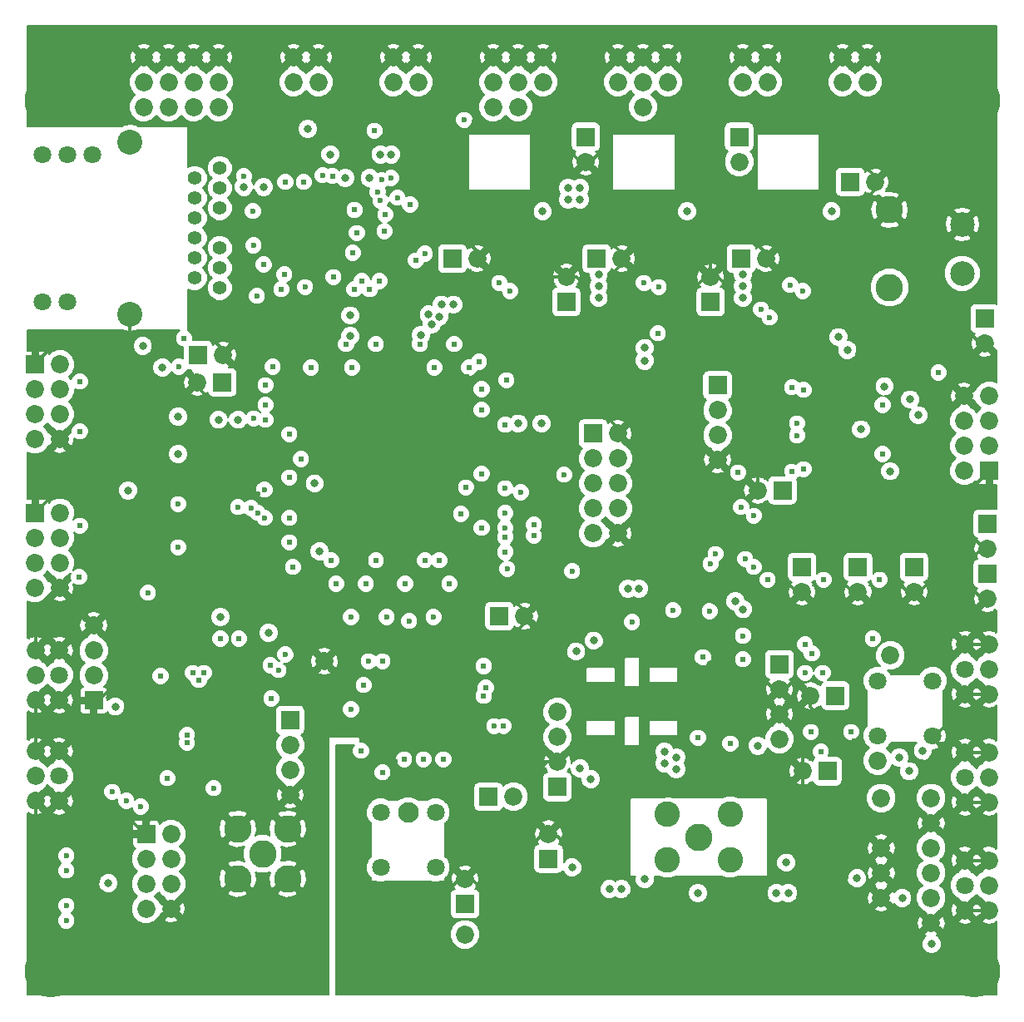
<source format=gbr>
G04 #@! TF.FileFunction,Copper,L2,Inr,Signal*
%FSLAX46Y46*%
G04 Gerber Fmt 4.6, Leading zero omitted, Abs format (unit mm)*
G04 Created by KiCad (PCBNEW 4.0.6) date 09/21/17 20:31:31*
%MOMM*%
%LPD*%
G01*
G04 APERTURE LIST*
%ADD10C,0.100000*%
%ADD11C,1.700000*%
%ADD12C,0.500000*%
%ADD13C,3.000000*%
%ADD14C,2.500000*%
%ADD15C,4.000000*%
%ADD16R,1.850000X1.850000*%
%ADD17C,1.850000*%
%ADD18C,1.400000*%
%ADD19C,1.800000*%
%ADD20C,2.540000*%
%ADD21C,0.800000*%
%ADD22C,2.000000*%
%ADD23C,2.300000*%
%ADD24C,5.300000*%
%ADD25O,1.600000X2.400000*%
%ADD26C,2.100000*%
%ADD27C,2.800000*%
%ADD28C,2.600000*%
%ADD29C,0.601000*%
%ADD30C,0.603000*%
%ADD31C,0.600000*%
%ADD32C,0.602000*%
%ADD33C,0.350000*%
%ADD34C,0.200000*%
G04 APERTURE END LIST*
D10*
D11*
X21255000Y-66820715D03*
D12*
X22755000Y-67320715D03*
X22755000Y-65320715D03*
X22755000Y-66420715D03*
X21655000Y-65320715D03*
X20755000Y-65320715D03*
X22255000Y-65820715D03*
D13*
X43500000Y-67800000D03*
D12*
X44500000Y-72800000D03*
X44500000Y-71300000D03*
X43000000Y-72800000D03*
X43000000Y-71300000D03*
X38500000Y-72800000D03*
X40000000Y-72800000D03*
X40000000Y-66800000D03*
X38500000Y-66800000D03*
X38500000Y-68300000D03*
X40000000Y-68300000D03*
X40000000Y-71300000D03*
X38500000Y-71300000D03*
X38500000Y-69800000D03*
X40000000Y-69800000D03*
X44500000Y-69800000D03*
X43000000Y-69800000D03*
X41500000Y-66800000D03*
X41500000Y-68300000D03*
X41500000Y-72800000D03*
X41500000Y-71300000D03*
X41500000Y-69800000D03*
X71395000Y-70325000D03*
X74395000Y-70325000D03*
X71395000Y-68825000D03*
D11*
X74700000Y-68950000D03*
D12*
X72895000Y-70325000D03*
X72895000Y-68825000D03*
X52500000Y-23750000D03*
D14*
X49500000Y-23750000D03*
D12*
X51500000Y-23750000D03*
X67200000Y-23750000D03*
D14*
X64200000Y-23750000D03*
D12*
X66200000Y-23750000D03*
X81900000Y-23750000D03*
D14*
X78900000Y-23750000D03*
D12*
X80900000Y-23750000D03*
X38600000Y-43800000D03*
X37100000Y-46800000D03*
X37100000Y-45300000D03*
X35600000Y-45300000D03*
X38600000Y-45300000D03*
X35600000Y-43800000D03*
X37100000Y-43800000D03*
D15*
X39200000Y-47400000D03*
D12*
X35600000Y-46800000D03*
D16*
X79500000Y-55800000D03*
D17*
X79500000Y-58340000D03*
D16*
X85200000Y-55800000D03*
D17*
X85200000Y-58340000D03*
D16*
X90900000Y-55800000D03*
D17*
X90900000Y-58340000D03*
D16*
X70900000Y-37300000D03*
D17*
X70900000Y-39840000D03*
X70900000Y-42380000D03*
X70900000Y-44920000D03*
D16*
X98570000Y-46010000D03*
D17*
X96030000Y-46010000D03*
X98570000Y-43470000D03*
X96030000Y-43470000D03*
X98570000Y-40930000D03*
X96030000Y-40930000D03*
X98570000Y-38390000D03*
X96030000Y-38390000D03*
D16*
X77500000Y-48000000D03*
D17*
X74960000Y-48000000D03*
D16*
X98400000Y-51400000D03*
D17*
X98400000Y-53940000D03*
D16*
X57500000Y-12000000D03*
D17*
X57500000Y-14540000D03*
D16*
X98100000Y-30500000D03*
D17*
X98100000Y-33040000D03*
D16*
X73300000Y-24400000D03*
D17*
X75840000Y-24400000D03*
D16*
X43900000Y-24400000D03*
D17*
X46440000Y-24400000D03*
D16*
X55500000Y-28800000D03*
D17*
X55500000Y-26260000D03*
D16*
X84400000Y-16600000D03*
D17*
X86940000Y-16600000D03*
D16*
X58600000Y-24400000D03*
D17*
X61140000Y-24400000D03*
D16*
X70200000Y-28800000D03*
D17*
X70200000Y-26260000D03*
D16*
X82100000Y-76600000D03*
D17*
X79560000Y-76600000D03*
D16*
X82900000Y-68900000D03*
D17*
X80360000Y-68900000D03*
D16*
X47600000Y-79200000D03*
D17*
X50140000Y-79200000D03*
D16*
X53700000Y-85500000D03*
D17*
X53700000Y-82960000D03*
D16*
X54600000Y-78200000D03*
D17*
X54600000Y-75660000D03*
X54600000Y-73120000D03*
X54600000Y-70580000D03*
D16*
X45200000Y-90100000D03*
D17*
X45200000Y-87560000D03*
D16*
X48700000Y-60800000D03*
D17*
X51240000Y-60800000D03*
D16*
X77200000Y-65700000D03*
D17*
X77200000Y-68240000D03*
X77200000Y-70780000D03*
X77200000Y-73320000D03*
D16*
X12730000Y-82990000D03*
D17*
X15270000Y-82990000D03*
X12730000Y-85530000D03*
X15270000Y-85530000D03*
X12730000Y-88070000D03*
X15270000Y-88070000D03*
X12730000Y-90610000D03*
X15270000Y-90610000D03*
D16*
X20500000Y-37000000D03*
D17*
X17960000Y-37000000D03*
D16*
X18000000Y-34200000D03*
D17*
X20540000Y-34200000D03*
D16*
X27400000Y-71400000D03*
D17*
X27400000Y-73940000D03*
X27400000Y-76480000D03*
X27400000Y-79020000D03*
D16*
X7400000Y-69400000D03*
D17*
X7400000Y-66860000D03*
X7400000Y-64320000D03*
X7400000Y-61780000D03*
D16*
X1430000Y-50290000D03*
D17*
X3970000Y-50290000D03*
X1430000Y-52830000D03*
X3970000Y-52830000D03*
X1430000Y-55370000D03*
X3970000Y-55370000D03*
X1430000Y-57910000D03*
X3970000Y-57910000D03*
D16*
X1430000Y-35190000D03*
D17*
X3970000Y-35190000D03*
X1430000Y-37730000D03*
X3970000Y-37730000D03*
X1430000Y-40270000D03*
X3970000Y-40270000D03*
X1430000Y-42810000D03*
X3970000Y-42810000D03*
D16*
X58230000Y-42220000D03*
D17*
X60770000Y-42220000D03*
X58230000Y-44760000D03*
X60770000Y-44760000D03*
X58230000Y-47300000D03*
X60770000Y-47300000D03*
X58230000Y-49840000D03*
X60770000Y-49840000D03*
X58230000Y-52380000D03*
X60770000Y-52380000D03*
D18*
X17700000Y-26380000D03*
X17700000Y-24350000D03*
X17700000Y-22320000D03*
X17700000Y-20280000D03*
X17700000Y-18250000D03*
X17700000Y-16220000D03*
X20240000Y-27400000D03*
X20240000Y-25370000D03*
X20240000Y-23340000D03*
X20240000Y-19260000D03*
X20240000Y-17230000D03*
X20240000Y-15200000D03*
D19*
X4750000Y-28820000D03*
X2210000Y-28820000D03*
X7290000Y-13780000D03*
X4750000Y-13780000D03*
X2210000Y-13780000D03*
D20*
X11100000Y-30090000D03*
X11100000Y-12510000D03*
D21*
X18200000Y-51600000D03*
X13500000Y-46100000D03*
X17300000Y-47400000D03*
X13900000Y-43200000D03*
D12*
X90100000Y-32400000D03*
X91300000Y-32400000D03*
D22*
X90700000Y-34600000D03*
D17*
X88500000Y-64800000D03*
X87200000Y-75500000D03*
X45200000Y-93200000D03*
D12*
X27216525Y-22015000D03*
X28616525Y-20615000D03*
X27216525Y-19215000D03*
X31416525Y-19215000D03*
X28616525Y-23415000D03*
X28616525Y-22015000D03*
X30016525Y-19215000D03*
X28616525Y-19215000D03*
X31416525Y-20615000D03*
X30016525Y-20615000D03*
D23*
X30616525Y-22615000D03*
D12*
X27216525Y-23415000D03*
X27216525Y-20615000D03*
D17*
X92640000Y-79320000D03*
X92640000Y-84400000D03*
X92640000Y-86940000D03*
X92640000Y-89480000D03*
X87560000Y-89480000D03*
X87560000Y-86940000D03*
X87560000Y-84400000D03*
X87560000Y-79320000D03*
X92640000Y-81860000D03*
X92640000Y-92020000D03*
D16*
X73100000Y-12000000D03*
D17*
X73100000Y-14540000D03*
D16*
X98400000Y-56480000D03*
D17*
X98400000Y-59020000D03*
D24*
X3000000Y-8300000D03*
X3000000Y-97000000D03*
X97000000Y-97000000D03*
X97000000Y-8300000D03*
X71800000Y-93300000D03*
D17*
X30900000Y-65400000D03*
D12*
X62600000Y-98000000D03*
X61600000Y-98000000D03*
X60600000Y-98000000D03*
X59600000Y-98000000D03*
X58600000Y-98000000D03*
X58600000Y-99000000D03*
X59600000Y-99000000D03*
X60600000Y-99000000D03*
X61600000Y-99000000D03*
X62600000Y-99000000D03*
X68000000Y-99000000D03*
X67000000Y-99000000D03*
X66000000Y-99000000D03*
X65000000Y-99000000D03*
X64000000Y-99000000D03*
X64000000Y-98000000D03*
X65000000Y-98000000D03*
X66000000Y-98000000D03*
X67000000Y-98000000D03*
X63300000Y-98500000D03*
X64000000Y-97000000D03*
X62600000Y-97000000D03*
X63300000Y-97500000D03*
X64000000Y-96000000D03*
X62600000Y-96000000D03*
X63300000Y-96500000D03*
X63300000Y-95500000D03*
X62600000Y-95000000D03*
X64000000Y-95000000D03*
X63300000Y-94500000D03*
X68000000Y-98000000D03*
D25*
X63300000Y-92600000D03*
D12*
X79600000Y-98000000D03*
X78600000Y-98000000D03*
X77600000Y-98000000D03*
X76600000Y-98000000D03*
X75600000Y-98000000D03*
X75600000Y-99000000D03*
X76600000Y-99000000D03*
X77600000Y-99000000D03*
X78600000Y-99000000D03*
X79600000Y-99000000D03*
X85000000Y-99000000D03*
X84000000Y-99000000D03*
X83000000Y-99000000D03*
X82000000Y-99000000D03*
X81000000Y-99000000D03*
X81000000Y-98000000D03*
X82000000Y-98000000D03*
X83000000Y-98000000D03*
X84000000Y-98000000D03*
X80300000Y-98500000D03*
X81000000Y-97000000D03*
X79600000Y-97000000D03*
X80300000Y-97500000D03*
X81000000Y-96000000D03*
X79600000Y-96000000D03*
X80300000Y-96500000D03*
X80300000Y-95500000D03*
X79600000Y-95000000D03*
X81000000Y-95000000D03*
X80300000Y-94500000D03*
X85000000Y-98000000D03*
D25*
X80300000Y-92600000D03*
D19*
X42194000Y-80806000D03*
D26*
X39400000Y-80806000D03*
D19*
X36606000Y-80806000D03*
X36606000Y-86394000D03*
X42194000Y-86394000D03*
D27*
X24600000Y-85000000D03*
X22060000Y-82460000D03*
X27140000Y-82460000D03*
X27140000Y-87540000D03*
X22060000Y-87540000D03*
D14*
X95800000Y-20900000D03*
X95800000Y-25900000D03*
D27*
X88400000Y-19450000D03*
X88400000Y-27350000D03*
D28*
X72200000Y-81000000D03*
X65800000Y-81000000D03*
X65800000Y-85600000D03*
X72200000Y-85600000D03*
D27*
X69000000Y-83300000D03*
D19*
X87206000Y-67406000D03*
X87206000Y-72994000D03*
X92794000Y-72994000D03*
X92794000Y-67406000D03*
D17*
X86160000Y-6440000D03*
X83620000Y-6440000D03*
X73460000Y-6440000D03*
X65840000Y-6440000D03*
X63300000Y-6440000D03*
X60760000Y-6440000D03*
X53140000Y-6440000D03*
X50600000Y-6440000D03*
X48060000Y-6440000D03*
X40440000Y-6440000D03*
X37900000Y-6440000D03*
X30280000Y-6440000D03*
X27740000Y-6440000D03*
X15040000Y-8980000D03*
X17580000Y-8980000D03*
X20120000Y-8980000D03*
X20120000Y-6440000D03*
X17580000Y-6440000D03*
X15040000Y-6440000D03*
X12500000Y-8980000D03*
X63300000Y-8980000D03*
X86160000Y-3900000D03*
X83620000Y-3900000D03*
X76000000Y-3900000D03*
X73460000Y-3900000D03*
X65840000Y-3900000D03*
X63300000Y-3900000D03*
X60760000Y-3900000D03*
X53140000Y-3900000D03*
X50600000Y-3900000D03*
X48060000Y-3900000D03*
X40440000Y-3900000D03*
X37900000Y-3900000D03*
X30280000Y-3900000D03*
X27740000Y-3900000D03*
X20120000Y-3900000D03*
X17580000Y-3900000D03*
X15040000Y-3900000D03*
X12500000Y-3900000D03*
X76000000Y-6440000D03*
X50600000Y-8980000D03*
X48060000Y-8980000D03*
X12500000Y-6440000D03*
X1500000Y-77100000D03*
X1500000Y-79640000D03*
X1500000Y-74560000D03*
X3910000Y-74560000D03*
X3910000Y-79640000D03*
D19*
X3910000Y-77100000D03*
D17*
X1500000Y-66800000D03*
X1500000Y-69340000D03*
X1500000Y-64260000D03*
X3910000Y-64260000D03*
X3910000Y-69340000D03*
D19*
X3910000Y-66800000D03*
D17*
X98500000Y-66200000D03*
X98500000Y-63660000D03*
X98500000Y-68740000D03*
X96090000Y-68740000D03*
X96090000Y-63660000D03*
D19*
X96090000Y-66200000D03*
D17*
X98500000Y-88200000D03*
X98500000Y-85660000D03*
X98500000Y-90740000D03*
X96090000Y-90740000D03*
X96090000Y-85660000D03*
D19*
X96090000Y-88200000D03*
D17*
X98500000Y-77200000D03*
X98500000Y-74660000D03*
X98500000Y-79740000D03*
X96090000Y-79740000D03*
X96090000Y-74660000D03*
D19*
X96090000Y-77200000D03*
D29*
X6000000Y-36900000D03*
D30*
X31700000Y-16000000D03*
D21*
X35500000Y-16200000D03*
X33000000Y-16200000D03*
D30*
X34200000Y-21800000D03*
X33800000Y-23800000D03*
X31800000Y-26300000D03*
D31*
X28900000Y-27300000D03*
D30*
X26800000Y-26000000D03*
D21*
X41800000Y-31100000D03*
X42600000Y-30300000D03*
X41500000Y-30100000D03*
X44000000Y-29100000D03*
X42800000Y-29100000D03*
X37700000Y-13800000D03*
X36600000Y-13800000D03*
D30*
X45600000Y-35500000D03*
X27300000Y-50800000D03*
X24900000Y-39300000D03*
X46900000Y-51800000D03*
X42600000Y-55100000D03*
X41100000Y-55100000D03*
X46900000Y-39800000D03*
X46900000Y-37700000D03*
X27300000Y-42300000D03*
X42100000Y-35500000D03*
X33700000Y-35500000D03*
X29500000Y-35500000D03*
X31600000Y-55100000D03*
X36100000Y-55100000D03*
D32*
X16600000Y-32500000D03*
D29*
X36000000Y-11400000D03*
D31*
X24000000Y-28200000D03*
D29*
X6000000Y-51600000D03*
D31*
X24800000Y-47900000D03*
D21*
X92700000Y-94200000D03*
X89700000Y-89500000D03*
X56100000Y-86400000D03*
D31*
X45100000Y-10300000D03*
D21*
X8900000Y-88000000D03*
D31*
X16100000Y-35400000D03*
D21*
X62900000Y-58000000D03*
X61800000Y-58000000D03*
X72700000Y-59300000D03*
X73500000Y-60100000D03*
D32*
X14200000Y-66900000D03*
D31*
X12900000Y-58400000D03*
D29*
X81600000Y-66600000D03*
X81400000Y-74600000D03*
D21*
X63500000Y-34800000D03*
X85500000Y-41800000D03*
X58800000Y-26000000D03*
X58800000Y-27200000D03*
X58800000Y-28400000D03*
X56900000Y-18400000D03*
X56900000Y-17200000D03*
X55700000Y-17200000D03*
X55700000Y-18400000D03*
X30400000Y-54200000D03*
X29900000Y-47300000D03*
X22100000Y-40800000D03*
X20100000Y-40800000D03*
X50600000Y-41200000D03*
X53000000Y-41200000D03*
D32*
X52200000Y-51500000D03*
X52200000Y-52600000D03*
D30*
X46900000Y-46300000D03*
X49300000Y-41300000D03*
X27300000Y-46700000D03*
X32100000Y-57500000D03*
X35100000Y-57500000D03*
X39100000Y-57500000D03*
X43600000Y-57500000D03*
D21*
X63500000Y-33500000D03*
X89400000Y-75200000D03*
X75450000Y-44350000D03*
X75550000Y-42150000D03*
D30*
X83300000Y-63800000D03*
D32*
X82600000Y-61900000D03*
D21*
X82000000Y-31100000D03*
X10000000Y-1000000D03*
X7500000Y-1000000D03*
X92500000Y-1000000D03*
X90000000Y-1000000D03*
X87500000Y-1000000D03*
X12500000Y-1000000D03*
X85000000Y-1000000D03*
X82500000Y-1000000D03*
X80000000Y-1000000D03*
X77500000Y-1000000D03*
X75000000Y-1000000D03*
X72500000Y-1000000D03*
X70000000Y-1000000D03*
X67500000Y-1000000D03*
X65000000Y-1000000D03*
X62500000Y-1000000D03*
X60000000Y-1000000D03*
X57500000Y-1000000D03*
X55000000Y-1000000D03*
X52500000Y-1000000D03*
X50000000Y-1000000D03*
X47500000Y-1000000D03*
X45000000Y-1000000D03*
X42500000Y-1000000D03*
X40000000Y-1000000D03*
X37500000Y-1000000D03*
X35000000Y-1000000D03*
X32500000Y-1000000D03*
X30000000Y-1000000D03*
X27500000Y-1000000D03*
X25000000Y-1000000D03*
X22500000Y-1000000D03*
X20000000Y-1000000D03*
X17500000Y-1000000D03*
X15000000Y-1000000D03*
D31*
X19000000Y-12300000D03*
X18600000Y-11300000D03*
D21*
X77800000Y-82100000D03*
D31*
X58200000Y-86500000D03*
X57300000Y-89300000D03*
X35250000Y-71050000D03*
D21*
X73500000Y-34900000D03*
D32*
X78000000Y-31500000D03*
D30*
X65200000Y-28800000D03*
X61100000Y-63900000D03*
D32*
X61900000Y-60200000D03*
D31*
X58600000Y-59900000D03*
X83300000Y-26400000D03*
D21*
X85800000Y-9900000D03*
X8500000Y-33300000D03*
X8500000Y-43200000D03*
X8500000Y-48500000D03*
X8500000Y-58300000D03*
D32*
X21800000Y-78000000D03*
D21*
X32500000Y-99000000D03*
X35000000Y-99000000D03*
X37500000Y-99000000D03*
X40000000Y-99000000D03*
X42500000Y-99000000D03*
X45000000Y-99000000D03*
X47500000Y-99000000D03*
X50000000Y-99000000D03*
X52500000Y-99000000D03*
X55000000Y-99000000D03*
D32*
X69700000Y-24800000D03*
X33500000Y-12300000D03*
X31500000Y-12600000D03*
D30*
X25700000Y-25500000D03*
D21*
X85600000Y-93200000D03*
X58000000Y-93200000D03*
D32*
X52800000Y-93700000D03*
D21*
X56800000Y-94200000D03*
X86800000Y-94200000D03*
D32*
X92700000Y-50300000D03*
D21*
X87500000Y-99000000D03*
X90000000Y-99000000D03*
X92500000Y-99000000D03*
X74300000Y-99000000D03*
X71800000Y-99000000D03*
X69300000Y-99000000D03*
X7500000Y-99000000D03*
X10000000Y-99000000D03*
X12500000Y-99000000D03*
X15000000Y-99000000D03*
X17500000Y-99000000D03*
X20000000Y-99000000D03*
X22500000Y-99000000D03*
X25000000Y-99000000D03*
X27500000Y-99000000D03*
X30000000Y-99000000D03*
X57300000Y-99000000D03*
D32*
X28300000Y-14800000D03*
D30*
X23800000Y-12200000D03*
D32*
X25200000Y-12100000D03*
D30*
X22700000Y-12300000D03*
D21*
X41300000Y-11800000D03*
D32*
X94400000Y-48700000D03*
X91700000Y-43000000D03*
D30*
X61800000Y-75800000D03*
D31*
X60800000Y-73600000D03*
D30*
X71600000Y-62500000D03*
D31*
X60800000Y-65400000D03*
D32*
X75800000Y-45800000D03*
D30*
X75800000Y-41000000D03*
X75800000Y-39400000D03*
D29*
X75800000Y-37800000D03*
D31*
X83900000Y-34900000D03*
D30*
X84800000Y-45500000D03*
X84800000Y-38100000D03*
D21*
X82500000Y-41800000D03*
X70200000Y-65700000D03*
D30*
X70100000Y-66900000D03*
D32*
X70000000Y-19600000D03*
D21*
X70600000Y-16300000D03*
D29*
X83000000Y-28600000D03*
D32*
X84400000Y-24800000D03*
D21*
X76600000Y-19100000D03*
X77500000Y-19800000D03*
X77500000Y-18400000D03*
X76600000Y-22200000D03*
X76600000Y-20500000D03*
X85600000Y-11300000D03*
X43000000Y-14000000D03*
X74800000Y-93400000D03*
X68800000Y-93400000D03*
X53800000Y-91500000D03*
X47600000Y-85000000D03*
D32*
X60100000Y-64500000D03*
X60100000Y-74400000D03*
X63800000Y-76200000D03*
X71900000Y-78500000D03*
X71200000Y-76100000D03*
D31*
X84900000Y-65600000D03*
X84800000Y-73500000D03*
D30*
X49900000Y-74300000D03*
D31*
X55700000Y-67000000D03*
D32*
X52200000Y-65100000D03*
D31*
X49300000Y-43900000D03*
D21*
X34300000Y-90000000D03*
X35300000Y-88300000D03*
D32*
X68500000Y-27500000D03*
D21*
X62800000Y-18400000D03*
X48200000Y-20800000D03*
X46100000Y-21200000D03*
X48200000Y-19600000D03*
X48200000Y-18400000D03*
D31*
X55000000Y-24800000D03*
X53700000Y-28600000D03*
D32*
X42100000Y-78900000D03*
X43700000Y-78900000D03*
D29*
X44400000Y-78200000D03*
X42800000Y-78300000D03*
D30*
X24000000Y-34300000D03*
X21000000Y-30400000D03*
X18500000Y-30400000D03*
X43300000Y-41300000D03*
D21*
X41900000Y-41900000D03*
X41900000Y-38700000D03*
D30*
X31300000Y-41300000D03*
X39300000Y-52500000D03*
X36100000Y-51200000D03*
X53300000Y-34600000D03*
X54200000Y-35100000D03*
X60800000Y-34000000D03*
X57600000Y-33400000D03*
X59400000Y-33700000D03*
X50800000Y-33500000D03*
X13100000Y-65100000D03*
X13100000Y-61900000D03*
X14500000Y-71100000D03*
X15300000Y-72900000D03*
X15300000Y-74100000D03*
D32*
X14900000Y-78500000D03*
X23700000Y-78000000D03*
D30*
X24300000Y-74300000D03*
D32*
X25100000Y-71200000D03*
D30*
X49700000Y-64700000D03*
X49700000Y-66200000D03*
D29*
X50100000Y-69000000D03*
D32*
X52200000Y-66800000D03*
D30*
X27400000Y-54700000D03*
X45300000Y-49000000D03*
X27300000Y-40800000D03*
X28800000Y-43700000D03*
X27300000Y-35600000D03*
D31*
X24100000Y-48400000D03*
X24800000Y-46800000D03*
X40000000Y-28300000D03*
D32*
X8600000Y-53900000D03*
X8600000Y-52900000D03*
D30*
X35700000Y-73300000D03*
X38100000Y-75600000D03*
X45900000Y-62800000D03*
D32*
X23900000Y-71700000D03*
D30*
X15400000Y-66300000D03*
X18700000Y-61600000D03*
X45800000Y-33100000D03*
X47200000Y-55400000D03*
D31*
X55400000Y-49900000D03*
D32*
X54700000Y-51700000D03*
D30*
X27300000Y-48800000D03*
X27300000Y-47800000D03*
D31*
X46900000Y-43800000D03*
D30*
X25300000Y-56800000D03*
X33400000Y-53900000D03*
X34500000Y-53900000D03*
X46900000Y-53000000D03*
X45500000Y-53100000D03*
X46900000Y-53800000D03*
X44100000Y-53700000D03*
X38900000Y-54000000D03*
X44100000Y-55100000D03*
X39100000Y-55100000D03*
X46900000Y-44900000D03*
X46200000Y-41700000D03*
X46900000Y-41300000D03*
X45400000Y-36400000D03*
X48200000Y-35200000D03*
X46900000Y-36400000D03*
X27300000Y-39300000D03*
X39900000Y-36600000D03*
X40100000Y-35500000D03*
X35900000Y-36600000D03*
X35600000Y-35500000D03*
X32600000Y-35500000D03*
X29400000Y-36800000D03*
X25600000Y-54700000D03*
X33100000Y-55100000D03*
X35100000Y-55100000D03*
X43600000Y-35500000D03*
X27300000Y-36800000D03*
D32*
X8700000Y-38800000D03*
X8700000Y-37800000D03*
D31*
X37400000Y-77900000D03*
D21*
X60800000Y-21200000D03*
X62800000Y-20800000D03*
X62800000Y-19600000D03*
D30*
X26900000Y-16600000D03*
D21*
X24700000Y-17100000D03*
X22700000Y-17100000D03*
D30*
X24700000Y-25000000D03*
D31*
X30700000Y-15900000D03*
X41100000Y-23900000D03*
D21*
X40700000Y-32200000D03*
D30*
X33950000Y-19450000D03*
X26500000Y-27500000D03*
D21*
X33500000Y-30200000D03*
X33500000Y-32300000D03*
D30*
X44100000Y-33100000D03*
X40600000Y-33100000D03*
X36100000Y-33100000D03*
X33100000Y-33100000D03*
D21*
X31500000Y-13800000D03*
D30*
X28800000Y-16600000D03*
D21*
X29200000Y-11200000D03*
D31*
X23600000Y-19550000D03*
X23650000Y-23050000D03*
D30*
X33900000Y-27500000D03*
X34700000Y-26700000D03*
X35500000Y-27500000D03*
X36500000Y-26700000D03*
X37000000Y-21600000D03*
X37100000Y-19900000D03*
D31*
X36300000Y-17600000D03*
D30*
X39600000Y-18900000D03*
D31*
X36700000Y-16400000D03*
X37700000Y-16200000D03*
D32*
X40200000Y-24600000D03*
D31*
X22700000Y-16000000D03*
D30*
X49300000Y-54300000D03*
X49300000Y-52800000D03*
D31*
X49300000Y-51800000D03*
X49300000Y-50300000D03*
D30*
X44800000Y-50400000D03*
D31*
X50900000Y-48200000D03*
X49300000Y-47800000D03*
D30*
X45300000Y-47700000D03*
D31*
X55300000Y-46400000D03*
D30*
X49400000Y-36800000D03*
X46600000Y-34900000D03*
X25600000Y-35400000D03*
X24900000Y-37300000D03*
X28500000Y-44800000D03*
X27300000Y-53300000D03*
X27700000Y-55800000D03*
D29*
X6000000Y-42000000D03*
X5900000Y-56800000D03*
D31*
X36600000Y-18500000D03*
X38300000Y-18200000D03*
X33600000Y-70300000D03*
X33600000Y-60900000D03*
X37200000Y-60900000D03*
X35400000Y-65400000D03*
D21*
X14400000Y-35500000D03*
X10900000Y-48000000D03*
X12400000Y-33300000D03*
D31*
X16000000Y-49400000D03*
X16000000Y-53800000D03*
D21*
X16000000Y-44300000D03*
D31*
X23700000Y-40700000D03*
D21*
X16000000Y-40500000D03*
D30*
X24900000Y-40800000D03*
D29*
X16900000Y-72900000D03*
D32*
X16900000Y-73700000D03*
D30*
X20300000Y-63100000D03*
X17500000Y-66600000D03*
X18100000Y-67300000D03*
D29*
X25500000Y-69200000D03*
D30*
X25400000Y-65800000D03*
X22200000Y-63100000D03*
X18600000Y-66600000D03*
D31*
X19600000Y-78300000D03*
D29*
X14900000Y-77300000D03*
D21*
X20300000Y-60900000D03*
X25200000Y-62500000D03*
D30*
X39000000Y-75400000D03*
X41000000Y-75400000D03*
X43000000Y-75400000D03*
X47100000Y-68900000D03*
X36800000Y-65400000D03*
X47100000Y-65900000D03*
X47300000Y-68100000D03*
X34900000Y-67800000D03*
X34600000Y-74500000D03*
X36800000Y-76700000D03*
X49100000Y-72000000D03*
D21*
X9600000Y-70000000D03*
D31*
X22100000Y-49700000D03*
X10700000Y-79600000D03*
X24100000Y-50300000D03*
X4600000Y-86700000D03*
X24800000Y-50800000D03*
X12200000Y-80200000D03*
X4600000Y-91800000D03*
X23400000Y-49800000D03*
X9300000Y-78700000D03*
D29*
X69400000Y-65000000D03*
X68900000Y-73200000D03*
D32*
X72200000Y-73800000D03*
X73500000Y-65200000D03*
D21*
X77900000Y-85900000D03*
X58000000Y-77400000D03*
X58300000Y-63300000D03*
X61100000Y-88600000D03*
X59900000Y-88600000D03*
X68900000Y-89000000D03*
X56500000Y-64400000D03*
X56900000Y-76300000D03*
X63500000Y-87600000D03*
X76900000Y-89000000D03*
X78100000Y-89000000D03*
X85100000Y-87500000D03*
D31*
X26200000Y-66300000D03*
X26900000Y-64700000D03*
D29*
X80500000Y-64600000D03*
X86700000Y-63100000D03*
X80400000Y-72600000D03*
X84500000Y-72600000D03*
D31*
X79800000Y-66600000D03*
D32*
X79800000Y-63700000D03*
D21*
X73500000Y-28400000D03*
X73500000Y-26000000D03*
X73500000Y-27200000D03*
X75000000Y-74000000D03*
X84100000Y-33700000D03*
X91800000Y-74500000D03*
D31*
X70700000Y-54500000D03*
X73500000Y-62800000D03*
X73700000Y-55000000D03*
X73300000Y-49700000D03*
X74600000Y-55800000D03*
X74600000Y-50600000D03*
D21*
X90500000Y-38750000D03*
X91350000Y-40350000D03*
D29*
X76000000Y-57100000D03*
X81700000Y-57100000D03*
X87400000Y-57100000D03*
D32*
X78500000Y-46100000D03*
D29*
X78500000Y-37500000D03*
D21*
X87900000Y-37400000D03*
D32*
X87700000Y-39300000D03*
D21*
X88450000Y-46050000D03*
D29*
X87700000Y-44300000D03*
D21*
X65500000Y-75800000D03*
X66700000Y-75200000D03*
X66700000Y-76400000D03*
X65500000Y-74600000D03*
D31*
X4600000Y-85200000D03*
X4600000Y-90300000D03*
D30*
X64800000Y-32000000D03*
X79650000Y-37750000D03*
D31*
X79600000Y-27700000D03*
X39500000Y-61300000D03*
X75300000Y-29600000D03*
X76200000Y-30400000D03*
D29*
X93400000Y-36000000D03*
D21*
X83200000Y-32400000D03*
D31*
X66400000Y-60200000D03*
X62200000Y-61400000D03*
X70200000Y-55500000D03*
X49500000Y-56000000D03*
X56100000Y-56200000D03*
X70100000Y-60300000D03*
X42000000Y-60900000D03*
X48200000Y-72000000D03*
D21*
X67800000Y-19600000D03*
D31*
X64900000Y-27300000D03*
X63400000Y-26900000D03*
X49800000Y-27700000D03*
X48700000Y-26900000D03*
X78300000Y-27100000D03*
D21*
X82500000Y-19600000D03*
X53100000Y-19600000D03*
D30*
X73000000Y-46200000D03*
D31*
X79000000Y-41200000D03*
X79000000Y-42400000D03*
D30*
X79650000Y-45850000D03*
D21*
X90400000Y-76600000D03*
D33*
X51240000Y-60800000D02*
X51240000Y-61560000D01*
X51240000Y-61560000D02*
X50400000Y-62400000D01*
X98400000Y-59340000D02*
X98160000Y-59340000D01*
X98160000Y-59340000D02*
X97000000Y-60500000D01*
X98400000Y-59340000D02*
X98140000Y-59340000D01*
X98140000Y-59340000D02*
X96800000Y-58000000D01*
X98400000Y-53940000D02*
X97960000Y-53940000D01*
X97960000Y-53940000D02*
X96500000Y-55000000D01*
X98100000Y-33040000D02*
X97640000Y-33040000D01*
X97640000Y-33040000D02*
X96400000Y-31800000D01*
X55500000Y-26260000D02*
X56560000Y-26260000D01*
X56560000Y-26260000D02*
X57100000Y-26800000D01*
X61140000Y-24400000D02*
X61140000Y-24960000D01*
X61140000Y-24960000D02*
X60100000Y-26000000D01*
X61140000Y-24400000D02*
X61200000Y-24400000D01*
X55500000Y-26260000D02*
X56560000Y-26260000D01*
X56560000Y-26260000D02*
X57100000Y-26800000D01*
X70200000Y-26260000D02*
X69640000Y-26260000D01*
X69640000Y-26260000D02*
X68900000Y-27000000D01*
X70200000Y-26260000D02*
X70960000Y-26260000D01*
X70960000Y-26260000D02*
X71800000Y-27100000D01*
X86940000Y-16600000D02*
X86940000Y-17360000D01*
X86940000Y-17360000D02*
X86200000Y-18100000D01*
X86940000Y-16600000D02*
X86940000Y-16040000D01*
X86940000Y-16040000D02*
X86200000Y-15300000D01*
X98500000Y-68740000D02*
X96860000Y-68740000D01*
X96860000Y-68740000D02*
X96800000Y-68800000D01*
X98500000Y-63660000D02*
X96760000Y-63660000D01*
X96760000Y-63660000D02*
X96700000Y-63600000D01*
X57500000Y-14540000D02*
X56940000Y-14540000D01*
X56940000Y-14540000D02*
X55600000Y-13200000D01*
X57500000Y-14540000D02*
X57960000Y-14540000D01*
X57960000Y-14540000D02*
X59100000Y-13400000D01*
X11100000Y-30090000D02*
X11100000Y-32600000D01*
X11100000Y-32600000D02*
X11200000Y-32700000D01*
X1430000Y-35190000D02*
X1430000Y-35070000D01*
X1430000Y-35070000D02*
X3500000Y-33000000D01*
X17960000Y-37000000D02*
X17960000Y-37460000D01*
X17960000Y-37460000D02*
X19300000Y-38800000D01*
X20540000Y-34200000D02*
X20540000Y-33640000D01*
X20540000Y-33640000D02*
X19400000Y-32500000D01*
X46440000Y-24400000D02*
X46440000Y-23640000D01*
X46440000Y-23640000D02*
X45400000Y-22600000D01*
X55500000Y-26260000D02*
X53760000Y-26260000D01*
X53760000Y-26260000D02*
X53500000Y-26000000D01*
X61140000Y-24400000D02*
X61140000Y-23840000D01*
X61140000Y-23840000D02*
X60000000Y-22700000D01*
X70200000Y-26260000D02*
X70200000Y-24300000D01*
X70200000Y-24300000D02*
X70400000Y-24100000D01*
X75840000Y-24400000D02*
X75840000Y-23840000D01*
X75840000Y-23840000D02*
X74700000Y-22700000D01*
X98570000Y-46010000D02*
X98570000Y-46030000D01*
X98570000Y-46030000D02*
X96800000Y-47800000D01*
X98400000Y-53940000D02*
X98040000Y-53940000D01*
X98040000Y-53940000D02*
X96900000Y-52800000D01*
X90900000Y-58340000D02*
X91460000Y-58340000D01*
X91460000Y-58340000D02*
X92800000Y-57000000D01*
X90900000Y-58340000D02*
X90240000Y-58340000D01*
X90240000Y-58340000D02*
X89100000Y-57200000D01*
X84640000Y-58340000D02*
X83700000Y-57400000D01*
X74960000Y-48000000D02*
X74960000Y-45840000D01*
X74960000Y-45840000D02*
X75000000Y-45800000D01*
X79500000Y-58340000D02*
X78940000Y-58340000D01*
X78940000Y-58340000D02*
X77800000Y-57200000D01*
X60770000Y-42220000D02*
X60770000Y-41670000D01*
X60770000Y-41670000D02*
X59500000Y-40400000D01*
X1430000Y-50290000D02*
X1430000Y-50270000D01*
X1430000Y-50270000D02*
X3500000Y-48200000D01*
X1500000Y-69340000D02*
X1500000Y-71300000D01*
X1500000Y-64260000D02*
X1500000Y-62000000D01*
X1500000Y-62000000D02*
X1300000Y-61800000D01*
X51240000Y-60800000D02*
X51240000Y-60240000D01*
X51240000Y-60240000D02*
X50300000Y-59300000D01*
X54600000Y-75660000D02*
X53540000Y-75660000D01*
X53540000Y-75660000D02*
X52800000Y-76400000D01*
X77200000Y-68240000D02*
X76640000Y-68240000D01*
X76640000Y-68240000D02*
X75600000Y-67200000D01*
X54600000Y-75660000D02*
X52640000Y-75660000D01*
X52640000Y-75660000D02*
X52400000Y-75900000D01*
X80360000Y-68900000D02*
X80360000Y-70060000D01*
X80360000Y-70060000D02*
X81000000Y-70700000D01*
X77200000Y-68240000D02*
X77760000Y-68240000D01*
X77760000Y-68240000D02*
X78800000Y-67200000D01*
X92794000Y-72994000D02*
X93006000Y-72994000D01*
X93006000Y-72994000D02*
X94300000Y-71700000D01*
X92794000Y-72994000D02*
X92794000Y-73294000D01*
X92794000Y-73294000D02*
X94100000Y-74600000D01*
X98500000Y-74660000D02*
X96840000Y-74660000D01*
X96840000Y-74660000D02*
X96700000Y-74800000D01*
X98500000Y-79740000D02*
X96860000Y-79740000D01*
X96860000Y-79740000D02*
X96800000Y-79800000D01*
X98500000Y-85660000D02*
X96840000Y-85660000D01*
X96840000Y-85660000D02*
X96800000Y-85700000D01*
X98500000Y-90740000D02*
X96860000Y-90740000D01*
X96860000Y-90740000D02*
X96500000Y-91100000D01*
X79560000Y-76600000D02*
X79560000Y-78160000D01*
X79560000Y-78160000D02*
X80100000Y-78700000D01*
X79560000Y-76600000D02*
X79560000Y-74740000D01*
X79560000Y-74740000D02*
X79800000Y-74500000D01*
X53700000Y-82960000D02*
X54360000Y-82960000D01*
X54360000Y-82960000D02*
X55600000Y-84200000D01*
X53700000Y-82960000D02*
X53140000Y-82960000D01*
X53140000Y-82960000D02*
X52000000Y-84100000D01*
X45200000Y-87560000D02*
X45860000Y-87560000D01*
X45860000Y-87560000D02*
X47200000Y-88900000D01*
X45200000Y-87560000D02*
X44640000Y-87560000D01*
X44640000Y-87560000D02*
X43300000Y-88900000D01*
X7400000Y-69400000D02*
X7900000Y-69400000D01*
X7900000Y-69400000D02*
X9500000Y-67800000D01*
X12730000Y-82990000D02*
X12590000Y-82990000D01*
X12590000Y-82990000D02*
X11000000Y-81400000D01*
X1500000Y-74560000D02*
X1500000Y-72400000D01*
X1500000Y-72400000D02*
X1600000Y-72300000D01*
X1500000Y-79640000D02*
X1500000Y-81800000D01*
X1500000Y-81800000D02*
X1400000Y-81900000D01*
D34*
X24100000Y-48400000D02*
X23600000Y-48400000D01*
G36*
X99275000Y-29019638D02*
X99263007Y-29011444D01*
X99025000Y-28963246D01*
X97175000Y-28963246D01*
X96952654Y-29005083D01*
X96748442Y-29136490D01*
X96611444Y-29336993D01*
X96563246Y-29575000D01*
X96563246Y-31425000D01*
X96605083Y-31647346D01*
X96736490Y-31851558D01*
X96936993Y-31988556D01*
X97072116Y-32015919D01*
X96861884Y-32226151D01*
X96973163Y-32337430D01*
X96773560Y-32447106D01*
X96647639Y-32999844D01*
X96742826Y-33558695D01*
X96773560Y-33632894D01*
X96973165Y-33742571D01*
X97675736Y-33040000D01*
X97661594Y-33025858D01*
X98085858Y-32601594D01*
X98100000Y-32615736D01*
X98114143Y-32601594D01*
X98538407Y-33025858D01*
X98524264Y-33040000D01*
X99226835Y-33742571D01*
X99275000Y-33716106D01*
X99275000Y-37031495D01*
X98874672Y-36865265D01*
X98267989Y-36864735D01*
X97707285Y-37096414D01*
X97277921Y-37525029D01*
X97200520Y-37711432D01*
X97156835Y-37687429D01*
X96454264Y-38390000D01*
X97156835Y-39092571D01*
X97200361Y-39068654D01*
X97276414Y-39252715D01*
X97683323Y-39660335D01*
X97299665Y-40043323D01*
X96894971Y-39637921D01*
X96708568Y-39560520D01*
X96732571Y-39516835D01*
X96030000Y-38814264D01*
X95327429Y-39516835D01*
X95351346Y-39560361D01*
X95167285Y-39636414D01*
X94737921Y-40065029D01*
X94505265Y-40625328D01*
X94504735Y-41232011D01*
X94736414Y-41792715D01*
X95143323Y-42200335D01*
X94737921Y-42605029D01*
X94505265Y-43165328D01*
X94504735Y-43772011D01*
X94736414Y-44332715D01*
X95143323Y-44740335D01*
X94737921Y-45145029D01*
X94505265Y-45705328D01*
X94504735Y-46312011D01*
X94736414Y-46872715D01*
X95165029Y-47302079D01*
X95725328Y-47534735D01*
X96332011Y-47535265D01*
X96892715Y-47303586D01*
X97150065Y-47046685D01*
X97221120Y-47218227D01*
X97361773Y-47358879D01*
X97545544Y-47435000D01*
X98145000Y-47435000D01*
X98270000Y-47310000D01*
X98270000Y-46310000D01*
X98250000Y-46310000D01*
X98250000Y-45710000D01*
X98270000Y-45710000D01*
X98270000Y-45690000D01*
X98870000Y-45690000D01*
X98870000Y-45710000D01*
X98890000Y-45710000D01*
X98890000Y-46310000D01*
X98870000Y-46310000D01*
X98870000Y-47310000D01*
X98995000Y-47435000D01*
X99275000Y-47435000D01*
X99275000Y-49863246D01*
X97475000Y-49863246D01*
X97252654Y-49905083D01*
X97048442Y-50036490D01*
X96911444Y-50236993D01*
X96863246Y-50475000D01*
X96863246Y-52325000D01*
X96905083Y-52547346D01*
X97036490Y-52751558D01*
X97236993Y-52888556D01*
X97372116Y-52915919D01*
X97161884Y-53126151D01*
X97273163Y-53237430D01*
X97073560Y-53347106D01*
X96947639Y-53899844D01*
X97042826Y-54458695D01*
X97073560Y-54532894D01*
X97273163Y-54642570D01*
X97161884Y-54753849D01*
X97370874Y-54962839D01*
X97252654Y-54985083D01*
X97048442Y-55116490D01*
X96911444Y-55316993D01*
X96863246Y-55555000D01*
X96863246Y-57405000D01*
X96905083Y-57627346D01*
X97036490Y-57831558D01*
X97236993Y-57968556D01*
X97372116Y-57995919D01*
X97161884Y-58206151D01*
X97273163Y-58317430D01*
X97073560Y-58427106D01*
X96947639Y-58979844D01*
X97042826Y-59538695D01*
X97073560Y-59612894D01*
X97273165Y-59722571D01*
X97975736Y-59020000D01*
X97961594Y-59005858D01*
X98385858Y-58581594D01*
X98400000Y-58595736D01*
X98414143Y-58581594D01*
X98838407Y-59005858D01*
X98824264Y-59020000D01*
X98838407Y-59034143D01*
X98414143Y-59458407D01*
X98400000Y-59444264D01*
X97697429Y-60146835D01*
X97807106Y-60346440D01*
X98359844Y-60472361D01*
X98918695Y-60377174D01*
X98992894Y-60346440D01*
X99102570Y-60146837D01*
X99213849Y-60258116D01*
X99275000Y-60196965D01*
X99275000Y-62460733D01*
X99202570Y-62533163D01*
X99092894Y-62333560D01*
X98540156Y-62207639D01*
X97981305Y-62302826D01*
X97907106Y-62333560D01*
X97797429Y-62533165D01*
X98500000Y-63235736D01*
X98514143Y-63221594D01*
X98938407Y-63645858D01*
X98924264Y-63660000D01*
X98938407Y-63674143D01*
X98514143Y-64098407D01*
X98500000Y-64084264D01*
X97797429Y-64786835D01*
X97821346Y-64830361D01*
X97637285Y-64906414D01*
X97277086Y-65265985D01*
X96940791Y-64929103D01*
X96756457Y-64852561D01*
X96792571Y-64786835D01*
X96090000Y-64084264D01*
X95387429Y-64786835D01*
X95423459Y-64852407D01*
X95241428Y-64927620D01*
X94819103Y-65349209D01*
X94590261Y-65900323D01*
X94589740Y-66497059D01*
X94817620Y-67048572D01*
X95239209Y-67470897D01*
X95423543Y-67547439D01*
X95387429Y-67613165D01*
X96090000Y-68315736D01*
X96792571Y-67613165D01*
X96756541Y-67547593D01*
X96938572Y-67472380D01*
X97277559Y-67133984D01*
X97635029Y-67492079D01*
X97821432Y-67569480D01*
X97797429Y-67613165D01*
X98500000Y-68315736D01*
X98514143Y-68301594D01*
X98938407Y-68725858D01*
X98924264Y-68740000D01*
X98938407Y-68754143D01*
X98514143Y-69178407D01*
X98500000Y-69164264D01*
X97797429Y-69866835D01*
X97907106Y-70066440D01*
X98459844Y-70192361D01*
X99018695Y-70097174D01*
X99092894Y-70066440D01*
X99202570Y-69866837D01*
X99275000Y-69939267D01*
X99275000Y-73460733D01*
X99202570Y-73533163D01*
X99092894Y-73333560D01*
X98540156Y-73207639D01*
X97981305Y-73302826D01*
X97907106Y-73333560D01*
X97797429Y-73533165D01*
X98500000Y-74235736D01*
X98514143Y-74221594D01*
X98938407Y-74645858D01*
X98924264Y-74660000D01*
X98938407Y-74674143D01*
X98514143Y-75098407D01*
X98500000Y-75084264D01*
X97797429Y-75786835D01*
X97821346Y-75830361D01*
X97637285Y-75906414D01*
X97277086Y-76265985D01*
X96940791Y-75929103D01*
X96756457Y-75852561D01*
X96792571Y-75786835D01*
X96090000Y-75084264D01*
X95387429Y-75786835D01*
X95423459Y-75852407D01*
X95241428Y-75927620D01*
X94819103Y-76349209D01*
X94590261Y-76900323D01*
X94589740Y-77497059D01*
X94817620Y-78048572D01*
X95239209Y-78470897D01*
X95423543Y-78547439D01*
X95387429Y-78613165D01*
X96090000Y-79315736D01*
X96792571Y-78613165D01*
X96756541Y-78547593D01*
X96938572Y-78472380D01*
X97277559Y-78133984D01*
X97635029Y-78492079D01*
X97821432Y-78569480D01*
X97797429Y-78613165D01*
X98500000Y-79315736D01*
X98514143Y-79301594D01*
X98938407Y-79725858D01*
X98924264Y-79740000D01*
X98938407Y-79754143D01*
X98514143Y-80178407D01*
X98500000Y-80164264D01*
X97797429Y-80866835D01*
X97907106Y-81066440D01*
X98459844Y-81192361D01*
X99018695Y-81097174D01*
X99092894Y-81066440D01*
X99202570Y-80866837D01*
X99275000Y-80939267D01*
X99275000Y-84460733D01*
X99202570Y-84533163D01*
X99092894Y-84333560D01*
X98540156Y-84207639D01*
X97981305Y-84302826D01*
X97907106Y-84333560D01*
X97797429Y-84533165D01*
X98500000Y-85235736D01*
X98514143Y-85221594D01*
X98938407Y-85645858D01*
X98924264Y-85660000D01*
X98938407Y-85674143D01*
X98514143Y-86098407D01*
X98500000Y-86084264D01*
X97797429Y-86786835D01*
X97821346Y-86830361D01*
X97637285Y-86906414D01*
X97277086Y-87265985D01*
X96940791Y-86929103D01*
X96756457Y-86852561D01*
X96792571Y-86786835D01*
X96090000Y-86084264D01*
X95387429Y-86786835D01*
X95423459Y-86852407D01*
X95241428Y-86927620D01*
X94819103Y-87349209D01*
X94590261Y-87900323D01*
X94589740Y-88497059D01*
X94817620Y-89048572D01*
X95239209Y-89470897D01*
X95423543Y-89547439D01*
X95387429Y-89613165D01*
X96090000Y-90315736D01*
X96792571Y-89613165D01*
X96756541Y-89547593D01*
X96938572Y-89472380D01*
X97277559Y-89133984D01*
X97635029Y-89492079D01*
X97821432Y-89569480D01*
X97797429Y-89613165D01*
X98500000Y-90315736D01*
X98514143Y-90301594D01*
X98938407Y-90725858D01*
X98924264Y-90740000D01*
X98938407Y-90754143D01*
X98514143Y-91178407D01*
X98500000Y-91164264D01*
X97797429Y-91866835D01*
X97907106Y-92066440D01*
X98459844Y-92192361D01*
X99018695Y-92097174D01*
X99092894Y-92066440D01*
X99202570Y-91866837D01*
X99275000Y-91939267D01*
X99275000Y-99325000D01*
X32100000Y-99325000D01*
X32100000Y-93502011D01*
X43674735Y-93502011D01*
X43906414Y-94062715D01*
X44335029Y-94492079D01*
X44895328Y-94724735D01*
X45502011Y-94725265D01*
X46062715Y-94493586D01*
X46158427Y-94398040D01*
X91699827Y-94398040D01*
X91851747Y-94765714D01*
X92132806Y-95047264D01*
X92500215Y-95199826D01*
X92898040Y-95200173D01*
X93265714Y-95048253D01*
X93547264Y-94767194D01*
X93699826Y-94399785D01*
X93700173Y-94001960D01*
X93548253Y-93634286D01*
X93267194Y-93352736D01*
X93236449Y-93339970D01*
X93342571Y-93146835D01*
X92640000Y-92444264D01*
X91937429Y-93146835D01*
X92047106Y-93346440D01*
X92122416Y-93363597D01*
X91852736Y-93632806D01*
X91700174Y-94000215D01*
X91699827Y-94398040D01*
X46158427Y-94398040D01*
X46492079Y-94064971D01*
X46724735Y-93504672D01*
X46725265Y-92897989D01*
X46493586Y-92337285D01*
X46136769Y-91979844D01*
X91187639Y-91979844D01*
X91282826Y-92538695D01*
X91313560Y-92612894D01*
X91513165Y-92722571D01*
X92215736Y-92020000D01*
X93064264Y-92020000D01*
X93766835Y-92722571D01*
X93966440Y-92612894D01*
X94092361Y-92060156D01*
X94059434Y-91866835D01*
X95387429Y-91866835D01*
X95497106Y-92066440D01*
X96049844Y-92192361D01*
X96608695Y-92097174D01*
X96682894Y-92066440D01*
X96792571Y-91866835D01*
X96090000Y-91164264D01*
X95387429Y-91866835D01*
X94059434Y-91866835D01*
X93997174Y-91501305D01*
X93966440Y-91427106D01*
X93766835Y-91317429D01*
X93064264Y-92020000D01*
X92215736Y-92020000D01*
X91513165Y-91317429D01*
X91313560Y-91427106D01*
X91187639Y-91979844D01*
X46136769Y-91979844D01*
X46064971Y-91907921D01*
X45504672Y-91675265D01*
X44897989Y-91674735D01*
X44337285Y-91906414D01*
X43907921Y-92335029D01*
X43675265Y-92895328D01*
X43674735Y-93502011D01*
X32100000Y-93502011D01*
X32100000Y-89175000D01*
X43663246Y-89175000D01*
X43663246Y-91025000D01*
X43705083Y-91247346D01*
X43836490Y-91451558D01*
X44036993Y-91588556D01*
X44275000Y-91636754D01*
X46125000Y-91636754D01*
X46347346Y-91594917D01*
X46551558Y-91463510D01*
X46688556Y-91263007D01*
X46736754Y-91025000D01*
X46736754Y-90606835D01*
X86857429Y-90606835D01*
X86967106Y-90806440D01*
X87519844Y-90932361D01*
X88078695Y-90837174D01*
X88152894Y-90806440D01*
X88262571Y-90606835D01*
X87560000Y-89904264D01*
X86857429Y-90606835D01*
X46736754Y-90606835D01*
X46736754Y-89175000D01*
X46694917Y-88952654D01*
X46595426Y-88798040D01*
X58899827Y-88798040D01*
X59051747Y-89165714D01*
X59332806Y-89447264D01*
X59700215Y-89599826D01*
X60098040Y-89600173D01*
X60465714Y-89448253D01*
X60499813Y-89414213D01*
X60532806Y-89447264D01*
X60900215Y-89599826D01*
X61298040Y-89600173D01*
X61665714Y-89448253D01*
X61916364Y-89198040D01*
X67899827Y-89198040D01*
X68051747Y-89565714D01*
X68332806Y-89847264D01*
X68700215Y-89999826D01*
X69098040Y-90000173D01*
X69465714Y-89848253D01*
X69747264Y-89567194D01*
X69899826Y-89199785D01*
X69899827Y-89198040D01*
X75899827Y-89198040D01*
X76051747Y-89565714D01*
X76332806Y-89847264D01*
X76700215Y-89999826D01*
X77098040Y-90000173D01*
X77465714Y-89848253D01*
X77499813Y-89814213D01*
X77532806Y-89847264D01*
X77900215Y-89999826D01*
X78298040Y-90000173D01*
X78665714Y-89848253D01*
X78947264Y-89567194D01*
X79000144Y-89439844D01*
X86107639Y-89439844D01*
X86202826Y-89998695D01*
X86233560Y-90072894D01*
X86433165Y-90182571D01*
X87135736Y-89480000D01*
X87984264Y-89480000D01*
X88686835Y-90182571D01*
X88868665Y-90082661D01*
X89132806Y-90347264D01*
X89500215Y-90499826D01*
X89898040Y-90500173D01*
X90265714Y-90348253D01*
X90547264Y-90067194D01*
X90699826Y-89699785D01*
X90700173Y-89301960D01*
X90548253Y-88934286D01*
X90267194Y-88652736D01*
X89899785Y-88500174D01*
X89501960Y-88499827D01*
X89134286Y-88651747D01*
X88889973Y-88895634D01*
X88886440Y-88887106D01*
X88686835Y-88777429D01*
X87984264Y-89480000D01*
X87135736Y-89480000D01*
X86433165Y-88777429D01*
X86233560Y-88887106D01*
X86107639Y-89439844D01*
X79000144Y-89439844D01*
X79099826Y-89199785D01*
X79100173Y-88801960D01*
X78948253Y-88434286D01*
X78667194Y-88152736D01*
X78299785Y-88000174D01*
X77901960Y-87999827D01*
X77534286Y-88151747D01*
X77500187Y-88185787D01*
X77467194Y-88152736D01*
X77099785Y-88000174D01*
X76701960Y-87999827D01*
X76334286Y-88151747D01*
X76052736Y-88432806D01*
X75900174Y-88800215D01*
X75899827Y-89198040D01*
X69899827Y-89198040D01*
X69900173Y-88801960D01*
X69748253Y-88434286D01*
X69467194Y-88152736D01*
X69099785Y-88000174D01*
X68701960Y-87999827D01*
X68334286Y-88151747D01*
X68052736Y-88432806D01*
X67900174Y-88800215D01*
X67899827Y-89198040D01*
X61916364Y-89198040D01*
X61947264Y-89167194D01*
X62099826Y-88799785D01*
X62100173Y-88401960D01*
X61948253Y-88034286D01*
X61667194Y-87752736D01*
X61299785Y-87600174D01*
X60901960Y-87599827D01*
X60534286Y-87751747D01*
X60500187Y-87785787D01*
X60467194Y-87752736D01*
X60099785Y-87600174D01*
X59701960Y-87599827D01*
X59334286Y-87751747D01*
X59052736Y-88032806D01*
X58900174Y-88400215D01*
X58899827Y-88798040D01*
X46595426Y-88798040D01*
X46563510Y-88748442D01*
X46363007Y-88611444D01*
X46227884Y-88584081D01*
X46438116Y-88373849D01*
X46326837Y-88262570D01*
X46526440Y-88152894D01*
X46652361Y-87600156D01*
X46557174Y-87041305D01*
X46526440Y-86967106D01*
X46326835Y-86857429D01*
X45624264Y-87560000D01*
X45638407Y-87574143D01*
X45214143Y-87998407D01*
X45200000Y-87984264D01*
X45185858Y-87998407D01*
X44761594Y-87574143D01*
X44775736Y-87560000D01*
X44073165Y-86857429D01*
X43873560Y-86967106D01*
X43747639Y-87519844D01*
X43842826Y-88078695D01*
X43873560Y-88152894D01*
X44073163Y-88262570D01*
X43961884Y-88373849D01*
X44170874Y-88582839D01*
X44052654Y-88605083D01*
X43848442Y-88736490D01*
X43711444Y-88936993D01*
X43663246Y-89175000D01*
X32100000Y-89175000D01*
X32100000Y-81103059D01*
X35105740Y-81103059D01*
X35333620Y-81654572D01*
X35600000Y-81921417D01*
X35600000Y-85278774D01*
X35335103Y-85543209D01*
X35106261Y-86094323D01*
X35105740Y-86691059D01*
X35333620Y-87242572D01*
X35600000Y-87509417D01*
X35600000Y-87700000D01*
X35606839Y-87736346D01*
X35628319Y-87769727D01*
X35661094Y-87792121D01*
X35700000Y-87800000D01*
X36080574Y-87800000D01*
X36306323Y-87893739D01*
X36903059Y-87894260D01*
X37131186Y-87800000D01*
X41668574Y-87800000D01*
X41894323Y-87893739D01*
X42491059Y-87894260D01*
X42719186Y-87800000D01*
X43100000Y-87800000D01*
X43136346Y-87793161D01*
X43169727Y-87771681D01*
X43192121Y-87738906D01*
X43200000Y-87700000D01*
X43200000Y-87509226D01*
X43464897Y-87244791D01*
X43693739Y-86693677D01*
X43693966Y-86433165D01*
X44497429Y-86433165D01*
X45200000Y-87135736D01*
X45902571Y-86433165D01*
X45792894Y-86233560D01*
X45240156Y-86107639D01*
X44681305Y-86202826D01*
X44607106Y-86233560D01*
X44497429Y-86433165D01*
X43693966Y-86433165D01*
X43694260Y-86096941D01*
X43466380Y-85545428D01*
X43200000Y-85278583D01*
X43200000Y-84575000D01*
X52163246Y-84575000D01*
X52163246Y-86425000D01*
X52205083Y-86647346D01*
X52336490Y-86851558D01*
X52536993Y-86988556D01*
X52775000Y-87036754D01*
X54625000Y-87036754D01*
X54847346Y-86994917D01*
X55051558Y-86863510D01*
X55149992Y-86719448D01*
X55251747Y-86965714D01*
X55532806Y-87247264D01*
X55900215Y-87399826D01*
X56298040Y-87400173D01*
X56665714Y-87248253D01*
X56947264Y-86967194D01*
X57099826Y-86599785D01*
X57100173Y-86201960D01*
X56948253Y-85834286D01*
X56667194Y-85552736D01*
X56299785Y-85400174D01*
X55901960Y-85399827D01*
X55534286Y-85551747D01*
X55252736Y-85832806D01*
X55236754Y-85871295D01*
X55236754Y-84575000D01*
X55194917Y-84352654D01*
X55063510Y-84148442D01*
X54863007Y-84011444D01*
X54727884Y-83984081D01*
X54938116Y-83773849D01*
X54826837Y-83662570D01*
X55026440Y-83552894D01*
X55152361Y-83000156D01*
X55057174Y-82441305D01*
X55026440Y-82367106D01*
X54826835Y-82257429D01*
X54124264Y-82960000D01*
X54138407Y-82974143D01*
X53714143Y-83398407D01*
X53700000Y-83384264D01*
X53685858Y-83398407D01*
X53261594Y-82974143D01*
X53275736Y-82960000D01*
X52573165Y-82257429D01*
X52373560Y-82367106D01*
X52247639Y-82919844D01*
X52342826Y-83478695D01*
X52373560Y-83552894D01*
X52573163Y-83662570D01*
X52461884Y-83773849D01*
X52670874Y-83982839D01*
X52552654Y-84005083D01*
X52348442Y-84136490D01*
X52211444Y-84336993D01*
X52163246Y-84575000D01*
X43200000Y-84575000D01*
X43200000Y-81921226D01*
X43288214Y-81833165D01*
X52997429Y-81833165D01*
X53700000Y-82535736D01*
X54402571Y-81833165D01*
X54292894Y-81633560D01*
X53740156Y-81507639D01*
X53181305Y-81602826D01*
X53107106Y-81633560D01*
X52997429Y-81833165D01*
X43288214Y-81833165D01*
X43464897Y-81656791D01*
X43693739Y-81105677D01*
X43694260Y-80508941D01*
X43466380Y-79957428D01*
X43200000Y-79690583D01*
X43200000Y-79600000D01*
X43193161Y-79563654D01*
X43171681Y-79530273D01*
X43138906Y-79507879D01*
X43100000Y-79500000D01*
X42960253Y-79500000D01*
X42493677Y-79306261D01*
X41896941Y-79305740D01*
X41426795Y-79500000D01*
X40427696Y-79500000D01*
X40335870Y-79408014D01*
X39729645Y-79156287D01*
X39073235Y-79155715D01*
X38466571Y-79406383D01*
X38372790Y-79500000D01*
X37372253Y-79500000D01*
X36905677Y-79306261D01*
X36308941Y-79305740D01*
X35838795Y-79500000D01*
X35700000Y-79500000D01*
X35663654Y-79506839D01*
X35630273Y-79528319D01*
X35607879Y-79561094D01*
X35600000Y-79600000D01*
X35600000Y-79690774D01*
X35335103Y-79955209D01*
X35106261Y-80506323D01*
X35105740Y-81103059D01*
X32100000Y-81103059D01*
X32100000Y-78275000D01*
X46063246Y-78275000D01*
X46063246Y-80125000D01*
X46105083Y-80347346D01*
X46236490Y-80551558D01*
X46436993Y-80688556D01*
X46675000Y-80736754D01*
X48525000Y-80736754D01*
X48747346Y-80694917D01*
X48951558Y-80563510D01*
X49088556Y-80363007D01*
X49098275Y-80315016D01*
X49275029Y-80492079D01*
X49835328Y-80724735D01*
X50442011Y-80725265D01*
X51002715Y-80493586D01*
X51432079Y-80064971D01*
X51664735Y-79504672D01*
X51665265Y-78897989D01*
X51433586Y-78337285D01*
X51004971Y-77907921D01*
X50444672Y-77675265D01*
X49837989Y-77674735D01*
X49277285Y-77906414D01*
X49100590Y-78082801D01*
X49094917Y-78052654D01*
X48963510Y-77848442D01*
X48763007Y-77711444D01*
X48525000Y-77663246D01*
X46675000Y-77663246D01*
X46452654Y-77705083D01*
X46248442Y-77836490D01*
X46111444Y-78036993D01*
X46063246Y-78275000D01*
X32100000Y-78275000D01*
X32100000Y-76878533D01*
X35898344Y-76878533D01*
X36035300Y-77209991D01*
X36288675Y-77463809D01*
X36619894Y-77601343D01*
X36978533Y-77601656D01*
X37309991Y-77464700D01*
X37500022Y-77275000D01*
X53063246Y-77275000D01*
X53063246Y-79125000D01*
X53105083Y-79347346D01*
X53236490Y-79551558D01*
X53436993Y-79688556D01*
X53675000Y-79736754D01*
X55525000Y-79736754D01*
X55747346Y-79694917D01*
X55951558Y-79563510D01*
X56063279Y-79400000D01*
X62000000Y-79400000D01*
X62000000Y-87200000D01*
X62006839Y-87236346D01*
X62028319Y-87269727D01*
X62061094Y-87292121D01*
X62100000Y-87300000D01*
X62541787Y-87300000D01*
X62500174Y-87400215D01*
X62499827Y-87798040D01*
X62651747Y-88165714D01*
X62932806Y-88447264D01*
X63300215Y-88599826D01*
X63698040Y-88600173D01*
X64065714Y-88448253D01*
X64347264Y-88167194D01*
X64499826Y-87799785D01*
X64499914Y-87698040D01*
X84099827Y-87698040D01*
X84251747Y-88065714D01*
X84532806Y-88347264D01*
X84900215Y-88499826D01*
X85298040Y-88500173D01*
X85665714Y-88348253D01*
X85947264Y-88067194D01*
X85947413Y-88066835D01*
X86857429Y-88066835D01*
X86936094Y-88210000D01*
X86857429Y-88353165D01*
X87560000Y-89055736D01*
X88262571Y-88353165D01*
X88183906Y-88210000D01*
X88262571Y-88066835D01*
X87560000Y-87364264D01*
X86857429Y-88066835D01*
X85947413Y-88066835D01*
X86099826Y-87699785D01*
X86100173Y-87301960D01*
X85948253Y-86934286D01*
X85913872Y-86899844D01*
X86107639Y-86899844D01*
X86202826Y-87458695D01*
X86233560Y-87532894D01*
X86433165Y-87642571D01*
X87135736Y-86940000D01*
X87984264Y-86940000D01*
X88686835Y-87642571D01*
X88886440Y-87532894D01*
X89012361Y-86980156D01*
X88917174Y-86421305D01*
X88886440Y-86347106D01*
X88686835Y-86237429D01*
X87984264Y-86940000D01*
X87135736Y-86940000D01*
X86433165Y-86237429D01*
X86233560Y-86347106D01*
X86107639Y-86899844D01*
X85913872Y-86899844D01*
X85667194Y-86652736D01*
X85299785Y-86500174D01*
X84901960Y-86499827D01*
X84534286Y-86651747D01*
X84252736Y-86932806D01*
X84100174Y-87300215D01*
X84099827Y-87698040D01*
X64499914Y-87698040D01*
X64500173Y-87401960D01*
X64458044Y-87300000D01*
X64939552Y-87300000D01*
X65420409Y-87499669D01*
X66176275Y-87500329D01*
X66661109Y-87300000D01*
X71339552Y-87300000D01*
X71820409Y-87499669D01*
X72576275Y-87500329D01*
X73061109Y-87300000D01*
X75900000Y-87300000D01*
X75936346Y-87293161D01*
X75969727Y-87271681D01*
X75992121Y-87238906D01*
X76000000Y-87200000D01*
X76000000Y-86098040D01*
X76899827Y-86098040D01*
X77051747Y-86465714D01*
X77332806Y-86747264D01*
X77700215Y-86899826D01*
X78098040Y-86900173D01*
X78465714Y-86748253D01*
X78747264Y-86467194D01*
X78899826Y-86099785D01*
X78900173Y-85701960D01*
X78827813Y-85526835D01*
X86857429Y-85526835D01*
X86936094Y-85670000D01*
X86857429Y-85813165D01*
X87560000Y-86515736D01*
X88262571Y-85813165D01*
X88183906Y-85670000D01*
X88262571Y-85526835D01*
X87560000Y-84824264D01*
X86857429Y-85526835D01*
X78827813Y-85526835D01*
X78748253Y-85334286D01*
X78467194Y-85052736D01*
X78099785Y-84900174D01*
X77701960Y-84899827D01*
X77334286Y-85051747D01*
X77052736Y-85332806D01*
X76900174Y-85700215D01*
X76899827Y-86098040D01*
X76000000Y-86098040D01*
X76000000Y-84359844D01*
X86107639Y-84359844D01*
X86202826Y-84918695D01*
X86233560Y-84992894D01*
X86433165Y-85102571D01*
X87135736Y-84400000D01*
X87984264Y-84400000D01*
X88686835Y-85102571D01*
X88886440Y-84992894D01*
X88952706Y-84702011D01*
X91114735Y-84702011D01*
X91346414Y-85262715D01*
X91753323Y-85670335D01*
X91347921Y-86075029D01*
X91115265Y-86635328D01*
X91114735Y-87242011D01*
X91346414Y-87802715D01*
X91753323Y-88210335D01*
X91347921Y-88615029D01*
X91115265Y-89175328D01*
X91114735Y-89782011D01*
X91346414Y-90342715D01*
X91775029Y-90772079D01*
X91961432Y-90849480D01*
X91937429Y-90893165D01*
X92640000Y-91595736D01*
X93342571Y-90893165D01*
X93318654Y-90849639D01*
X93502715Y-90773586D01*
X93576585Y-90699844D01*
X94637639Y-90699844D01*
X94732826Y-91258695D01*
X94763560Y-91332894D01*
X94963165Y-91442571D01*
X95665736Y-90740000D01*
X96514264Y-90740000D01*
X97216835Y-91442571D01*
X97295000Y-91399622D01*
X97373165Y-91442571D01*
X98075736Y-90740000D01*
X97373165Y-90037429D01*
X97295000Y-90080378D01*
X97216835Y-90037429D01*
X96514264Y-90740000D01*
X95665736Y-90740000D01*
X94963165Y-90037429D01*
X94763560Y-90147106D01*
X94637639Y-90699844D01*
X93576585Y-90699844D01*
X93932079Y-90344971D01*
X94164735Y-89784672D01*
X94165265Y-89177989D01*
X93933586Y-88617285D01*
X93526677Y-88209665D01*
X93932079Y-87804971D01*
X94164735Y-87244672D01*
X94165265Y-86637989D01*
X93933586Y-86077285D01*
X93526677Y-85669665D01*
X93576585Y-85619844D01*
X94637639Y-85619844D01*
X94732826Y-86178695D01*
X94763560Y-86252894D01*
X94963165Y-86362571D01*
X95665736Y-85660000D01*
X96514264Y-85660000D01*
X97216835Y-86362571D01*
X97295000Y-86319622D01*
X97373165Y-86362571D01*
X98075736Y-85660000D01*
X97373165Y-84957429D01*
X97295000Y-85000378D01*
X97216835Y-84957429D01*
X96514264Y-85660000D01*
X95665736Y-85660000D01*
X94963165Y-84957429D01*
X94763560Y-85067106D01*
X94637639Y-85619844D01*
X93576585Y-85619844D01*
X93932079Y-85264971D01*
X94164735Y-84704672D01*
X94164884Y-84533165D01*
X95387429Y-84533165D01*
X96090000Y-85235736D01*
X96792571Y-84533165D01*
X96682894Y-84333560D01*
X96130156Y-84207639D01*
X95571305Y-84302826D01*
X95497106Y-84333560D01*
X95387429Y-84533165D01*
X94164884Y-84533165D01*
X94165265Y-84097989D01*
X93933586Y-83537285D01*
X93504971Y-83107921D01*
X93318568Y-83030520D01*
X93342571Y-82986835D01*
X92640000Y-82284264D01*
X91937429Y-82986835D01*
X91961346Y-83030361D01*
X91777285Y-83106414D01*
X91347921Y-83535029D01*
X91115265Y-84095328D01*
X91114735Y-84702011D01*
X88952706Y-84702011D01*
X89012361Y-84440156D01*
X88917174Y-83881305D01*
X88886440Y-83807106D01*
X88686835Y-83697429D01*
X87984264Y-84400000D01*
X87135736Y-84400000D01*
X86433165Y-83697429D01*
X86233560Y-83807106D01*
X86107639Y-84359844D01*
X76000000Y-84359844D01*
X76000000Y-83273165D01*
X86857429Y-83273165D01*
X87560000Y-83975736D01*
X88262571Y-83273165D01*
X88152894Y-83073560D01*
X87600156Y-82947639D01*
X87041305Y-83042826D01*
X86967106Y-83073560D01*
X86857429Y-83273165D01*
X76000000Y-83273165D01*
X76000000Y-81819844D01*
X91187639Y-81819844D01*
X91282826Y-82378695D01*
X91313560Y-82452894D01*
X91513165Y-82562571D01*
X92215736Y-81860000D01*
X93064264Y-81860000D01*
X93766835Y-82562571D01*
X93966440Y-82452894D01*
X94092361Y-81900156D01*
X93997174Y-81341305D01*
X93966440Y-81267106D01*
X93766835Y-81157429D01*
X93064264Y-81860000D01*
X92215736Y-81860000D01*
X91513165Y-81157429D01*
X91313560Y-81267106D01*
X91187639Y-81819844D01*
X76000000Y-81819844D01*
X76000000Y-79622011D01*
X86034735Y-79622011D01*
X86266414Y-80182715D01*
X86695029Y-80612079D01*
X87255328Y-80844735D01*
X87862011Y-80845265D01*
X88422715Y-80613586D01*
X88852079Y-80184971D01*
X89084735Y-79624672D01*
X89084737Y-79622011D01*
X91114735Y-79622011D01*
X91346414Y-80182715D01*
X91775029Y-80612079D01*
X91961432Y-80689480D01*
X91937429Y-80733165D01*
X92640000Y-81435736D01*
X93208901Y-80866835D01*
X95387429Y-80866835D01*
X95497106Y-81066440D01*
X96049844Y-81192361D01*
X96608695Y-81097174D01*
X96682894Y-81066440D01*
X96792571Y-80866835D01*
X96090000Y-80164264D01*
X95387429Y-80866835D01*
X93208901Y-80866835D01*
X93342571Y-80733165D01*
X93318654Y-80689639D01*
X93502715Y-80613586D01*
X93932079Y-80184971D01*
X94133520Y-79699844D01*
X94637639Y-79699844D01*
X94732826Y-80258695D01*
X94763560Y-80332894D01*
X94963165Y-80442571D01*
X95665736Y-79740000D01*
X96514264Y-79740000D01*
X97216835Y-80442571D01*
X97295000Y-80399622D01*
X97373165Y-80442571D01*
X98075736Y-79740000D01*
X97373165Y-79037429D01*
X97295000Y-79080378D01*
X97216835Y-79037429D01*
X96514264Y-79740000D01*
X95665736Y-79740000D01*
X94963165Y-79037429D01*
X94763560Y-79147106D01*
X94637639Y-79699844D01*
X94133520Y-79699844D01*
X94164735Y-79624672D01*
X94165265Y-79017989D01*
X93933586Y-78457285D01*
X93504971Y-78027921D01*
X92944672Y-77795265D01*
X92337989Y-77794735D01*
X91777285Y-78026414D01*
X91347921Y-78455029D01*
X91115265Y-79015328D01*
X91114735Y-79622011D01*
X89084737Y-79622011D01*
X89085265Y-79017989D01*
X88853586Y-78457285D01*
X88424971Y-78027921D01*
X87864672Y-77795265D01*
X87257989Y-77794735D01*
X86697285Y-78026414D01*
X86267921Y-78455029D01*
X86035265Y-79015328D01*
X86034735Y-79622011D01*
X76000000Y-79622011D01*
X76000000Y-79400000D01*
X75993161Y-79363654D01*
X75971681Y-79330273D01*
X75938906Y-79307879D01*
X75900000Y-79300000D01*
X73060448Y-79300000D01*
X72579591Y-79100331D01*
X71823725Y-79099671D01*
X71338891Y-79300000D01*
X66406926Y-79300000D01*
X65930960Y-79169415D01*
X65220457Y-79258643D01*
X65120614Y-79300000D01*
X62100000Y-79300000D01*
X62063654Y-79306839D01*
X62030273Y-79328319D01*
X62007879Y-79361094D01*
X62000000Y-79400000D01*
X56063279Y-79400000D01*
X56088556Y-79363007D01*
X56136754Y-79125000D01*
X56136754Y-77275000D01*
X56094917Y-77052654D01*
X55963510Y-76848442D01*
X55763007Y-76711444D01*
X55627884Y-76684081D01*
X55838116Y-76473849D01*
X55726837Y-76362570D01*
X55900028Y-76267407D01*
X55899827Y-76498040D01*
X56051747Y-76865714D01*
X56332806Y-77147264D01*
X56700215Y-77299826D01*
X57000087Y-77300088D01*
X56999827Y-77598040D01*
X57151747Y-77965714D01*
X57432806Y-78247264D01*
X57800215Y-78399826D01*
X58198040Y-78400173D01*
X58565714Y-78248253D01*
X58847264Y-77967194D01*
X58999826Y-77599785D01*
X59000173Y-77201960D01*
X58848253Y-76834286D01*
X58567194Y-76552736D01*
X58199785Y-76400174D01*
X57899913Y-76399912D01*
X57900173Y-76101960D01*
X57748253Y-75734286D01*
X57467194Y-75452736D01*
X57099785Y-75300174D01*
X56701960Y-75299827D01*
X56334286Y-75451747D01*
X56052736Y-75732806D01*
X56035426Y-75774493D01*
X56052361Y-75700156D01*
X55957174Y-75141305D01*
X55926440Y-75067106D01*
X55726835Y-74957429D01*
X55024264Y-75660000D01*
X55038407Y-75674143D01*
X54614143Y-76098407D01*
X54600000Y-76084264D01*
X54585858Y-76098407D01*
X54161594Y-75674143D01*
X54175736Y-75660000D01*
X53473165Y-74957429D01*
X53273560Y-75067106D01*
X53147639Y-75619844D01*
X53242826Y-76178695D01*
X53273560Y-76252894D01*
X53473163Y-76362570D01*
X53361884Y-76473849D01*
X53570874Y-76682839D01*
X53452654Y-76705083D01*
X53248442Y-76836490D01*
X53111444Y-77036993D01*
X53063246Y-77275000D01*
X37500022Y-77275000D01*
X37563809Y-77211325D01*
X37701343Y-76880106D01*
X37701656Y-76521467D01*
X37564700Y-76190009D01*
X37311325Y-75936191D01*
X36980106Y-75798657D01*
X36621467Y-75798344D01*
X36290009Y-75935300D01*
X36036191Y-76188675D01*
X35898657Y-76519894D01*
X35898344Y-76878533D01*
X32100000Y-76878533D01*
X32100000Y-75578533D01*
X38098344Y-75578533D01*
X38235300Y-75909991D01*
X38488675Y-76163809D01*
X38819894Y-76301343D01*
X39178533Y-76301656D01*
X39509991Y-76164700D01*
X39763809Y-75911325D01*
X39901343Y-75580106D01*
X39901344Y-75578533D01*
X40098344Y-75578533D01*
X40235300Y-75909991D01*
X40488675Y-76163809D01*
X40819894Y-76301343D01*
X41178533Y-76301656D01*
X41509991Y-76164700D01*
X41763809Y-75911325D01*
X41901343Y-75580106D01*
X41901344Y-75578533D01*
X42098344Y-75578533D01*
X42235300Y-75909991D01*
X42488675Y-76163809D01*
X42819894Y-76301343D01*
X43178533Y-76301656D01*
X43509991Y-76164700D01*
X43763809Y-75911325D01*
X43901343Y-75580106D01*
X43901656Y-75221467D01*
X43764700Y-74890009D01*
X43511325Y-74636191D01*
X43180106Y-74498657D01*
X42821467Y-74498344D01*
X42490009Y-74635300D01*
X42236191Y-74888675D01*
X42098657Y-75219894D01*
X42098344Y-75578533D01*
X41901344Y-75578533D01*
X41901656Y-75221467D01*
X41764700Y-74890009D01*
X41511325Y-74636191D01*
X41180106Y-74498657D01*
X40821467Y-74498344D01*
X40490009Y-74635300D01*
X40236191Y-74888675D01*
X40098657Y-75219894D01*
X40098344Y-75578533D01*
X39901344Y-75578533D01*
X39901656Y-75221467D01*
X39764700Y-74890009D01*
X39511325Y-74636191D01*
X39180106Y-74498657D01*
X38821467Y-74498344D01*
X38490009Y-74635300D01*
X38236191Y-74888675D01*
X38098657Y-75219894D01*
X38098344Y-75578533D01*
X32100000Y-75578533D01*
X32100000Y-73900000D01*
X33925021Y-73900000D01*
X33836191Y-73988675D01*
X33698657Y-74319894D01*
X33698344Y-74678533D01*
X33835300Y-75009991D01*
X34088675Y-75263809D01*
X34419894Y-75401343D01*
X34778533Y-75401656D01*
X35109991Y-75264700D01*
X35363809Y-75011325D01*
X35501343Y-74680106D01*
X35501656Y-74321467D01*
X35364700Y-73990009D01*
X35111325Y-73736191D01*
X34780106Y-73598657D01*
X34500000Y-73598413D01*
X34500000Y-73200000D01*
X34493161Y-73163654D01*
X34471681Y-73130273D01*
X34438906Y-73107879D01*
X34400000Y-73100000D01*
X31400000Y-73100000D01*
X31363654Y-73106839D01*
X31330273Y-73128319D01*
X31307879Y-73161094D01*
X31300000Y-73200000D01*
X31300000Y-99325000D01*
X675000Y-99325000D01*
X675000Y-90478236D01*
X3699844Y-90478236D01*
X3836572Y-90809143D01*
X4077207Y-91050198D01*
X3837462Y-91289525D01*
X3700157Y-91620194D01*
X3699844Y-91978236D01*
X3836572Y-92309143D01*
X4089525Y-92562538D01*
X4420194Y-92699843D01*
X4778236Y-92700156D01*
X5109143Y-92563428D01*
X5362538Y-92310475D01*
X5499843Y-91979806D01*
X5500156Y-91621764D01*
X5363428Y-91290857D01*
X5122793Y-91049802D01*
X5362538Y-90810475D01*
X5499843Y-90479806D01*
X5500156Y-90121764D01*
X5363428Y-89790857D01*
X5110475Y-89537462D01*
X4779806Y-89400157D01*
X4421764Y-89399844D01*
X4090857Y-89536572D01*
X3837462Y-89789525D01*
X3700157Y-90120194D01*
X3699844Y-90478236D01*
X675000Y-90478236D01*
X675000Y-88198040D01*
X7899827Y-88198040D01*
X8051747Y-88565714D01*
X8332806Y-88847264D01*
X8700215Y-88999826D01*
X9098040Y-89000173D01*
X9465714Y-88848253D01*
X9747264Y-88567194D01*
X9899826Y-88199785D01*
X9900173Y-87801960D01*
X9748253Y-87434286D01*
X9467194Y-87152736D01*
X9099785Y-87000174D01*
X8701960Y-86999827D01*
X8334286Y-87151747D01*
X8052736Y-87432806D01*
X7900174Y-87800215D01*
X7899827Y-88198040D01*
X675000Y-88198040D01*
X675000Y-85378236D01*
X3699844Y-85378236D01*
X3836572Y-85709143D01*
X4077207Y-85950198D01*
X3837462Y-86189525D01*
X3700157Y-86520194D01*
X3699844Y-86878236D01*
X3836572Y-87209143D01*
X4089525Y-87462538D01*
X4420194Y-87599843D01*
X4778236Y-87600156D01*
X5109143Y-87463428D01*
X5362538Y-87210475D01*
X5499843Y-86879806D01*
X5500156Y-86521764D01*
X5363428Y-86190857D01*
X5122793Y-85949802D01*
X5240789Y-85832011D01*
X11204735Y-85832011D01*
X11436414Y-86392715D01*
X11843323Y-86800335D01*
X11437921Y-87205029D01*
X11205265Y-87765328D01*
X11204735Y-88372011D01*
X11436414Y-88932715D01*
X11843323Y-89340335D01*
X11437921Y-89745029D01*
X11205265Y-90305328D01*
X11204735Y-90912011D01*
X11436414Y-91472715D01*
X11865029Y-91902079D01*
X12425328Y-92134735D01*
X13032011Y-92135265D01*
X13592715Y-91903586D01*
X13759757Y-91736835D01*
X14567429Y-91736835D01*
X14677106Y-91936440D01*
X15229844Y-92062361D01*
X15788695Y-91967174D01*
X15862894Y-91936440D01*
X15972571Y-91736835D01*
X15270000Y-91034264D01*
X14567429Y-91736835D01*
X13759757Y-91736835D01*
X14022079Y-91474971D01*
X14099480Y-91288568D01*
X14143165Y-91312571D01*
X14845736Y-90610000D01*
X15694264Y-90610000D01*
X16396835Y-91312571D01*
X16596440Y-91202894D01*
X16722361Y-90650156D01*
X16627174Y-90091305D01*
X16596440Y-90017106D01*
X16396835Y-89907429D01*
X15694264Y-90610000D01*
X14845736Y-90610000D01*
X14143165Y-89907429D01*
X14099639Y-89931346D01*
X14023586Y-89747285D01*
X13616677Y-89339665D01*
X14000335Y-88956677D01*
X14405029Y-89362079D01*
X14591432Y-89439480D01*
X14567429Y-89483165D01*
X15270000Y-90185736D01*
X15972571Y-89483165D01*
X15948654Y-89439639D01*
X16132715Y-89363586D01*
X16481021Y-89015887D01*
X21008377Y-89015887D01*
X21177770Y-89264675D01*
X21904931Y-89471006D01*
X22655699Y-89383359D01*
X22942230Y-89264675D01*
X23111623Y-89015887D01*
X26088377Y-89015887D01*
X26257770Y-89264675D01*
X26984931Y-89471006D01*
X27735699Y-89383359D01*
X28022230Y-89264675D01*
X28191623Y-89015887D01*
X27140000Y-87964264D01*
X26088377Y-89015887D01*
X23111623Y-89015887D01*
X22060000Y-87964264D01*
X21008377Y-89015887D01*
X16481021Y-89015887D01*
X16562079Y-88934971D01*
X16794735Y-88374672D01*
X16795265Y-87767989D01*
X16636989Y-87384931D01*
X20128994Y-87384931D01*
X20216641Y-88135699D01*
X20335325Y-88422230D01*
X20584113Y-88591623D01*
X21635736Y-87540000D01*
X20584113Y-86488377D01*
X20335325Y-86657770D01*
X20128994Y-87384931D01*
X16636989Y-87384931D01*
X16563586Y-87207285D01*
X16156677Y-86799665D01*
X16562079Y-86394971D01*
X16794735Y-85834672D01*
X16795265Y-85227989D01*
X16563586Y-84667285D01*
X16156677Y-84259665D01*
X16481021Y-83935887D01*
X21008377Y-83935887D01*
X21177770Y-84184675D01*
X21904931Y-84391006D01*
X22655699Y-84303359D01*
X22737828Y-84269340D01*
X22600348Y-84600430D01*
X22599654Y-85396079D01*
X22750391Y-85760891D01*
X22215069Y-85608994D01*
X21464301Y-85696641D01*
X21177770Y-85815325D01*
X21008377Y-86064113D01*
X22060000Y-87115736D01*
X22074143Y-87101594D01*
X22498407Y-87525858D01*
X22484264Y-87540000D01*
X23535887Y-88591623D01*
X23784675Y-88422230D01*
X23991006Y-87695069D01*
X23903359Y-86944301D01*
X23869340Y-86862172D01*
X24200430Y-86999652D01*
X24996079Y-87000346D01*
X25360891Y-86849609D01*
X25208994Y-87384931D01*
X25296641Y-88135699D01*
X25415325Y-88422230D01*
X25664113Y-88591623D01*
X26715736Y-87540000D01*
X27564264Y-87540000D01*
X28615887Y-88591623D01*
X28864675Y-88422230D01*
X29071006Y-87695069D01*
X28983359Y-86944301D01*
X28864675Y-86657770D01*
X28615887Y-86488377D01*
X27564264Y-87540000D01*
X26715736Y-87540000D01*
X26701594Y-87525858D01*
X27125858Y-87101594D01*
X27140000Y-87115736D01*
X28191623Y-86064113D01*
X28022230Y-85815325D01*
X27295069Y-85608994D01*
X26544301Y-85696641D01*
X26462172Y-85730660D01*
X26599652Y-85399570D01*
X26600346Y-84603921D01*
X26449609Y-84239109D01*
X26984931Y-84391006D01*
X27735699Y-84303359D01*
X28022230Y-84184675D01*
X28191623Y-83935887D01*
X27140000Y-82884264D01*
X27125858Y-82898407D01*
X26701594Y-82474143D01*
X26715736Y-82460000D01*
X27564264Y-82460000D01*
X28615887Y-83511623D01*
X28864675Y-83342230D01*
X29071006Y-82615069D01*
X28983359Y-81864301D01*
X28864675Y-81577770D01*
X28615887Y-81408377D01*
X27564264Y-82460000D01*
X26715736Y-82460000D01*
X25664113Y-81408377D01*
X25415325Y-81577770D01*
X25208994Y-82304931D01*
X25296641Y-83055699D01*
X25330660Y-83137828D01*
X24999570Y-83000348D01*
X24203921Y-82999654D01*
X23839109Y-83150391D01*
X23991006Y-82615069D01*
X23903359Y-81864301D01*
X23784675Y-81577770D01*
X23535887Y-81408377D01*
X22484264Y-82460000D01*
X22498407Y-82474143D01*
X22074143Y-82898407D01*
X22060000Y-82884264D01*
X21008377Y-83935887D01*
X16481021Y-83935887D01*
X16562079Y-83854971D01*
X16794735Y-83294672D01*
X16795265Y-82687989D01*
X16636989Y-82304931D01*
X20128994Y-82304931D01*
X20216641Y-83055699D01*
X20335325Y-83342230D01*
X20584113Y-83511623D01*
X21635736Y-82460000D01*
X20584113Y-81408377D01*
X20335325Y-81577770D01*
X20128994Y-82304931D01*
X16636989Y-82304931D01*
X16563586Y-82127285D01*
X16134971Y-81697921D01*
X15574672Y-81465265D01*
X14967989Y-81464735D01*
X14407285Y-81696414D01*
X14149935Y-81953315D01*
X14078880Y-81781773D01*
X13938227Y-81641121D01*
X13754456Y-81565000D01*
X13155000Y-81565000D01*
X13030000Y-81690000D01*
X13030000Y-82690000D01*
X13050000Y-82690000D01*
X13050000Y-83290000D01*
X13030000Y-83290000D01*
X13030000Y-83310000D01*
X12430000Y-83310000D01*
X12430000Y-83290000D01*
X11430000Y-83290000D01*
X11305000Y-83415000D01*
X11305000Y-84014456D01*
X11381120Y-84198227D01*
X11521773Y-84338879D01*
X11693418Y-84409977D01*
X11437921Y-84665029D01*
X11205265Y-85225328D01*
X11204735Y-85832011D01*
X5240789Y-85832011D01*
X5362538Y-85710475D01*
X5499843Y-85379806D01*
X5500156Y-85021764D01*
X5363428Y-84690857D01*
X5110475Y-84437462D01*
X4779806Y-84300157D01*
X4421764Y-84299844D01*
X4090857Y-84436572D01*
X3837462Y-84689525D01*
X3700157Y-85020194D01*
X3699844Y-85378236D01*
X675000Y-85378236D01*
X675000Y-81965544D01*
X11305000Y-81965544D01*
X11305000Y-82565000D01*
X11430000Y-82690000D01*
X12430000Y-82690000D01*
X12430000Y-81690000D01*
X12305000Y-81565000D01*
X11705544Y-81565000D01*
X11521773Y-81641121D01*
X11381120Y-81781773D01*
X11305000Y-81965544D01*
X675000Y-81965544D01*
X675000Y-80866965D01*
X686151Y-80878116D01*
X797430Y-80766837D01*
X907106Y-80966440D01*
X1459844Y-81092361D01*
X2018695Y-80997174D01*
X2092894Y-80966440D01*
X2202571Y-80766835D01*
X3207429Y-80766835D01*
X3317106Y-80966440D01*
X3869844Y-81092361D01*
X4428695Y-80997174D01*
X4502894Y-80966440D01*
X4612571Y-80766835D01*
X3910000Y-80064264D01*
X3207429Y-80766835D01*
X2202571Y-80766835D01*
X1500000Y-80064264D01*
X1485858Y-80078407D01*
X1061594Y-79654143D01*
X1075736Y-79640000D01*
X1924264Y-79640000D01*
X2626835Y-80342571D01*
X2705000Y-80299622D01*
X2783165Y-80342571D01*
X3485736Y-79640000D01*
X4334264Y-79640000D01*
X5036835Y-80342571D01*
X5236440Y-80232894D01*
X5362361Y-79680156D01*
X5267174Y-79121305D01*
X5236440Y-79047106D01*
X5036835Y-78937429D01*
X4334264Y-79640000D01*
X3485736Y-79640000D01*
X2783165Y-78937429D01*
X2705000Y-78980378D01*
X2626835Y-78937429D01*
X1924264Y-79640000D01*
X1075736Y-79640000D01*
X1061594Y-79625858D01*
X1485858Y-79201594D01*
X1500000Y-79215736D01*
X2202571Y-78513165D01*
X2178654Y-78469639D01*
X2362715Y-78393586D01*
X2722914Y-78034015D01*
X3059209Y-78370897D01*
X3243543Y-78447439D01*
X3207429Y-78513165D01*
X3910000Y-79215736D01*
X4247500Y-78878236D01*
X8399844Y-78878236D01*
X8536572Y-79209143D01*
X8789525Y-79462538D01*
X9120194Y-79599843D01*
X9478236Y-79600156D01*
X9800116Y-79467158D01*
X9799844Y-79778236D01*
X9936572Y-80109143D01*
X10189525Y-80362538D01*
X10520194Y-80499843D01*
X10878236Y-80500156D01*
X11209143Y-80363428D01*
X11299936Y-80272793D01*
X11299844Y-80378236D01*
X11436572Y-80709143D01*
X11689525Y-80962538D01*
X12020194Y-81099843D01*
X12378236Y-81100156D01*
X12659081Y-80984113D01*
X21008377Y-80984113D01*
X22060000Y-82035736D01*
X23111623Y-80984113D01*
X26088377Y-80984113D01*
X27140000Y-82035736D01*
X28191623Y-80984113D01*
X28022230Y-80735325D01*
X27295069Y-80528994D01*
X26544301Y-80616641D01*
X26257770Y-80735325D01*
X26088377Y-80984113D01*
X23111623Y-80984113D01*
X22942230Y-80735325D01*
X22215069Y-80528994D01*
X21464301Y-80616641D01*
X21177770Y-80735325D01*
X21008377Y-80984113D01*
X12659081Y-80984113D01*
X12709143Y-80963428D01*
X12962538Y-80710475D01*
X13099843Y-80379806D01*
X13100046Y-80146835D01*
X26697429Y-80146835D01*
X26807106Y-80346440D01*
X27359844Y-80472361D01*
X27918695Y-80377174D01*
X27992894Y-80346440D01*
X28102571Y-80146835D01*
X27400000Y-79444264D01*
X26697429Y-80146835D01*
X13100046Y-80146835D01*
X13100156Y-80021764D01*
X12963428Y-79690857D01*
X12710475Y-79437462D01*
X12379806Y-79300157D01*
X12021764Y-79299844D01*
X11690857Y-79436572D01*
X11600064Y-79527207D01*
X11600156Y-79421764D01*
X11463428Y-79090857D01*
X11210475Y-78837462D01*
X10879806Y-78700157D01*
X10521764Y-78699844D01*
X10199884Y-78832842D01*
X10200156Y-78521764D01*
X10182171Y-78478236D01*
X18699844Y-78478236D01*
X18836572Y-78809143D01*
X19089525Y-79062538D01*
X19420194Y-79199843D01*
X19778236Y-79200156D01*
X20109143Y-79063428D01*
X20192873Y-78979844D01*
X25947639Y-78979844D01*
X26042826Y-79538695D01*
X26073560Y-79612894D01*
X26273165Y-79722571D01*
X26975736Y-79020000D01*
X27824264Y-79020000D01*
X28526835Y-79722571D01*
X28726440Y-79612894D01*
X28852361Y-79060156D01*
X28757174Y-78501305D01*
X28726440Y-78427106D01*
X28526835Y-78317429D01*
X27824264Y-79020000D01*
X26975736Y-79020000D01*
X26273165Y-78317429D01*
X26073560Y-78427106D01*
X25947639Y-78979844D01*
X20192873Y-78979844D01*
X20362538Y-78810475D01*
X20499843Y-78479806D01*
X20500156Y-78121764D01*
X20363428Y-77790857D01*
X20110475Y-77537462D01*
X19779806Y-77400157D01*
X19421764Y-77399844D01*
X19090857Y-77536572D01*
X18837462Y-77789525D01*
X18700157Y-78120194D01*
X18699844Y-78478236D01*
X10182171Y-78478236D01*
X10063428Y-78190857D01*
X9810475Y-77937462D01*
X9479806Y-77800157D01*
X9121764Y-77799844D01*
X8790857Y-77936572D01*
X8537462Y-78189525D01*
X8400157Y-78520194D01*
X8399844Y-78878236D01*
X4247500Y-78878236D01*
X4612571Y-78513165D01*
X4576541Y-78447593D01*
X4758572Y-78372380D01*
X5180897Y-77950791D01*
X5377077Y-77478335D01*
X13999344Y-77478335D01*
X14136148Y-77809426D01*
X14389242Y-78062962D01*
X14720094Y-78200344D01*
X15078335Y-78200656D01*
X15409426Y-78063852D01*
X15662962Y-77810758D01*
X15800344Y-77479906D01*
X15800656Y-77121665D01*
X15663852Y-76790574D01*
X15410758Y-76537038D01*
X15079906Y-76399656D01*
X14721665Y-76399344D01*
X14390574Y-76536148D01*
X14137038Y-76789242D01*
X13999656Y-77120094D01*
X13999344Y-77478335D01*
X5377077Y-77478335D01*
X5409739Y-77399677D01*
X5410260Y-76802941D01*
X5182380Y-76251428D01*
X4760791Y-75829103D01*
X4576457Y-75752561D01*
X4612571Y-75686835D01*
X3910000Y-74984264D01*
X3207429Y-75686835D01*
X3243459Y-75752407D01*
X3061428Y-75827620D01*
X2722441Y-76166016D01*
X2364971Y-75807921D01*
X2178568Y-75730520D01*
X2202571Y-75686835D01*
X1500000Y-74984264D01*
X1485858Y-74998407D01*
X1061594Y-74574143D01*
X1075736Y-74560000D01*
X1924264Y-74560000D01*
X2626835Y-75262571D01*
X2705000Y-75219622D01*
X2783165Y-75262571D01*
X3485736Y-74560000D01*
X4334264Y-74560000D01*
X5036835Y-75262571D01*
X5236440Y-75152894D01*
X5362361Y-74600156D01*
X5267174Y-74041305D01*
X5236440Y-73967106D01*
X5075063Y-73878434D01*
X15998844Y-73878434D01*
X16135724Y-74209709D01*
X16388958Y-74463386D01*
X16719994Y-74600844D01*
X17078434Y-74601156D01*
X17409709Y-74464276D01*
X17663386Y-74211042D01*
X17800844Y-73880006D01*
X17801156Y-73521566D01*
X17709281Y-73299211D01*
X17800344Y-73079906D01*
X17800656Y-72721665D01*
X17663852Y-72390574D01*
X17410758Y-72137038D01*
X17079906Y-71999656D01*
X16721665Y-71999344D01*
X16390574Y-72136148D01*
X16137038Y-72389242D01*
X15999656Y-72720094D01*
X15999344Y-73078335D01*
X16090720Y-73299482D01*
X15999156Y-73519994D01*
X15998844Y-73878434D01*
X5075063Y-73878434D01*
X5036835Y-73857429D01*
X4334264Y-74560000D01*
X3485736Y-74560000D01*
X2783165Y-73857429D01*
X2705000Y-73900378D01*
X2626835Y-73857429D01*
X1924264Y-74560000D01*
X1075736Y-74560000D01*
X1061594Y-74545858D01*
X1485858Y-74121594D01*
X1500000Y-74135736D01*
X2202571Y-73433165D01*
X3207429Y-73433165D01*
X3910000Y-74135736D01*
X4612571Y-73433165D01*
X4502894Y-73233560D01*
X3950156Y-73107639D01*
X3391305Y-73202826D01*
X3317106Y-73233560D01*
X3207429Y-73433165D01*
X2202571Y-73433165D01*
X2092894Y-73233560D01*
X1540156Y-73107639D01*
X981305Y-73202826D01*
X907106Y-73233560D01*
X797430Y-73433163D01*
X686151Y-73321884D01*
X675000Y-73333035D01*
X675000Y-70566965D01*
X686151Y-70578116D01*
X797430Y-70466837D01*
X907106Y-70666440D01*
X1459844Y-70792361D01*
X2018695Y-70697174D01*
X2092894Y-70666440D01*
X2202571Y-70466835D01*
X3207429Y-70466835D01*
X3317106Y-70666440D01*
X3869844Y-70792361D01*
X4428695Y-70697174D01*
X4502894Y-70666440D01*
X4612571Y-70466835D01*
X3910000Y-69764264D01*
X3207429Y-70466835D01*
X2202571Y-70466835D01*
X1500000Y-69764264D01*
X1485858Y-69778407D01*
X1061594Y-69354143D01*
X1075736Y-69340000D01*
X1924264Y-69340000D01*
X2626835Y-70042571D01*
X2705000Y-69999622D01*
X2783165Y-70042571D01*
X3485736Y-69340000D01*
X4334264Y-69340000D01*
X5036835Y-70042571D01*
X5236440Y-69932894D01*
X5261019Y-69825000D01*
X5975000Y-69825000D01*
X5975000Y-70424456D01*
X6051120Y-70608227D01*
X6191773Y-70748879D01*
X6375544Y-70825000D01*
X6975000Y-70825000D01*
X7100000Y-70700000D01*
X7100000Y-69700000D01*
X6100000Y-69700000D01*
X5975000Y-69825000D01*
X5261019Y-69825000D01*
X5362361Y-69380156D01*
X5267174Y-68821305D01*
X5236440Y-68747106D01*
X5036835Y-68637429D01*
X4334264Y-69340000D01*
X3485736Y-69340000D01*
X2783165Y-68637429D01*
X2705000Y-68680378D01*
X2626835Y-68637429D01*
X1924264Y-69340000D01*
X1075736Y-69340000D01*
X1061594Y-69325858D01*
X1485858Y-68901594D01*
X1500000Y-68915736D01*
X2202571Y-68213165D01*
X2178654Y-68169639D01*
X2362715Y-68093586D01*
X2722914Y-67734015D01*
X3059209Y-68070897D01*
X3243543Y-68147439D01*
X3207429Y-68213165D01*
X3910000Y-68915736D01*
X4612571Y-68213165D01*
X4576541Y-68147593D01*
X4758572Y-68072380D01*
X5180897Y-67650791D01*
X5409739Y-67099677D01*
X5410260Y-66502941D01*
X5182380Y-65951428D01*
X4760791Y-65529103D01*
X4576457Y-65452561D01*
X4612571Y-65386835D01*
X3910000Y-64684264D01*
X3207429Y-65386835D01*
X3243459Y-65452407D01*
X3061428Y-65527620D01*
X2722441Y-65866016D01*
X2364971Y-65507921D01*
X2178568Y-65430520D01*
X2202571Y-65386835D01*
X1500000Y-64684264D01*
X1485858Y-64698407D01*
X1061594Y-64274143D01*
X1075736Y-64260000D01*
X1924264Y-64260000D01*
X2626835Y-64962571D01*
X2705000Y-64919622D01*
X2783165Y-64962571D01*
X3485736Y-64260000D01*
X4334264Y-64260000D01*
X5036835Y-64962571D01*
X5236440Y-64852894D01*
X5289038Y-64622011D01*
X5874735Y-64622011D01*
X6106414Y-65182715D01*
X6513323Y-65590335D01*
X6107921Y-65995029D01*
X5875265Y-66555328D01*
X5874735Y-67162011D01*
X6106414Y-67722715D01*
X6363315Y-67980065D01*
X6191773Y-68051121D01*
X6051120Y-68191773D01*
X5975000Y-68375544D01*
X5975000Y-68975000D01*
X6100000Y-69100000D01*
X7100000Y-69100000D01*
X7100000Y-69080000D01*
X7700000Y-69080000D01*
X7700000Y-69100000D01*
X7720000Y-69100000D01*
X7720000Y-69700000D01*
X7700000Y-69700000D01*
X7700000Y-70700000D01*
X7825000Y-70825000D01*
X8424456Y-70825000D01*
X8608227Y-70748879D01*
X8748880Y-70608227D01*
X8762166Y-70576151D01*
X9032806Y-70847264D01*
X9400215Y-70999826D01*
X9798040Y-71000173D01*
X10165714Y-70848253D01*
X10447264Y-70567194D01*
X10485546Y-70475000D01*
X25863246Y-70475000D01*
X25863246Y-72325000D01*
X25905083Y-72547346D01*
X26036490Y-72751558D01*
X26236993Y-72888556D01*
X26284984Y-72898275D01*
X26107921Y-73075029D01*
X25875265Y-73635328D01*
X25874735Y-74242011D01*
X26106414Y-74802715D01*
X26513323Y-75210335D01*
X26107921Y-75615029D01*
X25875265Y-76175328D01*
X25874735Y-76782011D01*
X26106414Y-77342715D01*
X26535029Y-77772079D01*
X26721432Y-77849480D01*
X26697429Y-77893165D01*
X27400000Y-78595736D01*
X28102571Y-77893165D01*
X28078654Y-77849639D01*
X28262715Y-77773586D01*
X28692079Y-77344971D01*
X28924735Y-76784672D01*
X28925265Y-76177989D01*
X28693586Y-75617285D01*
X28286677Y-75209665D01*
X28692079Y-74804971D01*
X28924735Y-74244672D01*
X28925265Y-73637989D01*
X28693586Y-73077285D01*
X28517199Y-72900590D01*
X28547346Y-72894917D01*
X28751558Y-72763510D01*
X28888556Y-72563007D01*
X28936754Y-72325000D01*
X28936754Y-72178236D01*
X47299844Y-72178236D01*
X47436572Y-72509143D01*
X47689525Y-72762538D01*
X48020194Y-72899843D01*
X48378236Y-72900156D01*
X48648300Y-72788568D01*
X48919894Y-72901343D01*
X49278533Y-72901656D01*
X49609991Y-72764700D01*
X49863809Y-72511325D01*
X50001343Y-72180106D01*
X50001656Y-71821467D01*
X49864700Y-71490009D01*
X49611325Y-71236191D01*
X49280106Y-71098657D01*
X48921467Y-71098344D01*
X48647781Y-71211429D01*
X48379806Y-71100157D01*
X48021764Y-71099844D01*
X47690857Y-71236572D01*
X47437462Y-71489525D01*
X47300157Y-71820194D01*
X47299844Y-72178236D01*
X28936754Y-72178236D01*
X28936754Y-70478236D01*
X32699844Y-70478236D01*
X32836572Y-70809143D01*
X33089525Y-71062538D01*
X33420194Y-71199843D01*
X33778236Y-71200156D01*
X34109143Y-71063428D01*
X34290877Y-70882011D01*
X53074735Y-70882011D01*
X53306414Y-71442715D01*
X53713323Y-71850335D01*
X53307921Y-72255029D01*
X53075265Y-72815328D01*
X53074735Y-73422011D01*
X53306414Y-73982715D01*
X53735029Y-74412079D01*
X53921432Y-74489480D01*
X53897429Y-74533165D01*
X54600000Y-75235736D01*
X55037696Y-74798040D01*
X64499827Y-74798040D01*
X64651747Y-75165714D01*
X64685787Y-75199813D01*
X64652736Y-75232806D01*
X64500174Y-75600215D01*
X64499827Y-75998040D01*
X64651747Y-76365714D01*
X64932806Y-76647264D01*
X65300215Y-76799826D01*
X65698040Y-76800173D01*
X65770906Y-76770065D01*
X65851747Y-76965714D01*
X66132806Y-77247264D01*
X66500215Y-77399826D01*
X66898040Y-77400173D01*
X67265714Y-77248253D01*
X67547264Y-76967194D01*
X67699826Y-76599785D01*
X67699860Y-76559844D01*
X78107639Y-76559844D01*
X78202826Y-77118695D01*
X78233560Y-77192894D01*
X78433165Y-77302571D01*
X79135736Y-76600000D01*
X78433165Y-75897429D01*
X78233560Y-76007106D01*
X78107639Y-76559844D01*
X67699860Y-76559844D01*
X67700173Y-76201960D01*
X67548253Y-75834286D01*
X67514213Y-75800187D01*
X67547264Y-75767194D01*
X67669355Y-75473165D01*
X78857429Y-75473165D01*
X79560000Y-76175736D01*
X79574143Y-76161594D01*
X79998407Y-76585858D01*
X79984264Y-76600000D01*
X79998407Y-76614143D01*
X79574143Y-77038407D01*
X79560000Y-77024264D01*
X78857429Y-77726835D01*
X78967106Y-77926440D01*
X79519844Y-78052361D01*
X80078695Y-77957174D01*
X80152894Y-77926440D01*
X80262570Y-77726837D01*
X80373849Y-77838116D01*
X80582839Y-77629126D01*
X80605083Y-77747346D01*
X80736490Y-77951558D01*
X80936993Y-78088556D01*
X81175000Y-78136754D01*
X83025000Y-78136754D01*
X83247346Y-78094917D01*
X83451558Y-77963510D01*
X83588556Y-77763007D01*
X83636754Y-77525000D01*
X83636754Y-75802011D01*
X85674735Y-75802011D01*
X85906414Y-76362715D01*
X86335029Y-76792079D01*
X86895328Y-77024735D01*
X87502011Y-77025265D01*
X88062715Y-76793586D01*
X88492079Y-76364971D01*
X88685342Y-75899542D01*
X88832806Y-76047264D01*
X89200215Y-76199826D01*
X89483281Y-76200073D01*
X89400174Y-76400215D01*
X89399827Y-76798040D01*
X89551747Y-77165714D01*
X89832806Y-77447264D01*
X90200215Y-77599826D01*
X90598040Y-77600173D01*
X90965714Y-77448253D01*
X91247264Y-77167194D01*
X91399826Y-76799785D01*
X91400173Y-76401960D01*
X91248253Y-76034286D01*
X90967194Y-75752736D01*
X90599785Y-75600174D01*
X90316719Y-75599927D01*
X90399826Y-75399785D01*
X90400173Y-75001960D01*
X90248253Y-74634286D01*
X89967194Y-74352736D01*
X89599785Y-74200174D01*
X89201960Y-74199827D01*
X88834286Y-74351747D01*
X88552736Y-74632806D01*
X88522160Y-74706440D01*
X88493586Y-74637285D01*
X88089010Y-74232002D01*
X88476897Y-73844791D01*
X88537019Y-73700000D01*
X91185949Y-73700000D01*
X90952736Y-73932806D01*
X90800174Y-74300215D01*
X90799827Y-74698040D01*
X90951747Y-75065714D01*
X91232806Y-75347264D01*
X91600215Y-75499826D01*
X91998040Y-75500173D01*
X92365714Y-75348253D01*
X92647264Y-75067194D01*
X92799826Y-74699785D01*
X92799895Y-74619844D01*
X94637639Y-74619844D01*
X94732826Y-75178695D01*
X94763560Y-75252894D01*
X94963165Y-75362571D01*
X95665736Y-74660000D01*
X96514264Y-74660000D01*
X97216835Y-75362571D01*
X97295000Y-75319622D01*
X97373165Y-75362571D01*
X98075736Y-74660000D01*
X97373165Y-73957429D01*
X97295000Y-74000378D01*
X97216835Y-73957429D01*
X96514264Y-74660000D01*
X95665736Y-74660000D01*
X94963165Y-73957429D01*
X94763560Y-74067106D01*
X94637639Y-74619844D01*
X92799895Y-74619844D01*
X92800075Y-74414027D01*
X93308618Y-74325435D01*
X93371577Y-74299357D01*
X93478059Y-74102323D01*
X93075736Y-73700000D01*
X93800000Y-73700000D01*
X93836346Y-73693161D01*
X93869727Y-73671681D01*
X93880369Y-73656105D01*
X93902323Y-73678059D01*
X94099357Y-73571577D01*
X94107955Y-73533165D01*
X95387429Y-73533165D01*
X96090000Y-74235736D01*
X96792571Y-73533165D01*
X96682894Y-73333560D01*
X96130156Y-73207639D01*
X95571305Y-73302826D01*
X95497106Y-73333560D01*
X95387429Y-73533165D01*
X94107955Y-73533165D01*
X94221021Y-73028073D01*
X94125435Y-72479382D01*
X94099357Y-72416423D01*
X93902325Y-72309942D01*
X94014092Y-72198175D01*
X93900000Y-72084083D01*
X93900000Y-69866835D01*
X95387429Y-69866835D01*
X95497106Y-70066440D01*
X96049844Y-70192361D01*
X96608695Y-70097174D01*
X96682894Y-70066440D01*
X96792571Y-69866835D01*
X96090000Y-69164264D01*
X95387429Y-69866835D01*
X93900000Y-69866835D01*
X93900000Y-68699844D01*
X94637639Y-68699844D01*
X94732826Y-69258695D01*
X94763560Y-69332894D01*
X94963165Y-69442571D01*
X95665736Y-68740000D01*
X96514264Y-68740000D01*
X97216835Y-69442571D01*
X97295000Y-69399622D01*
X97373165Y-69442571D01*
X98075736Y-68740000D01*
X97373165Y-68037429D01*
X97295000Y-68080378D01*
X97216835Y-68037429D01*
X96514264Y-68740000D01*
X95665736Y-68740000D01*
X94963165Y-68037429D01*
X94763560Y-68147106D01*
X94637639Y-68699844D01*
X93900000Y-68699844D01*
X93900000Y-68421401D01*
X94064897Y-68256791D01*
X94293739Y-67705677D01*
X94294260Y-67108941D01*
X94066380Y-66557428D01*
X93644791Y-66135103D01*
X93093677Y-65906261D01*
X92496941Y-65905740D01*
X91945428Y-66133620D01*
X91523103Y-66555209D01*
X91462981Y-66700000D01*
X88537289Y-66700000D01*
X88478380Y-66557428D01*
X88246137Y-66324779D01*
X88802011Y-66325265D01*
X89362715Y-66093586D01*
X89792079Y-65664971D01*
X90024735Y-65104672D01*
X90025265Y-64497989D01*
X89793586Y-63937285D01*
X89476699Y-63619844D01*
X94637639Y-63619844D01*
X94732826Y-64178695D01*
X94763560Y-64252894D01*
X94963165Y-64362571D01*
X95665736Y-63660000D01*
X96514264Y-63660000D01*
X97216835Y-64362571D01*
X97295000Y-64319622D01*
X97373165Y-64362571D01*
X98075736Y-63660000D01*
X97373165Y-62957429D01*
X97295000Y-63000378D01*
X97216835Y-62957429D01*
X96514264Y-63660000D01*
X95665736Y-63660000D01*
X94963165Y-62957429D01*
X94763560Y-63067106D01*
X94637639Y-63619844D01*
X89476699Y-63619844D01*
X89364971Y-63507921D01*
X88804672Y-63275265D01*
X88197989Y-63274735D01*
X87637285Y-63506414D01*
X87207921Y-63935029D01*
X86975265Y-64495328D01*
X86974735Y-65102011D01*
X87206414Y-65662715D01*
X87449486Y-65906212D01*
X86908941Y-65905740D01*
X86357428Y-66133620D01*
X85935103Y-66555209D01*
X85706261Y-67106323D01*
X85705740Y-67703059D01*
X85933620Y-68254572D01*
X86100000Y-68421242D01*
X86100000Y-71978599D01*
X85935103Y-72143209D01*
X85706261Y-72694323D01*
X85705740Y-73291059D01*
X85933620Y-73842572D01*
X86317021Y-74226642D01*
X85907921Y-74635029D01*
X85675265Y-75195328D01*
X85674735Y-75802011D01*
X83636754Y-75802011D01*
X83636754Y-75675000D01*
X83594917Y-75452654D01*
X83463510Y-75248442D01*
X83263007Y-75111444D01*
X83025000Y-75063246D01*
X82182691Y-75063246D01*
X82300344Y-74779906D01*
X82300656Y-74421665D01*
X82163852Y-74090574D01*
X81910758Y-73837038D01*
X81579906Y-73699656D01*
X81221665Y-73699344D01*
X80890574Y-73836148D01*
X80637038Y-74089242D01*
X80499656Y-74420094D01*
X80499344Y-74778335D01*
X80636148Y-75109426D01*
X80757300Y-75230790D01*
X80748442Y-75236490D01*
X80611444Y-75436993D01*
X80584081Y-75572116D01*
X80373849Y-75361884D01*
X80262570Y-75473163D01*
X80152894Y-75273560D01*
X79600156Y-75147639D01*
X79041305Y-75242826D01*
X78967106Y-75273560D01*
X78857429Y-75473165D01*
X67669355Y-75473165D01*
X67699826Y-75399785D01*
X67700173Y-75001960D01*
X67548253Y-74634286D01*
X67267194Y-74352736D01*
X66899785Y-74200174D01*
X66501960Y-74199827D01*
X66429094Y-74229935D01*
X66348253Y-74034286D01*
X66067194Y-73752736D01*
X65699785Y-73600174D01*
X65301960Y-73599827D01*
X64934286Y-73751747D01*
X64652736Y-74032806D01*
X64500174Y-74400215D01*
X64499827Y-74798040D01*
X55037696Y-74798040D01*
X55302571Y-74533165D01*
X55278654Y-74489639D01*
X55462715Y-74413586D01*
X55892079Y-73984971D01*
X56124735Y-73424672D01*
X56125265Y-72817989D01*
X55893586Y-72257285D01*
X55486677Y-71849665D01*
X55836953Y-71500000D01*
X57500000Y-71500000D01*
X57500000Y-72900000D01*
X57506839Y-72936346D01*
X57528319Y-72969727D01*
X57561094Y-72992121D01*
X57600000Y-73000000D01*
X60400000Y-73000000D01*
X60436346Y-72993161D01*
X60469727Y-72971681D01*
X60492121Y-72938906D01*
X60500000Y-72900000D01*
X60500000Y-71500000D01*
X60493161Y-71463654D01*
X60471681Y-71430273D01*
X60438906Y-71407879D01*
X60400000Y-71400000D01*
X57600000Y-71400000D01*
X57563654Y-71406839D01*
X57530273Y-71428319D01*
X57507879Y-71461094D01*
X57500000Y-71500000D01*
X55836953Y-71500000D01*
X55892079Y-71444971D01*
X56035323Y-71100000D01*
X61400000Y-71100000D01*
X61400000Y-73900000D01*
X61406839Y-73936346D01*
X61428319Y-73969727D01*
X61461094Y-73992121D01*
X61500000Y-74000000D01*
X62900000Y-74000000D01*
X62936346Y-73993161D01*
X62969727Y-73971681D01*
X62992121Y-73938906D01*
X63000000Y-73900000D01*
X63000000Y-73378335D01*
X67999344Y-73378335D01*
X68136148Y-73709426D01*
X68389242Y-73962962D01*
X68720094Y-74100344D01*
X69078335Y-74100656D01*
X69374134Y-73978434D01*
X71298844Y-73978434D01*
X71435724Y-74309709D01*
X71688958Y-74563386D01*
X72019994Y-74700844D01*
X72378434Y-74701156D01*
X72709709Y-74564276D01*
X72963386Y-74311042D01*
X73010308Y-74198040D01*
X73999827Y-74198040D01*
X74151747Y-74565714D01*
X74432806Y-74847264D01*
X74800215Y-74999826D01*
X75198040Y-75000173D01*
X75565714Y-74848253D01*
X75847264Y-74567194D01*
X75977390Y-74253816D01*
X76335029Y-74612079D01*
X76895328Y-74844735D01*
X77502011Y-74845265D01*
X78062715Y-74613586D01*
X78492079Y-74184971D01*
X78724735Y-73624672D01*
X78725265Y-73017989D01*
X78626242Y-72778335D01*
X79499344Y-72778335D01*
X79636148Y-73109426D01*
X79889242Y-73362962D01*
X80220094Y-73500344D01*
X80578335Y-73500656D01*
X80909426Y-73363852D01*
X81162962Y-73110758D01*
X81300344Y-72779906D01*
X81300345Y-72778335D01*
X83599344Y-72778335D01*
X83736148Y-73109426D01*
X83989242Y-73362962D01*
X84320094Y-73500344D01*
X84678335Y-73500656D01*
X85009426Y-73363852D01*
X85262962Y-73110758D01*
X85400344Y-72779906D01*
X85400656Y-72421665D01*
X85263852Y-72090574D01*
X85010758Y-71837038D01*
X84679906Y-71699656D01*
X84321665Y-71699344D01*
X83990574Y-71836148D01*
X83737038Y-72089242D01*
X83599656Y-72420094D01*
X83599344Y-72778335D01*
X81300345Y-72778335D01*
X81300656Y-72421665D01*
X81163852Y-72090574D01*
X80910758Y-71837038D01*
X80579906Y-71699656D01*
X80221665Y-71699344D01*
X79890574Y-71836148D01*
X79637038Y-72089242D01*
X79499656Y-72420094D01*
X79499344Y-72778335D01*
X78626242Y-72778335D01*
X78493586Y-72457285D01*
X78064971Y-72027921D01*
X77878568Y-71950520D01*
X77902571Y-71906835D01*
X77200000Y-71204264D01*
X76497429Y-71906835D01*
X76521346Y-71950361D01*
X76337285Y-72026414D01*
X75907921Y-72455029D01*
X75675265Y-73015328D01*
X75675051Y-73260781D01*
X75567194Y-73152736D01*
X75199785Y-73000174D01*
X74801960Y-72999827D01*
X74434286Y-73151747D01*
X74152736Y-73432806D01*
X74000174Y-73800215D01*
X73999827Y-74198040D01*
X73010308Y-74198040D01*
X73100844Y-73980006D01*
X73101156Y-73621566D01*
X72964276Y-73290291D01*
X72711042Y-73036614D01*
X72380006Y-72899156D01*
X72021566Y-72898844D01*
X71690291Y-73035724D01*
X71436614Y-73288958D01*
X71299156Y-73619994D01*
X71298844Y-73978434D01*
X69374134Y-73978434D01*
X69409426Y-73963852D01*
X69662962Y-73710758D01*
X69800344Y-73379906D01*
X69800656Y-73021665D01*
X69663852Y-72690574D01*
X69410758Y-72437038D01*
X69079906Y-72299656D01*
X68721665Y-72299344D01*
X68390574Y-72436148D01*
X68137038Y-72689242D01*
X67999656Y-73020094D01*
X67999344Y-73378335D01*
X63000000Y-73378335D01*
X63000000Y-71500000D01*
X63900000Y-71500000D01*
X63900000Y-72900000D01*
X63906839Y-72936346D01*
X63928319Y-72969727D01*
X63961094Y-72992121D01*
X64000000Y-73000000D01*
X66800000Y-73000000D01*
X66836346Y-72993161D01*
X66869727Y-72971681D01*
X66892121Y-72938906D01*
X66900000Y-72900000D01*
X66900000Y-71500000D01*
X66893161Y-71463654D01*
X66871681Y-71430273D01*
X66838906Y-71407879D01*
X66800000Y-71400000D01*
X64000000Y-71400000D01*
X63963654Y-71406839D01*
X63930273Y-71428319D01*
X63907879Y-71461094D01*
X63900000Y-71500000D01*
X63000000Y-71500000D01*
X63000000Y-71100000D01*
X62993161Y-71063654D01*
X62971681Y-71030273D01*
X62938906Y-71007879D01*
X62900000Y-71000000D01*
X61500000Y-71000000D01*
X61463654Y-71006839D01*
X61430273Y-71028319D01*
X61407879Y-71061094D01*
X61400000Y-71100000D01*
X56035323Y-71100000D01*
X56124735Y-70884672D01*
X56124861Y-70739844D01*
X75747639Y-70739844D01*
X75842826Y-71298695D01*
X75873560Y-71372894D01*
X76073165Y-71482571D01*
X76775736Y-70780000D01*
X77624264Y-70780000D01*
X78326835Y-71482571D01*
X78526440Y-71372894D01*
X78652361Y-70820156D01*
X78557174Y-70261305D01*
X78526440Y-70187106D01*
X78326835Y-70077429D01*
X77624264Y-70780000D01*
X76775736Y-70780000D01*
X76073165Y-70077429D01*
X75873560Y-70187106D01*
X75747639Y-70739844D01*
X56124861Y-70739844D01*
X56125265Y-70277989D01*
X55893586Y-69717285D01*
X55543748Y-69366835D01*
X76497429Y-69366835D01*
X76576094Y-69510000D01*
X76497429Y-69653165D01*
X77200000Y-70355736D01*
X77902571Y-69653165D01*
X77823906Y-69510000D01*
X77902571Y-69366835D01*
X77200000Y-68664264D01*
X76497429Y-69366835D01*
X55543748Y-69366835D01*
X55464971Y-69287921D01*
X54904672Y-69055265D01*
X54297989Y-69054735D01*
X53737285Y-69286414D01*
X53307921Y-69715029D01*
X53075265Y-70275328D01*
X53074735Y-70882011D01*
X34290877Y-70882011D01*
X34362538Y-70810475D01*
X34499843Y-70479806D01*
X34500156Y-70121764D01*
X34363428Y-69790857D01*
X34110475Y-69537462D01*
X33779806Y-69400157D01*
X33421764Y-69399844D01*
X33090857Y-69536572D01*
X32837462Y-69789525D01*
X32700157Y-70120194D01*
X32699844Y-70478236D01*
X28936754Y-70478236D01*
X28936754Y-70475000D01*
X28894917Y-70252654D01*
X28763510Y-70048442D01*
X28563007Y-69911444D01*
X28325000Y-69863246D01*
X26475000Y-69863246D01*
X26252654Y-69905083D01*
X26048442Y-70036490D01*
X25911444Y-70236993D01*
X25863246Y-70475000D01*
X10485546Y-70475000D01*
X10599826Y-70199785D01*
X10600173Y-69801960D01*
X10448253Y-69434286D01*
X10392400Y-69378335D01*
X24599344Y-69378335D01*
X24736148Y-69709426D01*
X24989242Y-69962962D01*
X25320094Y-70100344D01*
X25678335Y-70100656D01*
X26009426Y-69963852D01*
X26262962Y-69710758D01*
X26400344Y-69379906D01*
X26400606Y-69078533D01*
X46198344Y-69078533D01*
X46335300Y-69409991D01*
X46588675Y-69663809D01*
X46919894Y-69801343D01*
X47278533Y-69801656D01*
X47609991Y-69664700D01*
X47863809Y-69411325D01*
X48001343Y-69080106D01*
X48001656Y-68721467D01*
X47987586Y-68687415D01*
X48063809Y-68611325D01*
X48201343Y-68280106D01*
X48201656Y-67921467D01*
X48064700Y-67590009D01*
X47811325Y-67336191D01*
X47480106Y-67198657D01*
X47121467Y-67198344D01*
X46790009Y-67335300D01*
X46536191Y-67588675D01*
X46398657Y-67919894D01*
X46398344Y-68278533D01*
X46412414Y-68312585D01*
X46336191Y-68388675D01*
X46198657Y-68719894D01*
X46198344Y-69078533D01*
X26400606Y-69078533D01*
X26400656Y-69021665D01*
X26263852Y-68690574D01*
X26010758Y-68437038D01*
X25679906Y-68299656D01*
X25321665Y-68299344D01*
X24990574Y-68436148D01*
X24737038Y-68689242D01*
X24599656Y-69020094D01*
X24599344Y-69378335D01*
X10392400Y-69378335D01*
X10167194Y-69152736D01*
X9799785Y-69000174D01*
X9401960Y-68999827D01*
X9034286Y-69151747D01*
X8825000Y-69360668D01*
X8825000Y-69099998D01*
X8700002Y-69099998D01*
X8825000Y-68975000D01*
X8825000Y-68375544D01*
X8748880Y-68191773D01*
X8608227Y-68051121D01*
X8436582Y-67980023D01*
X8692079Y-67724971D01*
X8924735Y-67164672D01*
X8924810Y-67078434D01*
X13298844Y-67078434D01*
X13435724Y-67409709D01*
X13688958Y-67663386D01*
X14019994Y-67800844D01*
X14378434Y-67801156D01*
X14709709Y-67664276D01*
X14963386Y-67411042D01*
X15100844Y-67080006D01*
X15101106Y-66778533D01*
X16598344Y-66778533D01*
X16735300Y-67109991D01*
X16988675Y-67363809D01*
X17198368Y-67450881D01*
X17198344Y-67478533D01*
X17335300Y-67809991D01*
X17588675Y-68063809D01*
X17919894Y-68201343D01*
X18278533Y-68201656D01*
X18609991Y-68064700D01*
X18696308Y-67978533D01*
X33998344Y-67978533D01*
X34135300Y-68309991D01*
X34388675Y-68563809D01*
X34719894Y-68701343D01*
X35078533Y-68701656D01*
X35409991Y-68564700D01*
X35663809Y-68311325D01*
X35801343Y-67980106D01*
X35801656Y-67621467D01*
X35664700Y-67290009D01*
X35411325Y-67036191D01*
X35080106Y-66898657D01*
X34721467Y-66898344D01*
X34390009Y-67035300D01*
X34136191Y-67288675D01*
X33998657Y-67619894D01*
X33998344Y-67978533D01*
X18696308Y-67978533D01*
X18863809Y-67811325D01*
X19001343Y-67480106D01*
X19001405Y-67409567D01*
X19109991Y-67364700D01*
X19363809Y-67111325D01*
X19501343Y-66780106D01*
X19501656Y-66421467D01*
X19364700Y-66090009D01*
X19253419Y-65978533D01*
X24498344Y-65978533D01*
X24635300Y-66309991D01*
X24888675Y-66563809D01*
X25219894Y-66701343D01*
X25392092Y-66701493D01*
X25436572Y-66809143D01*
X25689525Y-67062538D01*
X26020194Y-67199843D01*
X26378236Y-67200156D01*
X26709143Y-67063428D01*
X26962538Y-66810475D01*
X27080314Y-66526835D01*
X30197429Y-66526835D01*
X30307106Y-66726440D01*
X30859844Y-66852361D01*
X31418695Y-66757174D01*
X31492894Y-66726440D01*
X31602571Y-66526835D01*
X30900000Y-65824264D01*
X30197429Y-66526835D01*
X27080314Y-66526835D01*
X27099843Y-66479806D01*
X27100156Y-66121764D01*
X26963428Y-65790857D01*
X26772793Y-65599889D01*
X27078236Y-65600156D01*
X27409143Y-65463428D01*
X27512907Y-65359844D01*
X29447639Y-65359844D01*
X29542826Y-65918695D01*
X29573560Y-65992894D01*
X29773165Y-66102571D01*
X30475736Y-65400000D01*
X31324264Y-65400000D01*
X32026835Y-66102571D01*
X32226440Y-65992894D01*
X32320904Y-65578236D01*
X34499844Y-65578236D01*
X34636572Y-65909143D01*
X34889525Y-66162538D01*
X35220194Y-66299843D01*
X35578236Y-66300156D01*
X35909143Y-66163428D01*
X36099050Y-65973852D01*
X36288675Y-66163809D01*
X36619894Y-66301343D01*
X36978533Y-66301656D01*
X37309991Y-66164700D01*
X37396308Y-66078533D01*
X46198344Y-66078533D01*
X46335300Y-66409991D01*
X46588675Y-66663809D01*
X46919894Y-66801343D01*
X47278533Y-66801656D01*
X47609991Y-66664700D01*
X47863809Y-66411325D01*
X47993082Y-66100000D01*
X57500000Y-66100000D01*
X57500000Y-67500000D01*
X57506839Y-67536346D01*
X57528319Y-67569727D01*
X57561094Y-67592121D01*
X57600000Y-67600000D01*
X60400000Y-67600000D01*
X60436346Y-67593161D01*
X60469727Y-67571681D01*
X60492121Y-67538906D01*
X60500000Y-67500000D01*
X60500000Y-66100000D01*
X60493161Y-66063654D01*
X60471681Y-66030273D01*
X60438906Y-66007879D01*
X60400000Y-66000000D01*
X57600000Y-66000000D01*
X57563654Y-66006839D01*
X57530273Y-66028319D01*
X57507879Y-66061094D01*
X57500000Y-66100000D01*
X47993082Y-66100000D01*
X48001343Y-66080106D01*
X48001656Y-65721467D01*
X47864700Y-65390009D01*
X47611325Y-65136191D01*
X47280106Y-64998657D01*
X46921467Y-64998344D01*
X46590009Y-65135300D01*
X46336191Y-65388675D01*
X46198657Y-65719894D01*
X46198344Y-66078533D01*
X37396308Y-66078533D01*
X37563809Y-65911325D01*
X37701343Y-65580106D01*
X37701656Y-65221467D01*
X37564700Y-64890009D01*
X37311325Y-64636191D01*
X37219448Y-64598040D01*
X55499827Y-64598040D01*
X55651747Y-64965714D01*
X55932806Y-65247264D01*
X56300215Y-65399826D01*
X56698040Y-65400173D01*
X57065714Y-65248253D01*
X57214225Y-65100000D01*
X61400000Y-65100000D01*
X61400000Y-67900000D01*
X61406839Y-67936346D01*
X61428319Y-67969727D01*
X61461094Y-67992121D01*
X61500000Y-68000000D01*
X62900000Y-68000000D01*
X62936346Y-67993161D01*
X62969727Y-67971681D01*
X62992121Y-67938906D01*
X63000000Y-67900000D01*
X63000000Y-66100000D01*
X63900000Y-66100000D01*
X63900000Y-67500000D01*
X63906839Y-67536346D01*
X63928319Y-67569727D01*
X63961094Y-67592121D01*
X64000000Y-67600000D01*
X66800000Y-67600000D01*
X66836346Y-67593161D01*
X66869727Y-67571681D01*
X66892121Y-67538906D01*
X66900000Y-67500000D01*
X66900000Y-66100000D01*
X66893161Y-66063654D01*
X66871681Y-66030273D01*
X66838906Y-66007879D01*
X66800000Y-66000000D01*
X64000000Y-66000000D01*
X63963654Y-66006839D01*
X63930273Y-66028319D01*
X63907879Y-66061094D01*
X63900000Y-66100000D01*
X63000000Y-66100000D01*
X63000000Y-65178335D01*
X68499344Y-65178335D01*
X68636148Y-65509426D01*
X68889242Y-65762962D01*
X69220094Y-65900344D01*
X69578335Y-65900656D01*
X69909426Y-65763852D01*
X70162962Y-65510758D01*
X70217907Y-65378434D01*
X72598844Y-65378434D01*
X72735724Y-65709709D01*
X72988958Y-65963386D01*
X73319994Y-66100844D01*
X73678434Y-66101156D01*
X74009709Y-65964276D01*
X74263386Y-65711042D01*
X74400844Y-65380006D01*
X74401156Y-65021566D01*
X74299278Y-64775000D01*
X75663246Y-64775000D01*
X75663246Y-66625000D01*
X75705083Y-66847346D01*
X75836490Y-67051558D01*
X76036993Y-67188556D01*
X76172116Y-67215919D01*
X75961884Y-67426151D01*
X76073163Y-67537430D01*
X75873560Y-67647106D01*
X75747639Y-68199844D01*
X75842826Y-68758695D01*
X75873560Y-68832894D01*
X76073165Y-68942571D01*
X76775736Y-68240000D01*
X76761594Y-68225858D01*
X77185858Y-67801594D01*
X77200000Y-67815736D01*
X77214143Y-67801594D01*
X77638407Y-68225858D01*
X77624264Y-68240000D01*
X78326835Y-68942571D01*
X78477392Y-68859844D01*
X78907639Y-68859844D01*
X79002826Y-69418695D01*
X79033560Y-69492894D01*
X79233165Y-69602571D01*
X79935736Y-68900000D01*
X79233165Y-68197429D01*
X79033560Y-68307106D01*
X78907639Y-68859844D01*
X78477392Y-68859844D01*
X78526440Y-68832894D01*
X78652361Y-68280156D01*
X78557174Y-67721305D01*
X78526440Y-67647106D01*
X78326837Y-67537430D01*
X78438116Y-67426151D01*
X78229126Y-67217161D01*
X78347346Y-67194917D01*
X78551558Y-67063510D01*
X78688556Y-66863007D01*
X78705722Y-66778236D01*
X78899844Y-66778236D01*
X79036572Y-67109143D01*
X79289525Y-67362538D01*
X79620194Y-67499843D01*
X79978236Y-67500156D01*
X80309143Y-67363428D01*
X80562538Y-67110475D01*
X80699843Y-66779806D01*
X80699843Y-66779543D01*
X80836148Y-67109426D01*
X81089242Y-67362962D01*
X81420094Y-67500344D01*
X81604365Y-67500504D01*
X81548442Y-67536490D01*
X81411444Y-67736993D01*
X81384081Y-67872116D01*
X81173849Y-67661884D01*
X81062570Y-67773163D01*
X80952894Y-67573560D01*
X80400156Y-67447639D01*
X79841305Y-67542826D01*
X79767106Y-67573560D01*
X79657429Y-67773165D01*
X80360000Y-68475736D01*
X80374143Y-68461594D01*
X80798407Y-68885858D01*
X80784264Y-68900000D01*
X80798407Y-68914143D01*
X80374143Y-69338407D01*
X80360000Y-69324264D01*
X79657429Y-70026835D01*
X79767106Y-70226440D01*
X80319844Y-70352361D01*
X80878695Y-70257174D01*
X80952894Y-70226440D01*
X81062570Y-70026837D01*
X81173849Y-70138116D01*
X81382839Y-69929126D01*
X81405083Y-70047346D01*
X81536490Y-70251558D01*
X81736993Y-70388556D01*
X81975000Y-70436754D01*
X83825000Y-70436754D01*
X84047346Y-70394917D01*
X84251558Y-70263510D01*
X84388556Y-70063007D01*
X84436754Y-69825000D01*
X84436754Y-67975000D01*
X84394917Y-67752654D01*
X84263510Y-67548442D01*
X84063007Y-67411444D01*
X83825000Y-67363246D01*
X82110033Y-67363246D01*
X82362962Y-67110758D01*
X82500344Y-66779906D01*
X82500656Y-66421665D01*
X82363852Y-66090574D01*
X82110758Y-65837038D01*
X81779906Y-65699656D01*
X81421665Y-65699344D01*
X81090574Y-65836148D01*
X80837038Y-66089242D01*
X80699656Y-66420094D01*
X80699656Y-66420553D01*
X80563428Y-66090857D01*
X80310475Y-65837462D01*
X79979806Y-65700157D01*
X79621764Y-65699844D01*
X79290857Y-65836572D01*
X79037462Y-66089525D01*
X78900157Y-66420194D01*
X78899844Y-66778236D01*
X78705722Y-66778236D01*
X78736754Y-66625000D01*
X78736754Y-64775000D01*
X78694917Y-64552654D01*
X78563510Y-64348442D01*
X78363007Y-64211444D01*
X78125000Y-64163246D01*
X76275000Y-64163246D01*
X76052654Y-64205083D01*
X75848442Y-64336490D01*
X75711444Y-64536993D01*
X75663246Y-64775000D01*
X74299278Y-64775000D01*
X74264276Y-64690291D01*
X74011042Y-64436614D01*
X73680006Y-64299156D01*
X73321566Y-64298844D01*
X72990291Y-64435724D01*
X72736614Y-64688958D01*
X72599156Y-65019994D01*
X72598844Y-65378434D01*
X70217907Y-65378434D01*
X70300344Y-65179906D01*
X70300656Y-64821665D01*
X70163852Y-64490574D01*
X69910758Y-64237038D01*
X69579906Y-64099656D01*
X69221665Y-64099344D01*
X68890574Y-64236148D01*
X68637038Y-64489242D01*
X68499656Y-64820094D01*
X68499344Y-65178335D01*
X63000000Y-65178335D01*
X63000000Y-65100000D01*
X62993161Y-65063654D01*
X62971681Y-65030273D01*
X62938906Y-65007879D01*
X62900000Y-65000000D01*
X61500000Y-65000000D01*
X61463654Y-65006839D01*
X61430273Y-65028319D01*
X61407879Y-65061094D01*
X61400000Y-65100000D01*
X57214225Y-65100000D01*
X57347264Y-64967194D01*
X57499826Y-64599785D01*
X57500173Y-64201960D01*
X57348253Y-63834286D01*
X57067194Y-63552736D01*
X56935472Y-63498040D01*
X57299827Y-63498040D01*
X57451747Y-63865714D01*
X57732806Y-64147264D01*
X58100215Y-64299826D01*
X58498040Y-64300173D01*
X58865714Y-64148253D01*
X59136004Y-63878434D01*
X78898844Y-63878434D01*
X79035724Y-64209709D01*
X79288958Y-64463386D01*
X79599506Y-64592337D01*
X79599344Y-64778335D01*
X79736148Y-65109426D01*
X79989242Y-65362962D01*
X80320094Y-65500344D01*
X80678335Y-65500656D01*
X81009426Y-65363852D01*
X81262962Y-65110758D01*
X81400344Y-64779906D01*
X81400656Y-64421665D01*
X81263852Y-64090574D01*
X81010758Y-63837038D01*
X80700993Y-63708412D01*
X80701156Y-63521566D01*
X80600656Y-63278335D01*
X85799344Y-63278335D01*
X85936148Y-63609426D01*
X86189242Y-63862962D01*
X86520094Y-64000344D01*
X86878335Y-64000656D01*
X87209426Y-63863852D01*
X87462962Y-63610758D01*
X87600344Y-63279906D01*
X87600656Y-62921665D01*
X87463852Y-62590574D01*
X87406544Y-62533165D01*
X95387429Y-62533165D01*
X96090000Y-63235736D01*
X96792571Y-62533165D01*
X96682894Y-62333560D01*
X96130156Y-62207639D01*
X95571305Y-62302826D01*
X95497106Y-62333560D01*
X95387429Y-62533165D01*
X87406544Y-62533165D01*
X87210758Y-62337038D01*
X86879906Y-62199656D01*
X86521665Y-62199344D01*
X86190574Y-62336148D01*
X85937038Y-62589242D01*
X85799656Y-62920094D01*
X85799344Y-63278335D01*
X80600656Y-63278335D01*
X80564276Y-63190291D01*
X80311042Y-62936614D01*
X79980006Y-62799156D01*
X79621566Y-62798844D01*
X79290291Y-62935724D01*
X79036614Y-63188958D01*
X78899156Y-63519994D01*
X78898844Y-63878434D01*
X59136004Y-63878434D01*
X59147264Y-63867194D01*
X59299826Y-63499785D01*
X59300173Y-63101960D01*
X59249052Y-62978236D01*
X72599844Y-62978236D01*
X72736572Y-63309143D01*
X72989525Y-63562538D01*
X73320194Y-63699843D01*
X73678236Y-63700156D01*
X74009143Y-63563428D01*
X74262538Y-63310475D01*
X74399843Y-62979806D01*
X74400156Y-62621764D01*
X74263428Y-62290857D01*
X74010475Y-62037462D01*
X73679806Y-61900157D01*
X73321764Y-61899844D01*
X72990857Y-62036572D01*
X72737462Y-62289525D01*
X72600157Y-62620194D01*
X72599844Y-62978236D01*
X59249052Y-62978236D01*
X59148253Y-62734286D01*
X58867194Y-62452736D01*
X58499785Y-62300174D01*
X58101960Y-62299827D01*
X57734286Y-62451747D01*
X57452736Y-62732806D01*
X57300174Y-63100215D01*
X57299827Y-63498040D01*
X56935472Y-63498040D01*
X56699785Y-63400174D01*
X56301960Y-63399827D01*
X55934286Y-63551747D01*
X55652736Y-63832806D01*
X55500174Y-64200215D01*
X55499827Y-64598040D01*
X37219448Y-64598040D01*
X36980106Y-64498657D01*
X36621467Y-64498344D01*
X36290009Y-64635300D01*
X36098830Y-64826146D01*
X35910475Y-64637462D01*
X35579806Y-64500157D01*
X35221764Y-64499844D01*
X34890857Y-64636572D01*
X34637462Y-64889525D01*
X34500157Y-65220194D01*
X34499844Y-65578236D01*
X32320904Y-65578236D01*
X32352361Y-65440156D01*
X32257174Y-64881305D01*
X32226440Y-64807106D01*
X32026835Y-64697429D01*
X31324264Y-65400000D01*
X30475736Y-65400000D01*
X29773165Y-64697429D01*
X29573560Y-64807106D01*
X29447639Y-65359844D01*
X27512907Y-65359844D01*
X27662538Y-65210475D01*
X27799843Y-64879806D01*
X27800156Y-64521764D01*
X27697437Y-64273165D01*
X30197429Y-64273165D01*
X30900000Y-64975736D01*
X31602571Y-64273165D01*
X31492894Y-64073560D01*
X30940156Y-63947639D01*
X30381305Y-64042826D01*
X30307106Y-64073560D01*
X30197429Y-64273165D01*
X27697437Y-64273165D01*
X27663428Y-64190857D01*
X27410475Y-63937462D01*
X27079806Y-63800157D01*
X26721764Y-63799844D01*
X26390857Y-63936572D01*
X26137462Y-64189525D01*
X26000157Y-64520194D01*
X25999844Y-64878236D01*
X26136572Y-65209143D01*
X26327207Y-65400111D01*
X26210151Y-65400009D01*
X26164700Y-65290009D01*
X25911325Y-65036191D01*
X25580106Y-64898657D01*
X25221467Y-64898344D01*
X24890009Y-65035300D01*
X24636191Y-65288675D01*
X24498657Y-65619894D01*
X24498344Y-65978533D01*
X19253419Y-65978533D01*
X19111325Y-65836191D01*
X18780106Y-65698657D01*
X18421467Y-65698344D01*
X18090009Y-65835300D01*
X18050153Y-65875087D01*
X18011325Y-65836191D01*
X17680106Y-65698657D01*
X17321467Y-65698344D01*
X16990009Y-65835300D01*
X16736191Y-66088675D01*
X16598657Y-66419894D01*
X16598344Y-66778533D01*
X15101106Y-66778533D01*
X15101156Y-66721566D01*
X14964276Y-66390291D01*
X14711042Y-66136614D01*
X14380006Y-65999156D01*
X14021566Y-65998844D01*
X13690291Y-66135724D01*
X13436614Y-66388958D01*
X13299156Y-66719994D01*
X13298844Y-67078434D01*
X8924810Y-67078434D01*
X8925265Y-66557989D01*
X8693586Y-65997285D01*
X8286677Y-65589665D01*
X8692079Y-65184971D01*
X8924735Y-64624672D01*
X8925265Y-64017989D01*
X8693586Y-63457285D01*
X8515146Y-63278533D01*
X19398344Y-63278533D01*
X19535300Y-63609991D01*
X19788675Y-63863809D01*
X20119894Y-64001343D01*
X20478533Y-64001656D01*
X20809991Y-63864700D01*
X21063809Y-63611325D01*
X21201343Y-63280106D01*
X21201344Y-63278533D01*
X21298344Y-63278533D01*
X21435300Y-63609991D01*
X21688675Y-63863809D01*
X22019894Y-64001343D01*
X22378533Y-64001656D01*
X22709991Y-63864700D01*
X22963809Y-63611325D01*
X23101343Y-63280106D01*
X23101656Y-62921467D01*
X23009338Y-62698040D01*
X24199827Y-62698040D01*
X24351747Y-63065714D01*
X24632806Y-63347264D01*
X25000215Y-63499826D01*
X25398040Y-63500173D01*
X25765714Y-63348253D01*
X26047264Y-63067194D01*
X26199826Y-62699785D01*
X26200173Y-62301960D01*
X26048253Y-61934286D01*
X25767194Y-61652736D01*
X25399785Y-61500174D01*
X25001960Y-61499827D01*
X24634286Y-61651747D01*
X24352736Y-61932806D01*
X24200174Y-62300215D01*
X24199827Y-62698040D01*
X23009338Y-62698040D01*
X22964700Y-62590009D01*
X22711325Y-62336191D01*
X22380106Y-62198657D01*
X22021467Y-62198344D01*
X21690009Y-62335300D01*
X21436191Y-62588675D01*
X21298657Y-62919894D01*
X21298344Y-63278533D01*
X21201344Y-63278533D01*
X21201656Y-62921467D01*
X21064700Y-62590009D01*
X20811325Y-62336191D01*
X20480106Y-62198657D01*
X20121467Y-62198344D01*
X19790009Y-62335300D01*
X19536191Y-62588675D01*
X19398657Y-62919894D01*
X19398344Y-63278533D01*
X8515146Y-63278533D01*
X8264971Y-63027921D01*
X8078568Y-62950520D01*
X8102571Y-62906835D01*
X7400000Y-62204264D01*
X6697429Y-62906835D01*
X6721346Y-62950361D01*
X6537285Y-63026414D01*
X6107921Y-63455029D01*
X5875265Y-64015328D01*
X5874735Y-64622011D01*
X5289038Y-64622011D01*
X5362361Y-64300156D01*
X5267174Y-63741305D01*
X5236440Y-63667106D01*
X5036835Y-63557429D01*
X4334264Y-64260000D01*
X3485736Y-64260000D01*
X2783165Y-63557429D01*
X2705000Y-63600378D01*
X2626835Y-63557429D01*
X1924264Y-64260000D01*
X1075736Y-64260000D01*
X1061594Y-64245858D01*
X1485858Y-63821594D01*
X1500000Y-63835736D01*
X2202571Y-63133165D01*
X3207429Y-63133165D01*
X3910000Y-63835736D01*
X4612571Y-63133165D01*
X4502894Y-62933560D01*
X3950156Y-62807639D01*
X3391305Y-62902826D01*
X3317106Y-62933560D01*
X3207429Y-63133165D01*
X2202571Y-63133165D01*
X2092894Y-62933560D01*
X1540156Y-62807639D01*
X981305Y-62902826D01*
X907106Y-62933560D01*
X797430Y-63133163D01*
X686151Y-63021884D01*
X675000Y-63033035D01*
X675000Y-61739844D01*
X5947639Y-61739844D01*
X6042826Y-62298695D01*
X6073560Y-62372894D01*
X6273165Y-62482571D01*
X6975736Y-61780000D01*
X7824264Y-61780000D01*
X8526835Y-62482571D01*
X8726440Y-62372894D01*
X8852361Y-61820156D01*
X8757174Y-61261305D01*
X8726440Y-61187106D01*
X8564346Y-61098040D01*
X19299827Y-61098040D01*
X19451747Y-61465714D01*
X19732806Y-61747264D01*
X20100215Y-61899826D01*
X20498040Y-61900173D01*
X20865714Y-61748253D01*
X21147264Y-61467194D01*
X21299826Y-61099785D01*
X21299844Y-61078236D01*
X32699844Y-61078236D01*
X32836572Y-61409143D01*
X33089525Y-61662538D01*
X33420194Y-61799843D01*
X33778236Y-61800156D01*
X34109143Y-61663428D01*
X34362538Y-61410475D01*
X34499843Y-61079806D01*
X34499844Y-61078236D01*
X36299844Y-61078236D01*
X36436572Y-61409143D01*
X36689525Y-61662538D01*
X37020194Y-61799843D01*
X37378236Y-61800156D01*
X37709143Y-61663428D01*
X37894658Y-61478236D01*
X38599844Y-61478236D01*
X38736572Y-61809143D01*
X38989525Y-62062538D01*
X39320194Y-62199843D01*
X39678236Y-62200156D01*
X40009143Y-62063428D01*
X40262538Y-61810475D01*
X40399843Y-61479806D01*
X40400156Y-61121764D01*
X40382171Y-61078236D01*
X41099844Y-61078236D01*
X41236572Y-61409143D01*
X41489525Y-61662538D01*
X41820194Y-61799843D01*
X42178236Y-61800156D01*
X42509143Y-61663428D01*
X42762538Y-61410475D01*
X42899843Y-61079806D01*
X42900156Y-60721764D01*
X42763428Y-60390857D01*
X42510475Y-60137462D01*
X42179806Y-60000157D01*
X41821764Y-59999844D01*
X41490857Y-60136572D01*
X41237462Y-60389525D01*
X41100157Y-60720194D01*
X41099844Y-61078236D01*
X40382171Y-61078236D01*
X40263428Y-60790857D01*
X40010475Y-60537462D01*
X39679806Y-60400157D01*
X39321764Y-60399844D01*
X38990857Y-60536572D01*
X38737462Y-60789525D01*
X38600157Y-61120194D01*
X38599844Y-61478236D01*
X37894658Y-61478236D01*
X37962538Y-61410475D01*
X38099843Y-61079806D01*
X38100156Y-60721764D01*
X37963428Y-60390857D01*
X37710475Y-60137462D01*
X37379806Y-60000157D01*
X37021764Y-59999844D01*
X36690857Y-60136572D01*
X36437462Y-60389525D01*
X36300157Y-60720194D01*
X36299844Y-61078236D01*
X34499844Y-61078236D01*
X34500156Y-60721764D01*
X34363428Y-60390857D01*
X34110475Y-60137462D01*
X33779806Y-60000157D01*
X33421764Y-59999844D01*
X33090857Y-60136572D01*
X32837462Y-60389525D01*
X32700157Y-60720194D01*
X32699844Y-61078236D01*
X21299844Y-61078236D01*
X21300173Y-60701960D01*
X21148253Y-60334286D01*
X20867194Y-60052736D01*
X20499785Y-59900174D01*
X20101960Y-59899827D01*
X19734286Y-60051747D01*
X19452736Y-60332806D01*
X19300174Y-60700215D01*
X19299827Y-61098040D01*
X8564346Y-61098040D01*
X8526835Y-61077429D01*
X7824264Y-61780000D01*
X6975736Y-61780000D01*
X6273165Y-61077429D01*
X6073560Y-61187106D01*
X5947639Y-61739844D01*
X675000Y-61739844D01*
X675000Y-60653165D01*
X6697429Y-60653165D01*
X7400000Y-61355736D01*
X8102571Y-60653165D01*
X7992894Y-60453560D01*
X7440156Y-60327639D01*
X6881305Y-60422826D01*
X6807106Y-60453560D01*
X6697429Y-60653165D01*
X675000Y-60653165D01*
X675000Y-59875000D01*
X47163246Y-59875000D01*
X47163246Y-61725000D01*
X47205083Y-61947346D01*
X47336490Y-62151558D01*
X47536993Y-62288556D01*
X47775000Y-62336754D01*
X49625000Y-62336754D01*
X49847346Y-62294917D01*
X50051558Y-62163510D01*
X50188556Y-61963007D01*
X50215919Y-61827884D01*
X50426151Y-62038116D01*
X50537430Y-61926837D01*
X50647106Y-62126440D01*
X51199844Y-62252361D01*
X51758695Y-62157174D01*
X51832894Y-62126440D01*
X51942571Y-61926835D01*
X51593972Y-61578236D01*
X61299844Y-61578236D01*
X61436572Y-61909143D01*
X61689525Y-62162538D01*
X62020194Y-62299843D01*
X62378236Y-62300156D01*
X62709143Y-62163428D01*
X62962538Y-61910475D01*
X63099843Y-61579806D01*
X63100156Y-61221764D01*
X62963428Y-60890857D01*
X62710475Y-60637462D01*
X62379806Y-60500157D01*
X62021764Y-60499844D01*
X61690857Y-60636572D01*
X61437462Y-60889525D01*
X61300157Y-61220194D01*
X61299844Y-61578236D01*
X51593972Y-61578236D01*
X51240000Y-61224264D01*
X51225858Y-61238407D01*
X50801594Y-60814143D01*
X50815736Y-60800000D01*
X51664264Y-60800000D01*
X52366835Y-61502571D01*
X52566440Y-61392894D01*
X52692361Y-60840156D01*
X52613684Y-60378236D01*
X65499844Y-60378236D01*
X65636572Y-60709143D01*
X65889525Y-60962538D01*
X66220194Y-61099843D01*
X66578236Y-61100156D01*
X66909143Y-60963428D01*
X67162538Y-60710475D01*
X67258971Y-60478236D01*
X69199844Y-60478236D01*
X69336572Y-60809143D01*
X69589525Y-61062538D01*
X69920194Y-61199843D01*
X70278236Y-61200156D01*
X70609143Y-61063428D01*
X70862538Y-60810475D01*
X70999843Y-60479806D01*
X71000156Y-60121764D01*
X70863428Y-59790857D01*
X70610475Y-59537462D01*
X70515536Y-59498040D01*
X71699827Y-59498040D01*
X71851747Y-59865714D01*
X72132806Y-60147264D01*
X72500215Y-60299826D01*
X72500565Y-60299826D01*
X72651747Y-60665714D01*
X72932806Y-60947264D01*
X73300215Y-61099826D01*
X73698040Y-61100173D01*
X74065714Y-60948253D01*
X74347264Y-60667194D01*
X74499826Y-60299785D01*
X74500173Y-59901960D01*
X74348253Y-59534286D01*
X74280920Y-59466835D01*
X78797429Y-59466835D01*
X78907106Y-59666440D01*
X79459844Y-59792361D01*
X80018695Y-59697174D01*
X80092894Y-59666440D01*
X80202571Y-59466835D01*
X84497429Y-59466835D01*
X84607106Y-59666440D01*
X85159844Y-59792361D01*
X85718695Y-59697174D01*
X85792894Y-59666440D01*
X85902571Y-59466835D01*
X90197429Y-59466835D01*
X90307106Y-59666440D01*
X90859844Y-59792361D01*
X91418695Y-59697174D01*
X91492894Y-59666440D01*
X91602571Y-59466835D01*
X90900000Y-58764264D01*
X90197429Y-59466835D01*
X85902571Y-59466835D01*
X85200000Y-58764264D01*
X84497429Y-59466835D01*
X80202571Y-59466835D01*
X79500000Y-58764264D01*
X78797429Y-59466835D01*
X74280920Y-59466835D01*
X74067194Y-59252736D01*
X73699785Y-59100174D01*
X73699435Y-59100174D01*
X73548253Y-58734286D01*
X73267194Y-58452736D01*
X72899785Y-58300174D01*
X72501960Y-58299827D01*
X72134286Y-58451747D01*
X71852736Y-58732806D01*
X71700174Y-59100215D01*
X71699827Y-59498040D01*
X70515536Y-59498040D01*
X70279806Y-59400157D01*
X69921764Y-59399844D01*
X69590857Y-59536572D01*
X69337462Y-59789525D01*
X69200157Y-60120194D01*
X69199844Y-60478236D01*
X67258971Y-60478236D01*
X67299843Y-60379806D01*
X67300156Y-60021764D01*
X67163428Y-59690857D01*
X66910475Y-59437462D01*
X66579806Y-59300157D01*
X66221764Y-59299844D01*
X65890857Y-59436572D01*
X65637462Y-59689525D01*
X65500157Y-60020194D01*
X65499844Y-60378236D01*
X52613684Y-60378236D01*
X52597174Y-60281305D01*
X52566440Y-60207106D01*
X52366835Y-60097429D01*
X51664264Y-60800000D01*
X50815736Y-60800000D01*
X50801594Y-60785858D01*
X51225858Y-60361594D01*
X51240000Y-60375736D01*
X51942571Y-59673165D01*
X51832894Y-59473560D01*
X51280156Y-59347639D01*
X50721305Y-59442826D01*
X50647106Y-59473560D01*
X50537430Y-59673163D01*
X50426151Y-59561884D01*
X50217161Y-59770874D01*
X50194917Y-59652654D01*
X50063510Y-59448442D01*
X49863007Y-59311444D01*
X49625000Y-59263246D01*
X47775000Y-59263246D01*
X47552654Y-59305083D01*
X47348442Y-59436490D01*
X47211444Y-59636993D01*
X47163246Y-59875000D01*
X675000Y-59875000D01*
X675000Y-59247743D01*
X1125328Y-59434735D01*
X1732011Y-59435265D01*
X2292715Y-59203586D01*
X2459757Y-59036835D01*
X3267429Y-59036835D01*
X3377106Y-59236440D01*
X3929844Y-59362361D01*
X4488695Y-59267174D01*
X4562894Y-59236440D01*
X4672571Y-59036835D01*
X3970000Y-58334264D01*
X3267429Y-59036835D01*
X2459757Y-59036835D01*
X2722079Y-58774971D01*
X2799480Y-58588568D01*
X2843165Y-58612571D01*
X3545736Y-57910000D01*
X2843165Y-57207429D01*
X2799639Y-57231346D01*
X2723586Y-57047285D01*
X2316677Y-56639665D01*
X2700335Y-56256677D01*
X3105029Y-56662079D01*
X3291432Y-56739480D01*
X3267429Y-56783165D01*
X3970000Y-57485736D01*
X4672571Y-56783165D01*
X4648654Y-56739639D01*
X4832715Y-56663586D01*
X5087001Y-56409743D01*
X4999656Y-56620094D01*
X4999344Y-56978335D01*
X5094832Y-57209432D01*
X4394264Y-57910000D01*
X5096835Y-58612571D01*
X5159322Y-58578236D01*
X11999844Y-58578236D01*
X12136572Y-58909143D01*
X12389525Y-59162538D01*
X12720194Y-59299843D01*
X13078236Y-59300156D01*
X13409143Y-59163428D01*
X13662538Y-58910475D01*
X13799843Y-58579806D01*
X13800156Y-58221764D01*
X13663428Y-57890857D01*
X13451475Y-57678533D01*
X31198344Y-57678533D01*
X31335300Y-58009991D01*
X31588675Y-58263809D01*
X31919894Y-58401343D01*
X32278533Y-58401656D01*
X32609991Y-58264700D01*
X32863809Y-58011325D01*
X33001343Y-57680106D01*
X33001344Y-57678533D01*
X34198344Y-57678533D01*
X34335300Y-58009991D01*
X34588675Y-58263809D01*
X34919894Y-58401343D01*
X35278533Y-58401656D01*
X35609991Y-58264700D01*
X35863809Y-58011325D01*
X36001343Y-57680106D01*
X36001344Y-57678533D01*
X38198344Y-57678533D01*
X38335300Y-58009991D01*
X38588675Y-58263809D01*
X38919894Y-58401343D01*
X39278533Y-58401656D01*
X39609991Y-58264700D01*
X39863809Y-58011325D01*
X40001343Y-57680106D01*
X40001344Y-57678533D01*
X42698344Y-57678533D01*
X42835300Y-58009991D01*
X43088675Y-58263809D01*
X43419894Y-58401343D01*
X43778533Y-58401656D01*
X44109991Y-58264700D01*
X44176767Y-58198040D01*
X60799827Y-58198040D01*
X60951747Y-58565714D01*
X61232806Y-58847264D01*
X61600215Y-58999826D01*
X61998040Y-59000173D01*
X62350413Y-58854575D01*
X62700215Y-58999826D01*
X63098040Y-59000173D01*
X63465714Y-58848253D01*
X63747264Y-58567194D01*
X63899826Y-58199785D01*
X63900173Y-57801960D01*
X63748253Y-57434286D01*
X63592574Y-57278335D01*
X75099344Y-57278335D01*
X75236148Y-57609426D01*
X75489242Y-57862962D01*
X75820094Y-58000344D01*
X76178335Y-58000656D01*
X76509426Y-57863852D01*
X76762962Y-57610758D01*
X76900344Y-57279906D01*
X76900656Y-56921665D01*
X76763852Y-56590574D01*
X76510758Y-56337038D01*
X76179906Y-56199656D01*
X75821665Y-56199344D01*
X75490574Y-56336148D01*
X75237038Y-56589242D01*
X75099656Y-56920094D01*
X75099344Y-57278335D01*
X63592574Y-57278335D01*
X63467194Y-57152736D01*
X63099785Y-57000174D01*
X62701960Y-56999827D01*
X62349587Y-57145425D01*
X61999785Y-57000174D01*
X61601960Y-56999827D01*
X61234286Y-57151747D01*
X60952736Y-57432806D01*
X60800174Y-57800215D01*
X60799827Y-58198040D01*
X44176767Y-58198040D01*
X44363809Y-58011325D01*
X44501343Y-57680106D01*
X44501656Y-57321467D01*
X44364700Y-56990009D01*
X44111325Y-56736191D01*
X43780106Y-56598657D01*
X43421467Y-56598344D01*
X43090009Y-56735300D01*
X42836191Y-56988675D01*
X42698657Y-57319894D01*
X42698344Y-57678533D01*
X40001344Y-57678533D01*
X40001656Y-57321467D01*
X39864700Y-56990009D01*
X39611325Y-56736191D01*
X39280106Y-56598657D01*
X38921467Y-56598344D01*
X38590009Y-56735300D01*
X38336191Y-56988675D01*
X38198657Y-57319894D01*
X38198344Y-57678533D01*
X36001344Y-57678533D01*
X36001656Y-57321467D01*
X35864700Y-56990009D01*
X35611325Y-56736191D01*
X35280106Y-56598657D01*
X34921467Y-56598344D01*
X34590009Y-56735300D01*
X34336191Y-56988675D01*
X34198657Y-57319894D01*
X34198344Y-57678533D01*
X33001344Y-57678533D01*
X33001656Y-57321467D01*
X32864700Y-56990009D01*
X32611325Y-56736191D01*
X32280106Y-56598657D01*
X31921467Y-56598344D01*
X31590009Y-56735300D01*
X31336191Y-56988675D01*
X31198657Y-57319894D01*
X31198344Y-57678533D01*
X13451475Y-57678533D01*
X13410475Y-57637462D01*
X13079806Y-57500157D01*
X12721764Y-57499844D01*
X12390857Y-57636572D01*
X12137462Y-57889525D01*
X12000157Y-58220194D01*
X11999844Y-58578236D01*
X5159322Y-58578236D01*
X5296440Y-58502894D01*
X5422361Y-57950156D01*
X5349658Y-57523309D01*
X5389242Y-57562962D01*
X5720094Y-57700344D01*
X6078335Y-57700656D01*
X6409426Y-57563852D01*
X6662962Y-57310758D01*
X6800344Y-56979906D01*
X6800656Y-56621665D01*
X6663852Y-56290574D01*
X6410758Y-56037038D01*
X6269863Y-55978533D01*
X26798344Y-55978533D01*
X26935300Y-56309991D01*
X27188675Y-56563809D01*
X27519894Y-56701343D01*
X27878533Y-56701656D01*
X28209991Y-56564700D01*
X28463809Y-56311325D01*
X28601343Y-55980106D01*
X28601656Y-55621467D01*
X28464700Y-55290009D01*
X28211325Y-55036191D01*
X27880106Y-54898657D01*
X27521467Y-54898344D01*
X27190009Y-55035300D01*
X26936191Y-55288675D01*
X26798657Y-55619894D01*
X26798344Y-55978533D01*
X6269863Y-55978533D01*
X6079906Y-55899656D01*
X5721665Y-55899344D01*
X5390574Y-56036148D01*
X5312115Y-56114470D01*
X5494735Y-55674672D01*
X5495265Y-55067989D01*
X5263586Y-54507285D01*
X4856677Y-54099665D01*
X4978318Y-53978236D01*
X15099844Y-53978236D01*
X15236572Y-54309143D01*
X15489525Y-54562538D01*
X15820194Y-54699843D01*
X16178236Y-54700156D01*
X16509143Y-54563428D01*
X16674819Y-54398040D01*
X29399827Y-54398040D01*
X29551747Y-54765714D01*
X29832806Y-55047264D01*
X30200215Y-55199826D01*
X30598040Y-55200173D01*
X30698449Y-55158685D01*
X30698344Y-55278533D01*
X30835300Y-55609991D01*
X31088675Y-55863809D01*
X31419894Y-56001343D01*
X31778533Y-56001656D01*
X32109991Y-55864700D01*
X32363809Y-55611325D01*
X32501343Y-55280106D01*
X32501344Y-55278533D01*
X35198344Y-55278533D01*
X35335300Y-55609991D01*
X35588675Y-55863809D01*
X35919894Y-56001343D01*
X36278533Y-56001656D01*
X36609991Y-55864700D01*
X36863809Y-55611325D01*
X37001343Y-55280106D01*
X37001344Y-55278533D01*
X40198344Y-55278533D01*
X40335300Y-55609991D01*
X40588675Y-55863809D01*
X40919894Y-56001343D01*
X41278533Y-56001656D01*
X41609991Y-55864700D01*
X41850197Y-55624914D01*
X42088675Y-55863809D01*
X42419894Y-56001343D01*
X42778533Y-56001656D01*
X43109991Y-55864700D01*
X43363809Y-55611325D01*
X43501343Y-55280106D01*
X43501656Y-54921467D01*
X43364700Y-54590009D01*
X43111325Y-54336191D01*
X42780106Y-54198657D01*
X42421467Y-54198344D01*
X42090009Y-54335300D01*
X41849803Y-54575086D01*
X41611325Y-54336191D01*
X41280106Y-54198657D01*
X40921467Y-54198344D01*
X40590009Y-54335300D01*
X40336191Y-54588675D01*
X40198657Y-54919894D01*
X40198344Y-55278533D01*
X37001344Y-55278533D01*
X37001656Y-54921467D01*
X36864700Y-54590009D01*
X36611325Y-54336191D01*
X36280106Y-54198657D01*
X35921467Y-54198344D01*
X35590009Y-54335300D01*
X35336191Y-54588675D01*
X35198657Y-54919894D01*
X35198344Y-55278533D01*
X32501344Y-55278533D01*
X32501656Y-54921467D01*
X32364700Y-54590009D01*
X32111325Y-54336191D01*
X31780106Y-54198657D01*
X31421467Y-54198344D01*
X31399994Y-54207216D01*
X31400173Y-54001960D01*
X31248253Y-53634286D01*
X30967194Y-53352736D01*
X30599785Y-53200174D01*
X30201960Y-53199827D01*
X29834286Y-53351747D01*
X29552736Y-53632806D01*
X29400174Y-54000215D01*
X29399827Y-54398040D01*
X16674819Y-54398040D01*
X16762538Y-54310475D01*
X16899843Y-53979806D01*
X16900156Y-53621764D01*
X16840975Y-53478533D01*
X26398344Y-53478533D01*
X26535300Y-53809991D01*
X26788675Y-54063809D01*
X27119894Y-54201343D01*
X27478533Y-54201656D01*
X27809991Y-54064700D01*
X28063809Y-53811325D01*
X28201343Y-53480106D01*
X28201656Y-53121467D01*
X28142597Y-52978533D01*
X48398344Y-52978533D01*
X48535300Y-53309991D01*
X48775086Y-53550197D01*
X48536191Y-53788675D01*
X48398657Y-54119894D01*
X48398344Y-54478533D01*
X48535300Y-54809991D01*
X48788675Y-55063809D01*
X49098060Y-55192277D01*
X48990857Y-55236572D01*
X48737462Y-55489525D01*
X48600157Y-55820194D01*
X48599844Y-56178236D01*
X48736572Y-56509143D01*
X48989525Y-56762538D01*
X49320194Y-56899843D01*
X49678236Y-56900156D01*
X50009143Y-56763428D01*
X50262538Y-56510475D01*
X50317448Y-56378236D01*
X55199844Y-56378236D01*
X55336572Y-56709143D01*
X55589525Y-56962538D01*
X55920194Y-57099843D01*
X56278236Y-57100156D01*
X56609143Y-56963428D01*
X56862538Y-56710475D01*
X56999843Y-56379806D01*
X57000156Y-56021764D01*
X56863428Y-55690857D01*
X56850830Y-55678236D01*
X69299844Y-55678236D01*
X69436572Y-56009143D01*
X69689525Y-56262538D01*
X70020194Y-56399843D01*
X70378236Y-56400156D01*
X70709143Y-56263428D01*
X70962538Y-56010475D01*
X71099843Y-55679806D01*
X71100156Y-55321764D01*
X71095461Y-55310401D01*
X71209143Y-55263428D01*
X71294483Y-55178236D01*
X72799844Y-55178236D01*
X72936572Y-55509143D01*
X73189525Y-55762538D01*
X73520194Y-55899843D01*
X73699912Y-55900000D01*
X73699844Y-55978236D01*
X73836572Y-56309143D01*
X74089525Y-56562538D01*
X74420194Y-56699843D01*
X74778236Y-56700156D01*
X75109143Y-56563428D01*
X75362538Y-56310475D01*
X75499843Y-55979806D01*
X75500156Y-55621764D01*
X75363428Y-55290857D01*
X75110475Y-55037462D01*
X74779806Y-54900157D01*
X74600088Y-54900000D01*
X74600109Y-54875000D01*
X77963246Y-54875000D01*
X77963246Y-56725000D01*
X78005083Y-56947346D01*
X78136490Y-57151558D01*
X78336993Y-57288556D01*
X78472116Y-57315919D01*
X78261884Y-57526151D01*
X78373163Y-57637430D01*
X78173560Y-57747106D01*
X78047639Y-58299844D01*
X78142826Y-58858695D01*
X78173560Y-58932894D01*
X78373165Y-59042571D01*
X79075736Y-58340000D01*
X79061594Y-58325858D01*
X79485858Y-57901594D01*
X79500000Y-57915736D01*
X79514143Y-57901594D01*
X79938407Y-58325858D01*
X79924264Y-58340000D01*
X80626835Y-59042571D01*
X80826440Y-58932894D01*
X80952361Y-58380156D01*
X80857174Y-57821305D01*
X80826440Y-57747106D01*
X80626837Y-57637430D01*
X80738116Y-57526151D01*
X80529126Y-57317161D01*
X80647346Y-57294917D01*
X80799415Y-57197063D01*
X80799344Y-57278335D01*
X80936148Y-57609426D01*
X81189242Y-57862962D01*
X81520094Y-58000344D01*
X81878335Y-58000656D01*
X82209426Y-57863852D01*
X82462962Y-57610758D01*
X82600344Y-57279906D01*
X82600656Y-56921665D01*
X82463852Y-56590574D01*
X82210758Y-56337038D01*
X81879906Y-56199656D01*
X81521665Y-56199344D01*
X81190574Y-56336148D01*
X81036754Y-56489700D01*
X81036754Y-54875000D01*
X83663246Y-54875000D01*
X83663246Y-56725000D01*
X83705083Y-56947346D01*
X83836490Y-57151558D01*
X84036993Y-57288556D01*
X84172116Y-57315919D01*
X83961884Y-57526151D01*
X84073163Y-57637430D01*
X83873560Y-57747106D01*
X83747639Y-58299844D01*
X83842826Y-58858695D01*
X83873560Y-58932894D01*
X84073165Y-59042571D01*
X84775736Y-58340000D01*
X84761594Y-58325858D01*
X85185858Y-57901594D01*
X85200000Y-57915736D01*
X85214143Y-57901594D01*
X85638407Y-58325858D01*
X85624264Y-58340000D01*
X86326835Y-59042571D01*
X86526440Y-58932894D01*
X86652361Y-58380156D01*
X86557174Y-57821305D01*
X86526440Y-57747106D01*
X86326837Y-57637430D01*
X86438116Y-57526151D01*
X86229126Y-57317161D01*
X86347346Y-57294917D01*
X86499415Y-57197063D01*
X86499344Y-57278335D01*
X86636148Y-57609426D01*
X86889242Y-57862962D01*
X87220094Y-58000344D01*
X87578335Y-58000656D01*
X87909426Y-57863852D01*
X88162962Y-57610758D01*
X88300344Y-57279906D01*
X88300656Y-56921665D01*
X88163852Y-56590574D01*
X87910758Y-56337038D01*
X87579906Y-56199656D01*
X87221665Y-56199344D01*
X86890574Y-56336148D01*
X86736754Y-56489700D01*
X86736754Y-54875000D01*
X89363246Y-54875000D01*
X89363246Y-56725000D01*
X89405083Y-56947346D01*
X89536490Y-57151558D01*
X89736993Y-57288556D01*
X89872116Y-57315919D01*
X89661884Y-57526151D01*
X89773163Y-57637430D01*
X89573560Y-57747106D01*
X89447639Y-58299844D01*
X89542826Y-58858695D01*
X89573560Y-58932894D01*
X89773165Y-59042571D01*
X90475736Y-58340000D01*
X90461594Y-58325858D01*
X90885858Y-57901594D01*
X90900000Y-57915736D01*
X90914143Y-57901594D01*
X91338407Y-58325858D01*
X91324264Y-58340000D01*
X92026835Y-59042571D01*
X92226440Y-58932894D01*
X92352361Y-58380156D01*
X92257174Y-57821305D01*
X92226440Y-57747106D01*
X92026837Y-57637430D01*
X92138116Y-57526151D01*
X91929126Y-57317161D01*
X92047346Y-57294917D01*
X92251558Y-57163510D01*
X92388556Y-56963007D01*
X92436754Y-56725000D01*
X92436754Y-54875000D01*
X92394917Y-54652654D01*
X92263510Y-54448442D01*
X92063007Y-54311444D01*
X91825000Y-54263246D01*
X89975000Y-54263246D01*
X89752654Y-54305083D01*
X89548442Y-54436490D01*
X89411444Y-54636993D01*
X89363246Y-54875000D01*
X86736754Y-54875000D01*
X86694917Y-54652654D01*
X86563510Y-54448442D01*
X86363007Y-54311444D01*
X86125000Y-54263246D01*
X84275000Y-54263246D01*
X84052654Y-54305083D01*
X83848442Y-54436490D01*
X83711444Y-54636993D01*
X83663246Y-54875000D01*
X81036754Y-54875000D01*
X80994917Y-54652654D01*
X80863510Y-54448442D01*
X80663007Y-54311444D01*
X80425000Y-54263246D01*
X78575000Y-54263246D01*
X78352654Y-54305083D01*
X78148442Y-54436490D01*
X78011444Y-54636993D01*
X77963246Y-54875000D01*
X74600109Y-54875000D01*
X74600156Y-54821764D01*
X74463428Y-54490857D01*
X74210475Y-54237462D01*
X73879806Y-54100157D01*
X73521764Y-54099844D01*
X73190857Y-54236572D01*
X72937462Y-54489525D01*
X72800157Y-54820194D01*
X72799844Y-55178236D01*
X71294483Y-55178236D01*
X71462538Y-55010475D01*
X71599843Y-54679806D01*
X71600156Y-54321764D01*
X71463428Y-53990857D01*
X71210475Y-53737462D01*
X70879806Y-53600157D01*
X70521764Y-53599844D01*
X70190857Y-53736572D01*
X69937462Y-53989525D01*
X69800157Y-54320194D01*
X69799844Y-54678236D01*
X69804539Y-54689599D01*
X69690857Y-54736572D01*
X69437462Y-54989525D01*
X69300157Y-55320194D01*
X69299844Y-55678236D01*
X56850830Y-55678236D01*
X56610475Y-55437462D01*
X56279806Y-55300157D01*
X55921764Y-55299844D01*
X55590857Y-55436572D01*
X55337462Y-55689525D01*
X55200157Y-56020194D01*
X55199844Y-56378236D01*
X50317448Y-56378236D01*
X50399843Y-56179806D01*
X50400156Y-55821764D01*
X50263428Y-55490857D01*
X50010475Y-55237462D01*
X49701938Y-55109347D01*
X49809991Y-55064700D01*
X50063809Y-54811325D01*
X50201343Y-54480106D01*
X50201656Y-54121467D01*
X50064700Y-53790009D01*
X49824914Y-53549803D01*
X50063809Y-53311325D01*
X50201343Y-52980106D01*
X50201656Y-52621467D01*
X50067860Y-52297657D01*
X50199843Y-51979806D01*
X50200106Y-51678434D01*
X51298844Y-51678434D01*
X51435724Y-52009709D01*
X51475793Y-52049848D01*
X51436614Y-52088958D01*
X51299156Y-52419994D01*
X51298844Y-52778434D01*
X51435724Y-53109709D01*
X51688958Y-53363386D01*
X52019994Y-53500844D01*
X52378434Y-53501156D01*
X52709709Y-53364276D01*
X52963386Y-53111042D01*
X53100844Y-52780006D01*
X53101156Y-52421566D01*
X52964276Y-52090291D01*
X52924207Y-52050152D01*
X52963386Y-52011042D01*
X53100844Y-51680006D01*
X53101156Y-51321566D01*
X52964276Y-50990291D01*
X52711042Y-50736614D01*
X52380006Y-50599156D01*
X52021566Y-50598844D01*
X51690291Y-50735724D01*
X51436614Y-50988958D01*
X51299156Y-51319994D01*
X51298844Y-51678434D01*
X50200106Y-51678434D01*
X50200156Y-51621764D01*
X50063428Y-51290857D01*
X49822793Y-51049802D01*
X50062538Y-50810475D01*
X50199843Y-50479806D01*
X50200156Y-50121764D01*
X50063428Y-49790857D01*
X49810475Y-49537462D01*
X49479806Y-49400157D01*
X49121764Y-49399844D01*
X48790857Y-49536572D01*
X48537462Y-49789525D01*
X48400157Y-50120194D01*
X48399844Y-50478236D01*
X48536572Y-50809143D01*
X48777207Y-51050198D01*
X48537462Y-51289525D01*
X48400157Y-51620194D01*
X48399844Y-51978236D01*
X48532143Y-52298424D01*
X48398657Y-52619894D01*
X48398344Y-52978533D01*
X28142597Y-52978533D01*
X28064700Y-52790009D01*
X27811325Y-52536191D01*
X27480106Y-52398657D01*
X27121467Y-52398344D01*
X26790009Y-52535300D01*
X26536191Y-52788675D01*
X26398657Y-53119894D01*
X26398344Y-53478533D01*
X16840975Y-53478533D01*
X16763428Y-53290857D01*
X16510475Y-53037462D01*
X16179806Y-52900157D01*
X15821764Y-52899844D01*
X15490857Y-53036572D01*
X15237462Y-53289525D01*
X15100157Y-53620194D01*
X15099844Y-53978236D01*
X4978318Y-53978236D01*
X5262079Y-53694971D01*
X5494735Y-53134672D01*
X5495265Y-52527989D01*
X5383174Y-52256709D01*
X5489242Y-52362962D01*
X5820094Y-52500344D01*
X6178335Y-52500656D01*
X6509426Y-52363852D01*
X6762962Y-52110758D01*
X6817866Y-51978533D01*
X45998344Y-51978533D01*
X46135300Y-52309991D01*
X46388675Y-52563809D01*
X46719894Y-52701343D01*
X47078533Y-52701656D01*
X47409991Y-52564700D01*
X47663809Y-52311325D01*
X47801343Y-51980106D01*
X47801656Y-51621467D01*
X47664700Y-51290009D01*
X47411325Y-51036191D01*
X47080106Y-50898657D01*
X46721467Y-50898344D01*
X46390009Y-51035300D01*
X46136191Y-51288675D01*
X45998657Y-51619894D01*
X45998344Y-51978533D01*
X6817866Y-51978533D01*
X6900344Y-51779906D01*
X6900656Y-51421665D01*
X6763852Y-51090574D01*
X6510758Y-50837038D01*
X6179906Y-50699656D01*
X5821665Y-50699344D01*
X5490574Y-50836148D01*
X5326423Y-51000013D01*
X5494735Y-50594672D01*
X5495265Y-49987989D01*
X5325958Y-49578236D01*
X15099844Y-49578236D01*
X15236572Y-49909143D01*
X15489525Y-50162538D01*
X15820194Y-50299843D01*
X16178236Y-50300156D01*
X16509143Y-50163428D01*
X16762538Y-49910475D01*
X16775924Y-49878236D01*
X21199844Y-49878236D01*
X21336572Y-50209143D01*
X21589525Y-50462538D01*
X21920194Y-50599843D01*
X22278236Y-50600156D01*
X22609143Y-50463428D01*
X22700024Y-50372706D01*
X22889525Y-50562538D01*
X23220194Y-50699843D01*
X23291436Y-50699905D01*
X23336572Y-50809143D01*
X23589525Y-51062538D01*
X23920194Y-51199843D01*
X23991436Y-51199905D01*
X24036572Y-51309143D01*
X24289525Y-51562538D01*
X24620194Y-51699843D01*
X24978236Y-51700156D01*
X25309143Y-51563428D01*
X25562538Y-51310475D01*
X25699843Y-50979806D01*
X25699844Y-50978533D01*
X26398344Y-50978533D01*
X26535300Y-51309991D01*
X26788675Y-51563809D01*
X27119894Y-51701343D01*
X27478533Y-51701656D01*
X27809991Y-51564700D01*
X28063809Y-51311325D01*
X28201343Y-50980106D01*
X28201656Y-50621467D01*
X28183916Y-50578533D01*
X43898344Y-50578533D01*
X44035300Y-50909991D01*
X44288675Y-51163809D01*
X44619894Y-51301343D01*
X44978533Y-51301656D01*
X45309991Y-51164700D01*
X45563809Y-50911325D01*
X45701343Y-50580106D01*
X45701656Y-50221467D01*
X45564700Y-49890009D01*
X45311325Y-49636191D01*
X44980106Y-49498657D01*
X44621467Y-49498344D01*
X44290009Y-49635300D01*
X44036191Y-49888675D01*
X43898657Y-50219894D01*
X43898344Y-50578533D01*
X28183916Y-50578533D01*
X28064700Y-50290009D01*
X27811325Y-50036191D01*
X27480106Y-49898657D01*
X27121467Y-49898344D01*
X26790009Y-50035300D01*
X26536191Y-50288675D01*
X26398657Y-50619894D01*
X26398344Y-50978533D01*
X25699844Y-50978533D01*
X25700156Y-50621764D01*
X25563428Y-50290857D01*
X25310475Y-50037462D01*
X24979806Y-49900157D01*
X24908564Y-49900095D01*
X24863428Y-49790857D01*
X24610475Y-49537462D01*
X24279806Y-49400157D01*
X24208564Y-49400095D01*
X24163428Y-49290857D01*
X23910475Y-49037462D01*
X23579806Y-48900157D01*
X23221764Y-48899844D01*
X22890857Y-49036572D01*
X22799976Y-49127294D01*
X22610475Y-48937462D01*
X22279806Y-48800157D01*
X21921764Y-48799844D01*
X21590857Y-48936572D01*
X21337462Y-49189525D01*
X21200157Y-49520194D01*
X21199844Y-49878236D01*
X16775924Y-49878236D01*
X16899843Y-49579806D01*
X16900156Y-49221764D01*
X16763428Y-48890857D01*
X16510475Y-48637462D01*
X16179806Y-48500157D01*
X15821764Y-48499844D01*
X15490857Y-48636572D01*
X15237462Y-48889525D01*
X15100157Y-49220194D01*
X15099844Y-49578236D01*
X5325958Y-49578236D01*
X5263586Y-49427285D01*
X4834971Y-48997921D01*
X4274672Y-48765265D01*
X3667989Y-48764735D01*
X3107285Y-48996414D01*
X2849935Y-49253315D01*
X2778880Y-49081773D01*
X2638227Y-48941121D01*
X2454456Y-48865000D01*
X1855000Y-48865000D01*
X1730000Y-48990000D01*
X1730000Y-49990000D01*
X1750000Y-49990000D01*
X1750000Y-50590000D01*
X1730000Y-50590000D01*
X1730000Y-50610000D01*
X1130000Y-50610000D01*
X1130000Y-50590000D01*
X1110000Y-50590000D01*
X1110000Y-49990000D01*
X1130000Y-49990000D01*
X1130000Y-48990000D01*
X1005000Y-48865000D01*
X675000Y-48865000D01*
X675000Y-48198040D01*
X9899827Y-48198040D01*
X10051747Y-48565714D01*
X10332806Y-48847264D01*
X10700215Y-48999826D01*
X11098040Y-49000173D01*
X11465714Y-48848253D01*
X11747264Y-48567194D01*
X11899826Y-48199785D01*
X11899932Y-48078236D01*
X23899844Y-48078236D01*
X24036572Y-48409143D01*
X24289525Y-48662538D01*
X24620194Y-48799843D01*
X24978236Y-48800156D01*
X25309143Y-48663428D01*
X25562538Y-48410475D01*
X25699843Y-48079806D01*
X25700156Y-47721764D01*
X25563428Y-47390857D01*
X25310475Y-47137462D01*
X24979806Y-47000157D01*
X24621764Y-46999844D01*
X24290857Y-47136572D01*
X24037462Y-47389525D01*
X23900157Y-47720194D01*
X23899844Y-48078236D01*
X11899932Y-48078236D01*
X11900173Y-47801960D01*
X11748253Y-47434286D01*
X11467194Y-47152736D01*
X11099785Y-47000174D01*
X10701960Y-46999827D01*
X10334286Y-47151747D01*
X10052736Y-47432806D01*
X9900174Y-47800215D01*
X9899827Y-48198040D01*
X675000Y-48198040D01*
X675000Y-46878533D01*
X26398344Y-46878533D01*
X26535300Y-47209991D01*
X26788675Y-47463809D01*
X27119894Y-47601343D01*
X27478533Y-47601656D01*
X27729302Y-47498040D01*
X28899827Y-47498040D01*
X29051747Y-47865714D01*
X29332806Y-48147264D01*
X29700215Y-48299826D01*
X30098040Y-48300173D01*
X30465714Y-48148253D01*
X30735905Y-47878533D01*
X44398344Y-47878533D01*
X44535300Y-48209991D01*
X44788675Y-48463809D01*
X45119894Y-48601343D01*
X45478533Y-48601656D01*
X45809991Y-48464700D01*
X46063809Y-48211325D01*
X46160595Y-47978236D01*
X48399844Y-47978236D01*
X48536572Y-48309143D01*
X48789525Y-48562538D01*
X49120194Y-48699843D01*
X49478236Y-48700156D01*
X49809143Y-48563428D01*
X49999849Y-48373055D01*
X49999844Y-48378236D01*
X50136572Y-48709143D01*
X50389525Y-48962538D01*
X50720194Y-49099843D01*
X51078236Y-49100156D01*
X51409143Y-48963428D01*
X51662538Y-48710475D01*
X51799843Y-48379806D01*
X51800156Y-48021764D01*
X51663428Y-47690857D01*
X51410475Y-47437462D01*
X51079806Y-47300157D01*
X50721764Y-47299844D01*
X50390857Y-47436572D01*
X50200151Y-47626945D01*
X50200156Y-47621764D01*
X50063428Y-47290857D01*
X49810475Y-47037462D01*
X49479806Y-46900157D01*
X49121764Y-46899844D01*
X48790857Y-47036572D01*
X48537462Y-47289525D01*
X48400157Y-47620194D01*
X48399844Y-47978236D01*
X46160595Y-47978236D01*
X46201343Y-47880106D01*
X46201656Y-47521467D01*
X46064700Y-47190009D01*
X45811325Y-46936191D01*
X45480106Y-46798657D01*
X45121467Y-46798344D01*
X44790009Y-46935300D01*
X44536191Y-47188675D01*
X44398657Y-47519894D01*
X44398344Y-47878533D01*
X30735905Y-47878533D01*
X30747264Y-47867194D01*
X30899826Y-47499785D01*
X30900173Y-47101960D01*
X30748253Y-46734286D01*
X30492947Y-46478533D01*
X45998344Y-46478533D01*
X46135300Y-46809991D01*
X46388675Y-47063809D01*
X46719894Y-47201343D01*
X47078533Y-47201656D01*
X47409991Y-47064700D01*
X47663809Y-46811325D01*
X47760595Y-46578236D01*
X54399844Y-46578236D01*
X54536572Y-46909143D01*
X54789525Y-47162538D01*
X55120194Y-47299843D01*
X55478236Y-47300156D01*
X55809143Y-47163428D01*
X56062538Y-46910475D01*
X56199843Y-46579806D01*
X56200156Y-46221764D01*
X56063428Y-45890857D01*
X55810475Y-45637462D01*
X55479806Y-45500157D01*
X55121764Y-45499844D01*
X54790857Y-45636572D01*
X54537462Y-45889525D01*
X54400157Y-46220194D01*
X54399844Y-46578236D01*
X47760595Y-46578236D01*
X47801343Y-46480106D01*
X47801656Y-46121467D01*
X47664700Y-45790009D01*
X47411325Y-45536191D01*
X47080106Y-45398657D01*
X46721467Y-45398344D01*
X46390009Y-45535300D01*
X46136191Y-45788675D01*
X45998657Y-46119894D01*
X45998344Y-46478533D01*
X30492947Y-46478533D01*
X30467194Y-46452736D01*
X30099785Y-46300174D01*
X29701960Y-46299827D01*
X29334286Y-46451747D01*
X29052736Y-46732806D01*
X28900174Y-47100215D01*
X28899827Y-47498040D01*
X27729302Y-47498040D01*
X27809991Y-47464700D01*
X28063809Y-47211325D01*
X28201343Y-46880106D01*
X28201656Y-46521467D01*
X28064700Y-46190009D01*
X27811325Y-45936191D01*
X27480106Y-45798657D01*
X27121467Y-45798344D01*
X26790009Y-45935300D01*
X26536191Y-46188675D01*
X26398657Y-46519894D01*
X26398344Y-46878533D01*
X675000Y-46878533D01*
X675000Y-44498040D01*
X14999827Y-44498040D01*
X15151747Y-44865714D01*
X15432806Y-45147264D01*
X15800215Y-45299826D01*
X16198040Y-45300173D01*
X16565714Y-45148253D01*
X16735730Y-44978533D01*
X27598344Y-44978533D01*
X27735300Y-45309991D01*
X27988675Y-45563809D01*
X28319894Y-45701343D01*
X28678533Y-45701656D01*
X29009991Y-45564700D01*
X29263809Y-45311325D01*
X29401343Y-44980106D01*
X29401656Y-44621467D01*
X29264700Y-44290009D01*
X29011325Y-44036191D01*
X28680106Y-43898657D01*
X28321467Y-43898344D01*
X27990009Y-44035300D01*
X27736191Y-44288675D01*
X27598657Y-44619894D01*
X27598344Y-44978533D01*
X16735730Y-44978533D01*
X16847264Y-44867194D01*
X16999826Y-44499785D01*
X17000173Y-44101960D01*
X16848253Y-43734286D01*
X16567194Y-43452736D01*
X16199785Y-43300174D01*
X15801960Y-43299827D01*
X15434286Y-43451747D01*
X15152736Y-43732806D01*
X15000174Y-44100215D01*
X14999827Y-44498040D01*
X675000Y-44498040D01*
X675000Y-44147743D01*
X1125328Y-44334735D01*
X1732011Y-44335265D01*
X2292715Y-44103586D01*
X2459757Y-43936835D01*
X3267429Y-43936835D01*
X3377106Y-44136440D01*
X3929844Y-44262361D01*
X4488695Y-44167174D01*
X4562894Y-44136440D01*
X4672571Y-43936835D01*
X3970000Y-43234264D01*
X3267429Y-43936835D01*
X2459757Y-43936835D01*
X2722079Y-43674971D01*
X2799480Y-43488568D01*
X2843165Y-43512571D01*
X3545736Y-42810000D01*
X4394264Y-42810000D01*
X5096835Y-43512571D01*
X5296440Y-43402894D01*
X5422361Y-42850156D01*
X5390695Y-42664243D01*
X5489242Y-42762962D01*
X5820094Y-42900344D01*
X6178335Y-42900656D01*
X6509426Y-42763852D01*
X6762962Y-42510758D01*
X6776343Y-42478533D01*
X26398344Y-42478533D01*
X26535300Y-42809991D01*
X26788675Y-43063809D01*
X27119894Y-43201343D01*
X27478533Y-43201656D01*
X27809991Y-43064700D01*
X28063809Y-42811325D01*
X28201343Y-42480106D01*
X28201656Y-42121467D01*
X28064700Y-41790009D01*
X27811325Y-41536191D01*
X27672469Y-41478533D01*
X48398344Y-41478533D01*
X48535300Y-41809991D01*
X48788675Y-42063809D01*
X49119894Y-42201343D01*
X49478533Y-42201656D01*
X49809991Y-42064700D01*
X49930311Y-41944590D01*
X50032806Y-42047264D01*
X50400215Y-42199826D01*
X50798040Y-42200173D01*
X51165714Y-42048253D01*
X51447264Y-41767194D01*
X51599826Y-41399785D01*
X51599827Y-41398040D01*
X51999827Y-41398040D01*
X52151747Y-41765714D01*
X52432806Y-42047264D01*
X52800215Y-42199826D01*
X53198040Y-42200173D01*
X53565714Y-42048253D01*
X53847264Y-41767194D01*
X53999826Y-41399785D01*
X53999917Y-41295000D01*
X56693246Y-41295000D01*
X56693246Y-43145000D01*
X56735083Y-43367346D01*
X56866490Y-43571558D01*
X57066993Y-43708556D01*
X57114984Y-43718275D01*
X56937921Y-43895029D01*
X56705265Y-44455328D01*
X56704735Y-45062011D01*
X56936414Y-45622715D01*
X57343323Y-46030335D01*
X56937921Y-46435029D01*
X56705265Y-46995328D01*
X56704735Y-47602011D01*
X56936414Y-48162715D01*
X57343323Y-48570335D01*
X56937921Y-48975029D01*
X56705265Y-49535328D01*
X56704735Y-50142011D01*
X56936414Y-50702715D01*
X57343323Y-51110335D01*
X56937921Y-51515029D01*
X56705265Y-52075328D01*
X56704735Y-52682011D01*
X56936414Y-53242715D01*
X57365029Y-53672079D01*
X57925328Y-53904735D01*
X58532011Y-53905265D01*
X59092715Y-53673586D01*
X59259757Y-53506835D01*
X60067429Y-53506835D01*
X60177106Y-53706440D01*
X60729844Y-53832361D01*
X61288695Y-53737174D01*
X61362894Y-53706440D01*
X61472571Y-53506835D01*
X60770000Y-52804264D01*
X60067429Y-53506835D01*
X59259757Y-53506835D01*
X59522079Y-53244971D01*
X59599480Y-53058568D01*
X59643165Y-53082571D01*
X60345736Y-52380000D01*
X61194264Y-52380000D01*
X61896835Y-53082571D01*
X62096440Y-52972894D01*
X62222361Y-52420156D01*
X62127174Y-51861305D01*
X62096440Y-51787106D01*
X61896835Y-51677429D01*
X61194264Y-52380000D01*
X60345736Y-52380000D01*
X59643165Y-51677429D01*
X59599639Y-51701346D01*
X59523586Y-51517285D01*
X59116677Y-51109665D01*
X59500335Y-50726677D01*
X59905029Y-51132079D01*
X60091432Y-51209480D01*
X60067429Y-51253165D01*
X60770000Y-51955736D01*
X61472571Y-51253165D01*
X61448654Y-51209639D01*
X61632715Y-51133586D01*
X62062079Y-50704971D01*
X62294735Y-50144672D01*
X62294967Y-49878236D01*
X72399844Y-49878236D01*
X72536572Y-50209143D01*
X72789525Y-50462538D01*
X73120194Y-50599843D01*
X73478236Y-50600156D01*
X73700080Y-50508492D01*
X73699844Y-50778236D01*
X73836572Y-51109143D01*
X74089525Y-51362538D01*
X74420194Y-51499843D01*
X74778236Y-51500156D01*
X75109143Y-51363428D01*
X75362538Y-51110475D01*
X75499843Y-50779806D01*
X75500156Y-50421764D01*
X75363428Y-50090857D01*
X75110475Y-49837462D01*
X74779806Y-49700157D01*
X74421764Y-49699844D01*
X74199920Y-49791508D01*
X74200156Y-49521764D01*
X74063428Y-49190857D01*
X73810475Y-48937462D01*
X73479806Y-48800157D01*
X73121764Y-48799844D01*
X72790857Y-48936572D01*
X72537462Y-49189525D01*
X72400157Y-49520194D01*
X72399844Y-49878236D01*
X62294967Y-49878236D01*
X62295265Y-49537989D01*
X62063586Y-48977285D01*
X61656677Y-48569665D01*
X62062079Y-48164971D01*
X62147254Y-47959844D01*
X73507639Y-47959844D01*
X73602826Y-48518695D01*
X73633560Y-48592894D01*
X73833165Y-48702571D01*
X74535736Y-48000000D01*
X73833165Y-47297429D01*
X73633560Y-47407106D01*
X73507639Y-47959844D01*
X62147254Y-47959844D01*
X62294735Y-47604672D01*
X62295265Y-46997989D01*
X62063586Y-46437285D01*
X62004937Y-46378533D01*
X72098344Y-46378533D01*
X72235300Y-46709991D01*
X72488675Y-46963809D01*
X72819894Y-47101343D01*
X73178533Y-47101656D01*
X73509991Y-46964700D01*
X73601686Y-46873165D01*
X74257429Y-46873165D01*
X74960000Y-47575736D01*
X74974143Y-47561594D01*
X75398407Y-47985858D01*
X75384264Y-48000000D01*
X75398407Y-48014143D01*
X74974143Y-48438407D01*
X74960000Y-48424264D01*
X74257429Y-49126835D01*
X74367106Y-49326440D01*
X74919844Y-49452361D01*
X75478695Y-49357174D01*
X75552894Y-49326440D01*
X75662570Y-49126837D01*
X75773849Y-49238116D01*
X75982839Y-49029126D01*
X76005083Y-49147346D01*
X76136490Y-49351558D01*
X76336993Y-49488556D01*
X76575000Y-49536754D01*
X78425000Y-49536754D01*
X78647346Y-49494917D01*
X78851558Y-49363510D01*
X78988556Y-49163007D01*
X79036754Y-48925000D01*
X79036754Y-47075000D01*
X78998013Y-46869109D01*
X79009709Y-46864276D01*
X79224793Y-46649568D01*
X79469894Y-46751343D01*
X79828533Y-46751656D01*
X80159991Y-46614700D01*
X80413809Y-46361325D01*
X80460848Y-46248040D01*
X87449827Y-46248040D01*
X87601747Y-46615714D01*
X87882806Y-46897264D01*
X88250215Y-47049826D01*
X88648040Y-47050173D01*
X89015714Y-46898253D01*
X89297264Y-46617194D01*
X89449826Y-46249785D01*
X89450173Y-45851960D01*
X89298253Y-45484286D01*
X89017194Y-45202736D01*
X88649785Y-45050174D01*
X88251960Y-45049827D01*
X87884286Y-45201747D01*
X87602736Y-45482806D01*
X87450174Y-45850215D01*
X87449827Y-46248040D01*
X80460848Y-46248040D01*
X80551343Y-46030106D01*
X80551656Y-45671467D01*
X80414700Y-45340009D01*
X80161325Y-45086191D01*
X79830106Y-44948657D01*
X79471467Y-44948344D01*
X79140009Y-45085300D01*
X78924326Y-45300606D01*
X78680006Y-45199156D01*
X78321566Y-45198844D01*
X77990291Y-45335724D01*
X77736614Y-45588958D01*
X77599156Y-45919994D01*
X77598844Y-46278434D01*
X77675207Y-46463246D01*
X76575000Y-46463246D01*
X76352654Y-46505083D01*
X76148442Y-46636490D01*
X76011444Y-46836993D01*
X75984081Y-46972116D01*
X75773849Y-46761884D01*
X75662570Y-46873163D01*
X75552894Y-46673560D01*
X75000156Y-46547639D01*
X74441305Y-46642826D01*
X74367106Y-46673560D01*
X74257429Y-46873165D01*
X73601686Y-46873165D01*
X73763809Y-46711325D01*
X73901343Y-46380106D01*
X73901656Y-46021467D01*
X73764700Y-45690009D01*
X73511325Y-45436191D01*
X73180106Y-45298657D01*
X72821467Y-45298344D01*
X72490009Y-45435300D01*
X72236191Y-45688675D01*
X72098657Y-46019894D01*
X72098344Y-46378533D01*
X62004937Y-46378533D01*
X61673818Y-46046835D01*
X70197429Y-46046835D01*
X70307106Y-46246440D01*
X70859844Y-46372361D01*
X71418695Y-46277174D01*
X71492894Y-46246440D01*
X71602571Y-46046835D01*
X70900000Y-45344264D01*
X70197429Y-46046835D01*
X61673818Y-46046835D01*
X61656677Y-46029665D01*
X62062079Y-45624971D01*
X62294735Y-45064672D01*
X62294896Y-44879844D01*
X69447639Y-44879844D01*
X69542826Y-45438695D01*
X69573560Y-45512894D01*
X69773165Y-45622571D01*
X70475736Y-44920000D01*
X71324264Y-44920000D01*
X72026835Y-45622571D01*
X72226440Y-45512894D01*
X72352361Y-44960156D01*
X72270295Y-44478335D01*
X86799344Y-44478335D01*
X86936148Y-44809426D01*
X87189242Y-45062962D01*
X87520094Y-45200344D01*
X87878335Y-45200656D01*
X88209426Y-45063852D01*
X88462962Y-44810758D01*
X88600344Y-44479906D01*
X88600656Y-44121665D01*
X88463852Y-43790574D01*
X88210758Y-43537038D01*
X87879906Y-43399656D01*
X87521665Y-43399344D01*
X87190574Y-43536148D01*
X86937038Y-43789242D01*
X86799656Y-44120094D01*
X86799344Y-44478335D01*
X72270295Y-44478335D01*
X72257174Y-44401305D01*
X72226440Y-44327106D01*
X72026835Y-44217429D01*
X71324264Y-44920000D01*
X70475736Y-44920000D01*
X69773165Y-44217429D01*
X69573560Y-44327106D01*
X69447639Y-44879844D01*
X62294896Y-44879844D01*
X62295265Y-44457989D01*
X62063586Y-43897285D01*
X61634971Y-43467921D01*
X61448568Y-43390520D01*
X61472571Y-43346835D01*
X60770000Y-42644264D01*
X60755858Y-42658407D01*
X60331594Y-42234143D01*
X60345736Y-42220000D01*
X61194264Y-42220000D01*
X61896835Y-42922571D01*
X62096440Y-42812894D01*
X62222361Y-42260156D01*
X62127174Y-41701305D01*
X62096440Y-41627106D01*
X61896835Y-41517429D01*
X61194264Y-42220000D01*
X60345736Y-42220000D01*
X60331594Y-42205858D01*
X60755858Y-41781594D01*
X60770000Y-41795736D01*
X61472571Y-41093165D01*
X61362894Y-40893560D01*
X60810156Y-40767639D01*
X60251305Y-40862826D01*
X60177106Y-40893560D01*
X60067430Y-41093163D01*
X59956151Y-40981884D01*
X59747161Y-41190874D01*
X59724917Y-41072654D01*
X59593510Y-40868442D01*
X59393007Y-40731444D01*
X59155000Y-40683246D01*
X57305000Y-40683246D01*
X57082654Y-40725083D01*
X56878442Y-40856490D01*
X56741444Y-41056993D01*
X56693246Y-41295000D01*
X53999917Y-41295000D01*
X54000173Y-41001960D01*
X53848253Y-40634286D01*
X53567194Y-40352736D01*
X53199785Y-40200174D01*
X52801960Y-40199827D01*
X52434286Y-40351747D01*
X52152736Y-40632806D01*
X52000174Y-41000215D01*
X51999827Y-41398040D01*
X51599827Y-41398040D01*
X51600173Y-41001960D01*
X51448253Y-40634286D01*
X51167194Y-40352736D01*
X50799785Y-40200174D01*
X50401960Y-40199827D01*
X50034286Y-40351747D01*
X49830389Y-40555288D01*
X49811325Y-40536191D01*
X49480106Y-40398657D01*
X49121467Y-40398344D01*
X48790009Y-40535300D01*
X48536191Y-40788675D01*
X48398657Y-41119894D01*
X48398344Y-41478533D01*
X27672469Y-41478533D01*
X27480106Y-41398657D01*
X27121467Y-41398344D01*
X26790009Y-41535300D01*
X26536191Y-41788675D01*
X26398657Y-42119894D01*
X26398344Y-42478533D01*
X6776343Y-42478533D01*
X6900344Y-42179906D01*
X6900656Y-41821665D01*
X6763852Y-41490574D01*
X6510758Y-41237038D01*
X6179906Y-41099656D01*
X5821665Y-41099344D01*
X5490574Y-41236148D01*
X5237038Y-41489242D01*
X5099656Y-41820094D01*
X5099405Y-42108841D01*
X5096835Y-42107429D01*
X4394264Y-42810000D01*
X3545736Y-42810000D01*
X2843165Y-42107429D01*
X2799639Y-42131346D01*
X2723586Y-41947285D01*
X2316677Y-41539665D01*
X2700335Y-41156677D01*
X3105029Y-41562079D01*
X3291432Y-41639480D01*
X3267429Y-41683165D01*
X3970000Y-42385736D01*
X4672571Y-41683165D01*
X4648654Y-41639639D01*
X4832715Y-41563586D01*
X5262079Y-41134971D01*
X5443508Y-40698040D01*
X14999827Y-40698040D01*
X15151747Y-41065714D01*
X15432806Y-41347264D01*
X15800215Y-41499826D01*
X16198040Y-41500173D01*
X16565714Y-41348253D01*
X16847264Y-41067194D01*
X16875979Y-40998040D01*
X19099827Y-40998040D01*
X19251747Y-41365714D01*
X19532806Y-41647264D01*
X19900215Y-41799826D01*
X20298040Y-41800173D01*
X20665714Y-41648253D01*
X20947264Y-41367194D01*
X21099826Y-40999785D01*
X21099828Y-40998041D01*
X21251747Y-41365714D01*
X21532806Y-41647264D01*
X21900215Y-41799826D01*
X22298040Y-41800173D01*
X22665714Y-41648253D01*
X22947264Y-41367194D01*
X22990472Y-41263137D01*
X23189525Y-41462538D01*
X23520194Y-41599843D01*
X23878236Y-41600156D01*
X24209143Y-41463428D01*
X24248875Y-41423765D01*
X24388675Y-41563809D01*
X24719894Y-41701343D01*
X25078533Y-41701656D01*
X25409991Y-41564700D01*
X25663809Y-41311325D01*
X25801343Y-40980106D01*
X25801656Y-40621467D01*
X25664700Y-40290009D01*
X25424914Y-40049803D01*
X25496308Y-39978533D01*
X45998344Y-39978533D01*
X46135300Y-40309991D01*
X46388675Y-40563809D01*
X46719894Y-40701343D01*
X47078533Y-40701656D01*
X47409991Y-40564700D01*
X47663809Y-40311325D01*
X47801343Y-39980106D01*
X47801656Y-39621467D01*
X47664700Y-39290009D01*
X47411325Y-39036191D01*
X47080106Y-38898657D01*
X46721467Y-38898344D01*
X46390009Y-39035300D01*
X46136191Y-39288675D01*
X45998657Y-39619894D01*
X45998344Y-39978533D01*
X25496308Y-39978533D01*
X25663809Y-39811325D01*
X25801343Y-39480106D01*
X25801656Y-39121467D01*
X25664700Y-38790009D01*
X25411325Y-38536191D01*
X25080106Y-38398657D01*
X24721467Y-38398344D01*
X24390009Y-38535300D01*
X24136191Y-38788675D01*
X23998657Y-39119894D01*
X23998344Y-39478533D01*
X24135300Y-39809991D01*
X24375086Y-40050197D01*
X24349004Y-40076233D01*
X24210475Y-39937462D01*
X23879806Y-39800157D01*
X23521764Y-39799844D01*
X23190857Y-39936572D01*
X22937462Y-40189525D01*
X22927506Y-40213502D01*
X22667194Y-39952736D01*
X22299785Y-39800174D01*
X21901960Y-39799827D01*
X21534286Y-39951747D01*
X21252736Y-40232806D01*
X21100174Y-40600215D01*
X21100172Y-40601959D01*
X20948253Y-40234286D01*
X20667194Y-39952736D01*
X20299785Y-39800174D01*
X19901960Y-39799827D01*
X19534286Y-39951747D01*
X19252736Y-40232806D01*
X19100174Y-40600215D01*
X19099827Y-40998040D01*
X16875979Y-40998040D01*
X16999826Y-40699785D01*
X17000173Y-40301960D01*
X16848253Y-39934286D01*
X16567194Y-39652736D01*
X16199785Y-39500174D01*
X15801960Y-39499827D01*
X15434286Y-39651747D01*
X15152736Y-39932806D01*
X15000174Y-40300215D01*
X14999827Y-40698040D01*
X5443508Y-40698040D01*
X5494735Y-40574672D01*
X5495265Y-39967989D01*
X5263586Y-39407285D01*
X4856677Y-38999665D01*
X5262079Y-38594971D01*
X5494735Y-38034672D01*
X5495058Y-37665377D01*
X5820094Y-37800344D01*
X6178335Y-37800656D01*
X6509426Y-37663852D01*
X6762962Y-37410758D01*
X6900344Y-37079906D01*
X6900448Y-36959844D01*
X16507639Y-36959844D01*
X16602826Y-37518695D01*
X16633560Y-37592894D01*
X16833165Y-37702571D01*
X17535736Y-37000000D01*
X16833165Y-36297429D01*
X16633560Y-36407106D01*
X16507639Y-36959844D01*
X6900448Y-36959844D01*
X6900656Y-36721665D01*
X6763852Y-36390574D01*
X6510758Y-36137038D01*
X6179906Y-35999656D01*
X5821665Y-35999344D01*
X5490574Y-36136148D01*
X5237038Y-36389242D01*
X5104649Y-36708070D01*
X4856677Y-36459665D01*
X5262079Y-36054971D01*
X5494735Y-35494672D01*
X5495265Y-34887989D01*
X5263586Y-34327285D01*
X4834971Y-33897921D01*
X4274672Y-33665265D01*
X3667989Y-33664735D01*
X3107285Y-33896414D01*
X2849935Y-34153315D01*
X2778880Y-33981773D01*
X2638227Y-33841121D01*
X2454456Y-33765000D01*
X1855000Y-33765000D01*
X1730000Y-33890000D01*
X1730000Y-34890000D01*
X1750000Y-34890000D01*
X1750000Y-35490000D01*
X1730000Y-35490000D01*
X1730000Y-35510000D01*
X1130000Y-35510000D01*
X1130000Y-35490000D01*
X1110000Y-35490000D01*
X1110000Y-34890000D01*
X1130000Y-34890000D01*
X1130000Y-33890000D01*
X1005000Y-33765000D01*
X675000Y-33765000D01*
X675000Y-33498040D01*
X11399827Y-33498040D01*
X11551747Y-33865714D01*
X11832806Y-34147264D01*
X12200215Y-34299826D01*
X12598040Y-34300173D01*
X12965714Y-34148253D01*
X13247264Y-33867194D01*
X13399826Y-33499785D01*
X13400173Y-33101960D01*
X13248253Y-32734286D01*
X12967194Y-32452736D01*
X12599785Y-32300174D01*
X12201960Y-32299827D01*
X11834286Y-32451747D01*
X11552736Y-32732806D01*
X11400174Y-33100215D01*
X11399827Y-33498040D01*
X675000Y-33498040D01*
X675000Y-31700000D01*
X10292774Y-31700000D01*
X10296703Y-31706035D01*
X10976280Y-31890430D01*
X11674692Y-31800727D01*
X11903297Y-31706035D01*
X11907226Y-31700000D01*
X16176750Y-31700000D01*
X16090291Y-31735724D01*
X15836614Y-31988958D01*
X15699156Y-32319994D01*
X15698844Y-32678434D01*
X15835724Y-33009709D01*
X16088958Y-33263386D01*
X16419994Y-33400844D01*
X16463246Y-33400882D01*
X16463246Y-34576328D01*
X16279806Y-34500157D01*
X15921764Y-34499844D01*
X15590857Y-34636572D01*
X15337462Y-34889525D01*
X15283477Y-35019535D01*
X15248253Y-34934286D01*
X14967194Y-34652736D01*
X14599785Y-34500174D01*
X14201960Y-34499827D01*
X13834286Y-34651747D01*
X13552736Y-34932806D01*
X13400174Y-35300215D01*
X13399827Y-35698040D01*
X13551747Y-36065714D01*
X13832806Y-36347264D01*
X14200215Y-36499826D01*
X14598040Y-36500173D01*
X14965714Y-36348253D01*
X15247264Y-36067194D01*
X15324762Y-35880560D01*
X15336572Y-35909143D01*
X15589525Y-36162538D01*
X15920194Y-36299843D01*
X16278236Y-36300156D01*
X16609143Y-36163428D01*
X16862538Y-35910475D01*
X16945557Y-35710541D01*
X17075000Y-35736754D01*
X17332383Y-35736754D01*
X17257429Y-35873165D01*
X17960000Y-36575736D01*
X17974143Y-36561594D01*
X18398407Y-36985858D01*
X18384264Y-37000000D01*
X18398407Y-37014143D01*
X17974143Y-37438407D01*
X17960000Y-37424264D01*
X17257429Y-38126835D01*
X17367106Y-38326440D01*
X17919844Y-38452361D01*
X18478695Y-38357174D01*
X18552894Y-38326440D01*
X18662570Y-38126837D01*
X18773849Y-38238116D01*
X18982839Y-38029126D01*
X19005083Y-38147346D01*
X19136490Y-38351558D01*
X19336993Y-38488556D01*
X19575000Y-38536754D01*
X21425000Y-38536754D01*
X21647346Y-38494917D01*
X21851558Y-38363510D01*
X21988556Y-38163007D01*
X22036754Y-37925000D01*
X22036754Y-37478533D01*
X23998344Y-37478533D01*
X24135300Y-37809991D01*
X24388675Y-38063809D01*
X24719894Y-38201343D01*
X25078533Y-38201656D01*
X25409991Y-38064700D01*
X25596483Y-37878533D01*
X45998344Y-37878533D01*
X46135300Y-38209991D01*
X46388675Y-38463809D01*
X46719894Y-38601343D01*
X47078533Y-38601656D01*
X47409991Y-38464700D01*
X47663809Y-38211325D01*
X47801343Y-37880106D01*
X47801656Y-37521467D01*
X47664700Y-37190009D01*
X47453594Y-36978533D01*
X48498344Y-36978533D01*
X48635300Y-37309991D01*
X48888675Y-37563809D01*
X49219894Y-37701343D01*
X49578533Y-37701656D01*
X49909991Y-37564700D01*
X50163809Y-37311325D01*
X50301343Y-36980106D01*
X50301656Y-36621467D01*
X50199818Y-36375000D01*
X69363246Y-36375000D01*
X69363246Y-38225000D01*
X69405083Y-38447346D01*
X69536490Y-38651558D01*
X69736993Y-38788556D01*
X69784984Y-38798275D01*
X69607921Y-38975029D01*
X69375265Y-39535328D01*
X69374735Y-40142011D01*
X69606414Y-40702715D01*
X70013323Y-41110335D01*
X69607921Y-41515029D01*
X69375265Y-42075328D01*
X69374735Y-42682011D01*
X69606414Y-43242715D01*
X70035029Y-43672079D01*
X70221432Y-43749480D01*
X70197429Y-43793165D01*
X70900000Y-44495736D01*
X71602571Y-43793165D01*
X71578654Y-43749639D01*
X71762715Y-43673586D01*
X72192079Y-43244971D01*
X72424735Y-42684672D01*
X72425265Y-42077989D01*
X72193586Y-41517285D01*
X72054780Y-41378236D01*
X78099844Y-41378236D01*
X78236572Y-41709143D01*
X78327207Y-41799936D01*
X78237462Y-41889525D01*
X78100157Y-42220194D01*
X78099844Y-42578236D01*
X78236572Y-42909143D01*
X78489525Y-43162538D01*
X78820194Y-43299843D01*
X79178236Y-43300156D01*
X79509143Y-43163428D01*
X79762538Y-42910475D01*
X79899843Y-42579806D01*
X79900156Y-42221764D01*
X79807716Y-41998040D01*
X84499827Y-41998040D01*
X84651747Y-42365714D01*
X84932806Y-42647264D01*
X85300215Y-42799826D01*
X85698040Y-42800173D01*
X86065714Y-42648253D01*
X86347264Y-42367194D01*
X86499826Y-41999785D01*
X86500173Y-41601960D01*
X86348253Y-41234286D01*
X86067194Y-40952736D01*
X85699785Y-40800174D01*
X85301960Y-40799827D01*
X84934286Y-40951747D01*
X84652736Y-41232806D01*
X84500174Y-41600215D01*
X84499827Y-41998040D01*
X79807716Y-41998040D01*
X79763428Y-41890857D01*
X79672793Y-41800064D01*
X79762538Y-41710475D01*
X79899843Y-41379806D01*
X79900156Y-41021764D01*
X79763428Y-40690857D01*
X79510475Y-40437462D01*
X79179806Y-40300157D01*
X78821764Y-40299844D01*
X78490857Y-40436572D01*
X78237462Y-40689525D01*
X78100157Y-41020194D01*
X78099844Y-41378236D01*
X72054780Y-41378236D01*
X71786677Y-41109665D01*
X72192079Y-40704971D01*
X72424735Y-40144672D01*
X72425265Y-39537989D01*
X72400658Y-39478434D01*
X86798844Y-39478434D01*
X86935724Y-39809709D01*
X87188958Y-40063386D01*
X87519994Y-40200844D01*
X87878434Y-40201156D01*
X88209709Y-40064276D01*
X88463386Y-39811042D01*
X88600844Y-39480006D01*
X88601156Y-39121566D01*
X88529457Y-38948040D01*
X89499827Y-38948040D01*
X89651747Y-39315714D01*
X89932806Y-39597264D01*
X90300215Y-39749826D01*
X90535568Y-39750031D01*
X90502736Y-39782806D01*
X90350174Y-40150215D01*
X90349827Y-40548040D01*
X90501747Y-40915714D01*
X90782806Y-41197264D01*
X91150215Y-41349826D01*
X91548040Y-41350173D01*
X91915714Y-41198253D01*
X92197264Y-40917194D01*
X92349826Y-40549785D01*
X92350173Y-40151960D01*
X92198253Y-39784286D01*
X91917194Y-39502736D01*
X91549785Y-39350174D01*
X91314432Y-39349969D01*
X91347264Y-39317194D01*
X91499826Y-38949785D01*
X91500173Y-38551960D01*
X91416661Y-38349844D01*
X94577639Y-38349844D01*
X94672826Y-38908695D01*
X94703560Y-38982894D01*
X94903165Y-39092571D01*
X95605736Y-38390000D01*
X94903165Y-37687429D01*
X94703560Y-37797106D01*
X94577639Y-38349844D01*
X91416661Y-38349844D01*
X91348253Y-38184286D01*
X91067194Y-37902736D01*
X90699785Y-37750174D01*
X90301960Y-37749827D01*
X89934286Y-37901747D01*
X89652736Y-38182806D01*
X89500174Y-38550215D01*
X89499827Y-38948040D01*
X88529457Y-38948040D01*
X88464276Y-38790291D01*
X88211042Y-38536614D01*
X87882001Y-38399985D01*
X88098040Y-38400173D01*
X88465714Y-38248253D01*
X88747264Y-37967194D01*
X88899826Y-37599785D01*
X88900119Y-37263165D01*
X95327429Y-37263165D01*
X96030000Y-37965736D01*
X96732571Y-37263165D01*
X96622894Y-37063560D01*
X96070156Y-36937639D01*
X95511305Y-37032826D01*
X95437106Y-37063560D01*
X95327429Y-37263165D01*
X88900119Y-37263165D01*
X88900173Y-37201960D01*
X88748253Y-36834286D01*
X88467194Y-36552736D01*
X88099785Y-36400174D01*
X87701960Y-36399827D01*
X87334286Y-36551747D01*
X87052736Y-36832806D01*
X86900174Y-37200215D01*
X86899827Y-37598040D01*
X87051747Y-37965714D01*
X87332806Y-38247264D01*
X87698220Y-38398998D01*
X87521566Y-38398844D01*
X87190291Y-38535724D01*
X86936614Y-38788958D01*
X86799156Y-39119994D01*
X86798844Y-39478434D01*
X72400658Y-39478434D01*
X72193586Y-38977285D01*
X72017199Y-38800590D01*
X72047346Y-38794917D01*
X72251558Y-38663510D01*
X72388556Y-38463007D01*
X72436754Y-38225000D01*
X72436754Y-37678335D01*
X77599344Y-37678335D01*
X77736148Y-38009426D01*
X77989242Y-38262962D01*
X78320094Y-38400344D01*
X78678335Y-38400656D01*
X78924276Y-38299035D01*
X79138675Y-38513809D01*
X79469894Y-38651343D01*
X79828533Y-38651656D01*
X80159991Y-38514700D01*
X80413809Y-38261325D01*
X80551343Y-37930106D01*
X80551656Y-37571467D01*
X80414700Y-37240009D01*
X80161325Y-36986191D01*
X79830106Y-36848657D01*
X79471467Y-36848344D01*
X79223960Y-36950612D01*
X79010758Y-36737038D01*
X78679906Y-36599656D01*
X78321665Y-36599344D01*
X77990574Y-36736148D01*
X77737038Y-36989242D01*
X77599656Y-37320094D01*
X77599344Y-37678335D01*
X72436754Y-37678335D01*
X72436754Y-36375000D01*
X72399750Y-36178335D01*
X92499344Y-36178335D01*
X92636148Y-36509426D01*
X92889242Y-36762962D01*
X93220094Y-36900344D01*
X93578335Y-36900656D01*
X93909426Y-36763852D01*
X94162962Y-36510758D01*
X94300344Y-36179906D01*
X94300656Y-35821665D01*
X94163852Y-35490574D01*
X93910758Y-35237038D01*
X93579906Y-35099656D01*
X93221665Y-35099344D01*
X92890574Y-35236148D01*
X92637038Y-35489242D01*
X92499656Y-35820094D01*
X92499344Y-36178335D01*
X72399750Y-36178335D01*
X72394917Y-36152654D01*
X72263510Y-35948442D01*
X72063007Y-35811444D01*
X71825000Y-35763246D01*
X69975000Y-35763246D01*
X69752654Y-35805083D01*
X69548442Y-35936490D01*
X69411444Y-36136993D01*
X69363246Y-36375000D01*
X50199818Y-36375000D01*
X50164700Y-36290009D01*
X49911325Y-36036191D01*
X49580106Y-35898657D01*
X49221467Y-35898344D01*
X48890009Y-36035300D01*
X48636191Y-36288675D01*
X48498657Y-36619894D01*
X48498344Y-36978533D01*
X47453594Y-36978533D01*
X47411325Y-36936191D01*
X47080106Y-36798657D01*
X46721467Y-36798344D01*
X46390009Y-36935300D01*
X46136191Y-37188675D01*
X45998657Y-37519894D01*
X45998344Y-37878533D01*
X25596483Y-37878533D01*
X25663809Y-37811325D01*
X25801343Y-37480106D01*
X25801656Y-37121467D01*
X25664700Y-36790009D01*
X25411325Y-36536191D01*
X25080106Y-36398657D01*
X24721467Y-36398344D01*
X24390009Y-36535300D01*
X24136191Y-36788675D01*
X23998657Y-37119894D01*
X23998344Y-37478533D01*
X22036754Y-37478533D01*
X22036754Y-36075000D01*
X21994917Y-35852654D01*
X21863510Y-35648442D01*
X21761195Y-35578533D01*
X24698344Y-35578533D01*
X24835300Y-35909991D01*
X25088675Y-36163809D01*
X25419894Y-36301343D01*
X25778533Y-36301656D01*
X26109991Y-36164700D01*
X26363809Y-35911325D01*
X26460472Y-35678533D01*
X28598344Y-35678533D01*
X28735300Y-36009991D01*
X28988675Y-36263809D01*
X29319894Y-36401343D01*
X29678533Y-36401656D01*
X30009991Y-36264700D01*
X30263809Y-36011325D01*
X30401343Y-35680106D01*
X30401344Y-35678533D01*
X32798344Y-35678533D01*
X32935300Y-36009991D01*
X33188675Y-36263809D01*
X33519894Y-36401343D01*
X33878533Y-36401656D01*
X34209991Y-36264700D01*
X34463809Y-36011325D01*
X34601343Y-35680106D01*
X34601344Y-35678533D01*
X41198344Y-35678533D01*
X41335300Y-36009991D01*
X41588675Y-36263809D01*
X41919894Y-36401343D01*
X42278533Y-36401656D01*
X42609991Y-36264700D01*
X42863809Y-36011325D01*
X43001343Y-35680106D01*
X43001344Y-35678533D01*
X44698344Y-35678533D01*
X44835300Y-36009991D01*
X45088675Y-36263809D01*
X45419894Y-36401343D01*
X45778533Y-36401656D01*
X46109991Y-36264700D01*
X46363809Y-36011325D01*
X46450990Y-35801370D01*
X46778533Y-35801656D01*
X47109991Y-35664700D01*
X47363809Y-35411325D01*
X47501343Y-35080106D01*
X47501656Y-34721467D01*
X47364700Y-34390009D01*
X47111325Y-34136191D01*
X46780106Y-33998657D01*
X46421467Y-33998344D01*
X46090009Y-34135300D01*
X45836191Y-34388675D01*
X45749010Y-34598630D01*
X45421467Y-34598344D01*
X45090009Y-34735300D01*
X44836191Y-34988675D01*
X44698657Y-35319894D01*
X44698344Y-35678533D01*
X43001344Y-35678533D01*
X43001656Y-35321467D01*
X42864700Y-34990009D01*
X42611325Y-34736191D01*
X42280106Y-34598657D01*
X41921467Y-34598344D01*
X41590009Y-34735300D01*
X41336191Y-34988675D01*
X41198657Y-35319894D01*
X41198344Y-35678533D01*
X34601344Y-35678533D01*
X34601656Y-35321467D01*
X34464700Y-34990009D01*
X34211325Y-34736191D01*
X33880106Y-34598657D01*
X33521467Y-34598344D01*
X33190009Y-34735300D01*
X32936191Y-34988675D01*
X32798657Y-35319894D01*
X32798344Y-35678533D01*
X30401344Y-35678533D01*
X30401656Y-35321467D01*
X30264700Y-34990009D01*
X30011325Y-34736191D01*
X29680106Y-34598657D01*
X29321467Y-34598344D01*
X28990009Y-34735300D01*
X28736191Y-34988675D01*
X28598657Y-35319894D01*
X28598344Y-35678533D01*
X26460472Y-35678533D01*
X26501343Y-35580106D01*
X26501656Y-35221467D01*
X26364700Y-34890009D01*
X26111325Y-34636191D01*
X25780106Y-34498657D01*
X25421467Y-34498344D01*
X25090009Y-34635300D01*
X24836191Y-34888675D01*
X24698657Y-35219894D01*
X24698344Y-35578533D01*
X21761195Y-35578533D01*
X21663007Y-35511444D01*
X21425000Y-35463246D01*
X21167617Y-35463246D01*
X21242571Y-35326835D01*
X20540000Y-34624264D01*
X20525858Y-34638407D01*
X20101594Y-34214143D01*
X20115736Y-34200000D01*
X20964264Y-34200000D01*
X21666835Y-34902571D01*
X21866440Y-34792894D01*
X21992361Y-34240156D01*
X21897174Y-33681305D01*
X21866440Y-33607106D01*
X21666835Y-33497429D01*
X20964264Y-34200000D01*
X20115736Y-34200000D01*
X20101594Y-34185858D01*
X20525858Y-33761594D01*
X20540000Y-33775736D01*
X21037203Y-33278533D01*
X32198344Y-33278533D01*
X32335300Y-33609991D01*
X32588675Y-33863809D01*
X32919894Y-34001343D01*
X33278533Y-34001656D01*
X33609991Y-33864700D01*
X33863809Y-33611325D01*
X34001343Y-33280106D01*
X34001344Y-33278533D01*
X35198344Y-33278533D01*
X35335300Y-33609991D01*
X35588675Y-33863809D01*
X35919894Y-34001343D01*
X36278533Y-34001656D01*
X36609991Y-33864700D01*
X36863809Y-33611325D01*
X37001343Y-33280106D01*
X37001344Y-33278533D01*
X39698344Y-33278533D01*
X39835300Y-33609991D01*
X40088675Y-33863809D01*
X40419894Y-34001343D01*
X40778533Y-34001656D01*
X41109991Y-33864700D01*
X41363809Y-33611325D01*
X41501343Y-33280106D01*
X41501344Y-33278533D01*
X43198344Y-33278533D01*
X43335300Y-33609991D01*
X43588675Y-33863809D01*
X43919894Y-34001343D01*
X44278533Y-34001656D01*
X44609991Y-33864700D01*
X44776942Y-33698040D01*
X62499827Y-33698040D01*
X62651747Y-34065714D01*
X62735787Y-34149900D01*
X62652736Y-34232806D01*
X62500174Y-34600215D01*
X62499827Y-34998040D01*
X62651747Y-35365714D01*
X62932806Y-35647264D01*
X63300215Y-35799826D01*
X63698040Y-35800173D01*
X64065714Y-35648253D01*
X64347264Y-35367194D01*
X64499826Y-34999785D01*
X64500173Y-34601960D01*
X64348253Y-34234286D01*
X64264213Y-34150100D01*
X64347264Y-34067194D01*
X64499826Y-33699785D01*
X64500173Y-33301960D01*
X64348253Y-32934286D01*
X64067194Y-32652736D01*
X63699785Y-32500174D01*
X63301960Y-32499827D01*
X62934286Y-32651747D01*
X62652736Y-32932806D01*
X62500174Y-33300215D01*
X62499827Y-33698040D01*
X44776942Y-33698040D01*
X44863809Y-33611325D01*
X45001343Y-33280106D01*
X45001656Y-32921467D01*
X44864700Y-32590009D01*
X44611325Y-32336191D01*
X44280106Y-32198657D01*
X43921467Y-32198344D01*
X43590009Y-32335300D01*
X43336191Y-32588675D01*
X43198657Y-32919894D01*
X43198344Y-33278533D01*
X41501344Y-33278533D01*
X41501656Y-32921467D01*
X41469845Y-32844478D01*
X41547264Y-32767194D01*
X41699826Y-32399785D01*
X41700019Y-32178533D01*
X63898344Y-32178533D01*
X64035300Y-32509991D01*
X64288675Y-32763809D01*
X64619894Y-32901343D01*
X64978533Y-32901656D01*
X65309991Y-32764700D01*
X65476942Y-32598040D01*
X82199827Y-32598040D01*
X82351747Y-32965714D01*
X82632806Y-33247264D01*
X83000215Y-33399826D01*
X83141808Y-33399950D01*
X83100174Y-33500215D01*
X83099827Y-33898040D01*
X83251747Y-34265714D01*
X83532806Y-34547264D01*
X83900215Y-34699826D01*
X84298040Y-34700173D01*
X84665714Y-34548253D01*
X84947264Y-34267194D01*
X84988936Y-34166835D01*
X97397429Y-34166835D01*
X97507106Y-34366440D01*
X98059844Y-34492361D01*
X98618695Y-34397174D01*
X98692894Y-34366440D01*
X98802571Y-34166835D01*
X98100000Y-33464264D01*
X97397429Y-34166835D01*
X84988936Y-34166835D01*
X85099826Y-33899785D01*
X85100173Y-33501960D01*
X84948253Y-33134286D01*
X84667194Y-32852736D01*
X84299785Y-32700174D01*
X84158192Y-32700050D01*
X84199826Y-32599785D01*
X84200173Y-32201960D01*
X84048253Y-31834286D01*
X83767194Y-31552736D01*
X83399785Y-31400174D01*
X83001960Y-31399827D01*
X82634286Y-31551747D01*
X82352736Y-31832806D01*
X82200174Y-32200215D01*
X82199827Y-32598040D01*
X65476942Y-32598040D01*
X65563809Y-32511325D01*
X65701343Y-32180106D01*
X65701656Y-31821467D01*
X65564700Y-31490009D01*
X65311325Y-31236191D01*
X64980106Y-31098657D01*
X64621467Y-31098344D01*
X64290009Y-31235300D01*
X64036191Y-31488675D01*
X63898657Y-31819894D01*
X63898344Y-32178533D01*
X41700019Y-32178533D01*
X41700088Y-32099913D01*
X41998040Y-32100173D01*
X42365714Y-31948253D01*
X42647264Y-31667194D01*
X42799826Y-31299785D01*
X42799826Y-31299435D01*
X43165714Y-31148253D01*
X43447264Y-30867194D01*
X43599826Y-30499785D01*
X43600173Y-30101960D01*
X43557679Y-29999116D01*
X43800215Y-30099826D01*
X44198040Y-30100173D01*
X44565714Y-29948253D01*
X44847264Y-29667194D01*
X44999826Y-29299785D01*
X45000173Y-28901960D01*
X44848253Y-28534286D01*
X44567194Y-28252736D01*
X44199785Y-28100174D01*
X43801960Y-28099827D01*
X43434286Y-28251747D01*
X43400187Y-28285787D01*
X43367194Y-28252736D01*
X42999785Y-28100174D01*
X42601960Y-28099827D01*
X42234286Y-28251747D01*
X41952736Y-28532806D01*
X41800174Y-28900215D01*
X41799963Y-29141772D01*
X41699785Y-29100174D01*
X41301960Y-29099827D01*
X40934286Y-29251747D01*
X40652736Y-29532806D01*
X40500174Y-29900215D01*
X40499827Y-30298040D01*
X40651747Y-30665714D01*
X40825340Y-30839610D01*
X40800174Y-30900215D01*
X40799912Y-31200087D01*
X40501960Y-31199827D01*
X40134286Y-31351747D01*
X39852736Y-31632806D01*
X39700174Y-32000215D01*
X39699827Y-32398040D01*
X39807322Y-32658198D01*
X39698657Y-32919894D01*
X39698344Y-33278533D01*
X37001344Y-33278533D01*
X37001656Y-32921467D01*
X36864700Y-32590009D01*
X36611325Y-32336191D01*
X36280106Y-32198657D01*
X35921467Y-32198344D01*
X35590009Y-32335300D01*
X35336191Y-32588675D01*
X35198657Y-32919894D01*
X35198344Y-33278533D01*
X34001344Y-33278533D01*
X34001435Y-33174813D01*
X34065714Y-33148253D01*
X34347264Y-32867194D01*
X34499826Y-32499785D01*
X34500173Y-32101960D01*
X34348253Y-31734286D01*
X34067194Y-31452736D01*
X33699785Y-31300174D01*
X33301960Y-31299827D01*
X32934286Y-31451747D01*
X32652736Y-31732806D01*
X32500174Y-32100215D01*
X32499890Y-32425261D01*
X32336191Y-32588675D01*
X32198657Y-32919894D01*
X32198344Y-33278533D01*
X21037203Y-33278533D01*
X21242571Y-33073165D01*
X21132894Y-32873560D01*
X20580156Y-32747639D01*
X20021305Y-32842826D01*
X19947106Y-32873560D01*
X19837430Y-33073163D01*
X19726151Y-32961884D01*
X19517161Y-33170874D01*
X19494917Y-33052654D01*
X19363510Y-32848442D01*
X19163007Y-32711444D01*
X18925000Y-32663246D01*
X17500859Y-32663246D01*
X17501156Y-32321566D01*
X17364276Y-31990291D01*
X17111042Y-31736614D01*
X16963820Y-31675482D01*
X16969727Y-31671681D01*
X16992121Y-31638906D01*
X17000000Y-31600000D01*
X17000000Y-30398040D01*
X32499827Y-30398040D01*
X32651747Y-30765714D01*
X32932806Y-31047264D01*
X33300215Y-31199826D01*
X33698040Y-31200173D01*
X34065714Y-31048253D01*
X34347264Y-30767194D01*
X34499826Y-30399785D01*
X34500173Y-30001960D01*
X34348253Y-29634286D01*
X34067194Y-29352736D01*
X33699785Y-29200174D01*
X33301960Y-29199827D01*
X32934286Y-29351747D01*
X32652736Y-29632806D01*
X32500174Y-30000215D01*
X32499827Y-30398040D01*
X17000000Y-30398040D01*
X17000000Y-27496954D01*
X17440279Y-27679774D01*
X17957452Y-27680226D01*
X18435429Y-27482729D01*
X18801444Y-27117353D01*
X18999774Y-26639721D01*
X19000226Y-26122548D01*
X18802729Y-25644571D01*
X18523479Y-25364833D01*
X18801444Y-25087353D01*
X18999774Y-24609721D01*
X19000226Y-24092548D01*
X18802729Y-23614571D01*
X18785640Y-23597452D01*
X18939774Y-23597452D01*
X19137271Y-24075429D01*
X19416521Y-24355167D01*
X19138556Y-24632647D01*
X18940226Y-25110279D01*
X18939774Y-25627452D01*
X19137271Y-26105429D01*
X19416521Y-26385167D01*
X19138556Y-26662647D01*
X18940226Y-27140279D01*
X18939774Y-27657452D01*
X19137271Y-28135429D01*
X19502647Y-28501444D01*
X19980279Y-28699774D01*
X20497452Y-28700226D01*
X20975429Y-28502729D01*
X21100139Y-28378236D01*
X23099844Y-28378236D01*
X23236572Y-28709143D01*
X23489525Y-28962538D01*
X23820194Y-29099843D01*
X24178236Y-29100156D01*
X24509143Y-28963428D01*
X24762538Y-28710475D01*
X24899843Y-28379806D01*
X24900156Y-28021764D01*
X24763428Y-27690857D01*
X24751126Y-27678533D01*
X25598344Y-27678533D01*
X25735300Y-28009991D01*
X25988675Y-28263809D01*
X26319894Y-28401343D01*
X26678533Y-28401656D01*
X27009991Y-28264700D01*
X27263809Y-28011325D01*
X27401343Y-27680106D01*
X27401519Y-27478236D01*
X27999844Y-27478236D01*
X28136572Y-27809143D01*
X28389525Y-28062538D01*
X28720194Y-28199843D01*
X29078236Y-28200156D01*
X29409143Y-28063428D01*
X29662538Y-27810475D01*
X29717324Y-27678533D01*
X32998344Y-27678533D01*
X33135300Y-28009991D01*
X33388675Y-28263809D01*
X33719894Y-28401343D01*
X34078533Y-28401656D01*
X34409991Y-28264700D01*
X34663809Y-28011325D01*
X34699919Y-27924363D01*
X34735300Y-28009991D01*
X34988675Y-28263809D01*
X35319894Y-28401343D01*
X35678533Y-28401656D01*
X36009991Y-28264700D01*
X36263809Y-28011325D01*
X36401343Y-27680106D01*
X36401412Y-27601414D01*
X36678533Y-27601656D01*
X37009991Y-27464700D01*
X37263809Y-27211325D01*
X37319072Y-27078236D01*
X47799844Y-27078236D01*
X47936572Y-27409143D01*
X48189525Y-27662538D01*
X48520194Y-27799843D01*
X48878236Y-27800156D01*
X48899920Y-27791196D01*
X48899844Y-27878236D01*
X49036572Y-28209143D01*
X49289525Y-28462538D01*
X49620194Y-28599843D01*
X49978236Y-28600156D01*
X50309143Y-28463428D01*
X50562538Y-28210475D01*
X50699843Y-27879806D01*
X50699847Y-27875000D01*
X53963246Y-27875000D01*
X53963246Y-29725000D01*
X54005083Y-29947346D01*
X54136490Y-30151558D01*
X54336993Y-30288556D01*
X54575000Y-30336754D01*
X56425000Y-30336754D01*
X56647346Y-30294917D01*
X56851558Y-30163510D01*
X56988556Y-29963007D01*
X57036754Y-29725000D01*
X57036754Y-27875000D01*
X56994917Y-27652654D01*
X56863510Y-27448442D01*
X56663007Y-27311444D01*
X56527884Y-27284081D01*
X56738116Y-27073849D01*
X56626837Y-26962570D01*
X56826440Y-26852894D01*
X56952361Y-26300156D01*
X56857174Y-25741305D01*
X56826440Y-25667106D01*
X56626835Y-25557429D01*
X55924264Y-26260000D01*
X55938407Y-26274143D01*
X55514143Y-26698407D01*
X55500000Y-26684264D01*
X55485858Y-26698407D01*
X55061594Y-26274143D01*
X55075736Y-26260000D01*
X54373165Y-25557429D01*
X54173560Y-25667106D01*
X54047639Y-26219844D01*
X54142826Y-26778695D01*
X54173560Y-26852894D01*
X54373163Y-26962570D01*
X54261884Y-27073849D01*
X54470874Y-27282839D01*
X54352654Y-27305083D01*
X54148442Y-27436490D01*
X54011444Y-27636993D01*
X53963246Y-27875000D01*
X50699847Y-27875000D01*
X50700156Y-27521764D01*
X50563428Y-27190857D01*
X50310475Y-26937462D01*
X49979806Y-26800157D01*
X49621764Y-26799844D01*
X49600080Y-26808804D01*
X49600156Y-26721764D01*
X49463428Y-26390857D01*
X49210475Y-26137462D01*
X48879806Y-26000157D01*
X48521764Y-25999844D01*
X48190857Y-26136572D01*
X47937462Y-26389525D01*
X47800157Y-26720194D01*
X47799844Y-27078236D01*
X37319072Y-27078236D01*
X37401343Y-26880106D01*
X37401656Y-26521467D01*
X37264700Y-26190009D01*
X37011325Y-25936191D01*
X36680106Y-25798657D01*
X36321467Y-25798344D01*
X35990009Y-25935300D01*
X35736191Y-26188675D01*
X35599834Y-26517058D01*
X35464700Y-26190009D01*
X35211325Y-25936191D01*
X34880106Y-25798657D01*
X34521467Y-25798344D01*
X34190009Y-25935300D01*
X33936191Y-26188675D01*
X33798657Y-26519894D01*
X33798588Y-26598411D01*
X33721467Y-26598344D01*
X33390009Y-26735300D01*
X33136191Y-26988675D01*
X32998657Y-27319894D01*
X32998344Y-27678533D01*
X29717324Y-27678533D01*
X29799843Y-27479806D01*
X29800156Y-27121764D01*
X29663428Y-26790857D01*
X29410475Y-26537462D01*
X29268558Y-26478533D01*
X30898344Y-26478533D01*
X31035300Y-26809991D01*
X31288675Y-27063809D01*
X31619894Y-27201343D01*
X31978533Y-27201656D01*
X32309991Y-27064700D01*
X32563809Y-26811325D01*
X32701343Y-26480106D01*
X32701656Y-26121467D01*
X32564700Y-25790009D01*
X32311325Y-25536191D01*
X31980106Y-25398657D01*
X31621467Y-25398344D01*
X31290009Y-25535300D01*
X31036191Y-25788675D01*
X30898657Y-26119894D01*
X30898344Y-26478533D01*
X29268558Y-26478533D01*
X29079806Y-26400157D01*
X28721764Y-26399844D01*
X28390857Y-26536572D01*
X28137462Y-26789525D01*
X28000157Y-27120194D01*
X27999844Y-27478236D01*
X27401519Y-27478236D01*
X27401656Y-27321467D01*
X27264700Y-26990009D01*
X27118690Y-26843744D01*
X27309991Y-26764700D01*
X27563809Y-26511325D01*
X27701343Y-26180106D01*
X27701656Y-25821467D01*
X27564700Y-25490009D01*
X27311325Y-25236191D01*
X26980106Y-25098657D01*
X26621467Y-25098344D01*
X26290009Y-25235300D01*
X26036191Y-25488675D01*
X25898657Y-25819894D01*
X25898344Y-26178533D01*
X26035300Y-26509991D01*
X26181310Y-26656256D01*
X25990009Y-26735300D01*
X25736191Y-26988675D01*
X25598657Y-27319894D01*
X25598344Y-27678533D01*
X24751126Y-27678533D01*
X24510475Y-27437462D01*
X24179806Y-27300157D01*
X23821764Y-27299844D01*
X23490857Y-27436572D01*
X23237462Y-27689525D01*
X23100157Y-28020194D01*
X23099844Y-28378236D01*
X21100139Y-28378236D01*
X21341444Y-28137353D01*
X21539774Y-27659721D01*
X21540226Y-27142548D01*
X21342729Y-26664571D01*
X21063479Y-26384833D01*
X21341444Y-26107353D01*
X21539774Y-25629721D01*
X21540168Y-25178533D01*
X23798344Y-25178533D01*
X23935300Y-25509991D01*
X24188675Y-25763809D01*
X24519894Y-25901343D01*
X24878533Y-25901656D01*
X25209991Y-25764700D01*
X25463809Y-25511325D01*
X25601343Y-25180106D01*
X25601656Y-24821467D01*
X25583876Y-24778434D01*
X39298844Y-24778434D01*
X39435724Y-25109709D01*
X39688958Y-25363386D01*
X40019994Y-25500844D01*
X40378434Y-25501156D01*
X40709709Y-25364276D01*
X40963386Y-25111042D01*
X41092544Y-24799994D01*
X41278236Y-24800156D01*
X41609143Y-24663428D01*
X41862538Y-24410475D01*
X41999843Y-24079806D01*
X42000156Y-23721764D01*
X41898196Y-23475000D01*
X42363246Y-23475000D01*
X42363246Y-25325000D01*
X42405083Y-25547346D01*
X42536490Y-25751558D01*
X42736993Y-25888556D01*
X42975000Y-25936754D01*
X44825000Y-25936754D01*
X45047346Y-25894917D01*
X45251558Y-25763510D01*
X45388556Y-25563007D01*
X45415919Y-25427884D01*
X45626151Y-25638116D01*
X45737430Y-25526837D01*
X45847106Y-25726440D01*
X46399844Y-25852361D01*
X46958695Y-25757174D01*
X47032894Y-25726440D01*
X47142571Y-25526835D01*
X46748901Y-25133165D01*
X54797429Y-25133165D01*
X55500000Y-25835736D01*
X56202571Y-25133165D01*
X56092894Y-24933560D01*
X55540156Y-24807639D01*
X54981305Y-24902826D01*
X54907106Y-24933560D01*
X54797429Y-25133165D01*
X46748901Y-25133165D01*
X46440000Y-24824264D01*
X46425858Y-24838407D01*
X46001594Y-24414143D01*
X46015736Y-24400000D01*
X46864264Y-24400000D01*
X47566835Y-25102571D01*
X47766440Y-24992894D01*
X47892361Y-24440156D01*
X47797174Y-23881305D01*
X47766440Y-23807106D01*
X47566835Y-23697429D01*
X46864264Y-24400000D01*
X46015736Y-24400000D01*
X46001594Y-24385858D01*
X46425858Y-23961594D01*
X46440000Y-23975736D01*
X46940736Y-23475000D01*
X57063246Y-23475000D01*
X57063246Y-25325000D01*
X57105083Y-25547346D01*
X57236490Y-25751558D01*
X57436993Y-25888556D01*
X57675000Y-25936754D01*
X57800055Y-25936754D01*
X57799827Y-26198040D01*
X57951747Y-26565714D01*
X57985787Y-26599813D01*
X57952736Y-26632806D01*
X57800174Y-27000215D01*
X57799827Y-27398040D01*
X57951747Y-27765714D01*
X57985787Y-27799813D01*
X57952736Y-27832806D01*
X57800174Y-28200215D01*
X57799827Y-28598040D01*
X57951747Y-28965714D01*
X58232806Y-29247264D01*
X58600215Y-29399826D01*
X58998040Y-29400173D01*
X59365714Y-29248253D01*
X59647264Y-28967194D01*
X59799826Y-28599785D01*
X59800173Y-28201960D01*
X59648253Y-27834286D01*
X59614213Y-27800187D01*
X59647264Y-27767194D01*
X59799826Y-27399785D01*
X59800106Y-27078236D01*
X62499844Y-27078236D01*
X62636572Y-27409143D01*
X62889525Y-27662538D01*
X63220194Y-27799843D01*
X63578236Y-27800156D01*
X63909143Y-27663428D01*
X64027532Y-27545246D01*
X64136572Y-27809143D01*
X64389525Y-28062538D01*
X64720194Y-28199843D01*
X65078236Y-28200156D01*
X65409143Y-28063428D01*
X65597900Y-27875000D01*
X68663246Y-27875000D01*
X68663246Y-29725000D01*
X68705083Y-29947346D01*
X68836490Y-30151558D01*
X69036993Y-30288556D01*
X69275000Y-30336754D01*
X71125000Y-30336754D01*
X71347346Y-30294917D01*
X71551558Y-30163510D01*
X71688556Y-29963007D01*
X71725973Y-29778236D01*
X74399844Y-29778236D01*
X74536572Y-30109143D01*
X74789525Y-30362538D01*
X75120194Y-30499843D01*
X75299912Y-30500000D01*
X75299844Y-30578236D01*
X75436572Y-30909143D01*
X75689525Y-31162538D01*
X76020194Y-31299843D01*
X76378236Y-31300156D01*
X76709143Y-31163428D01*
X76962538Y-30910475D01*
X77099843Y-30579806D01*
X77100156Y-30221764D01*
X76963428Y-29890857D01*
X76710475Y-29637462D01*
X76379806Y-29500157D01*
X76200088Y-29500000D01*
X76200156Y-29421764D01*
X76063428Y-29090857D01*
X75810475Y-28837462D01*
X75479806Y-28700157D01*
X75121764Y-28699844D01*
X74790857Y-28836572D01*
X74537462Y-29089525D01*
X74400157Y-29420194D01*
X74399844Y-29778236D01*
X71725973Y-29778236D01*
X71736754Y-29725000D01*
X71736754Y-27875000D01*
X71694917Y-27652654D01*
X71563510Y-27448442D01*
X71363007Y-27311444D01*
X71227884Y-27284081D01*
X71438116Y-27073849D01*
X71326837Y-26962570D01*
X71526440Y-26852894D01*
X71652361Y-26300156D01*
X71557174Y-25741305D01*
X71526440Y-25667106D01*
X71326835Y-25557429D01*
X70624264Y-26260000D01*
X70638407Y-26274143D01*
X70214143Y-26698407D01*
X70200000Y-26684264D01*
X70185858Y-26698407D01*
X69761594Y-26274143D01*
X69775736Y-26260000D01*
X69073165Y-25557429D01*
X68873560Y-25667106D01*
X68747639Y-26219844D01*
X68842826Y-26778695D01*
X68873560Y-26852894D01*
X69073163Y-26962570D01*
X68961884Y-27073849D01*
X69170874Y-27282839D01*
X69052654Y-27305083D01*
X68848442Y-27436490D01*
X68711444Y-27636993D01*
X68663246Y-27875000D01*
X65597900Y-27875000D01*
X65662538Y-27810475D01*
X65799843Y-27479806D01*
X65800156Y-27121764D01*
X65663428Y-26790857D01*
X65410475Y-26537462D01*
X65079806Y-26400157D01*
X64721764Y-26399844D01*
X64390857Y-26536572D01*
X64272468Y-26654754D01*
X64163428Y-26390857D01*
X63910475Y-26137462D01*
X63579806Y-26000157D01*
X63221764Y-25999844D01*
X62890857Y-26136572D01*
X62637462Y-26389525D01*
X62500157Y-26720194D01*
X62499844Y-27078236D01*
X59800106Y-27078236D01*
X59800173Y-27001960D01*
X59648253Y-26634286D01*
X59614213Y-26600187D01*
X59647264Y-26567194D01*
X59799826Y-26199785D01*
X59800122Y-25860957D01*
X59951558Y-25763510D01*
X60088556Y-25563007D01*
X60115919Y-25427884D01*
X60326151Y-25638116D01*
X60437430Y-25526837D01*
X60547106Y-25726440D01*
X61099844Y-25852361D01*
X61658695Y-25757174D01*
X61732894Y-25726440D01*
X61842571Y-25526835D01*
X61448901Y-25133165D01*
X69497429Y-25133165D01*
X70200000Y-25835736D01*
X70902571Y-25133165D01*
X70792894Y-24933560D01*
X70240156Y-24807639D01*
X69681305Y-24902826D01*
X69607106Y-24933560D01*
X69497429Y-25133165D01*
X61448901Y-25133165D01*
X61140000Y-24824264D01*
X61125858Y-24838407D01*
X60701594Y-24414143D01*
X60715736Y-24400000D01*
X61564264Y-24400000D01*
X62266835Y-25102571D01*
X62466440Y-24992894D01*
X62592361Y-24440156D01*
X62497174Y-23881305D01*
X62466440Y-23807106D01*
X62266835Y-23697429D01*
X61564264Y-24400000D01*
X60715736Y-24400000D01*
X60701594Y-24385858D01*
X61125858Y-23961594D01*
X61140000Y-23975736D01*
X61640736Y-23475000D01*
X71763246Y-23475000D01*
X71763246Y-25325000D01*
X71805083Y-25547346D01*
X71936490Y-25751558D01*
X72136993Y-25888556D01*
X72375000Y-25936754D01*
X72500055Y-25936754D01*
X72499827Y-26198040D01*
X72651747Y-26565714D01*
X72685787Y-26599813D01*
X72652736Y-26632806D01*
X72500174Y-27000215D01*
X72499827Y-27398040D01*
X72651747Y-27765714D01*
X72685787Y-27799813D01*
X72652736Y-27832806D01*
X72500174Y-28200215D01*
X72499827Y-28598040D01*
X72651747Y-28965714D01*
X72932806Y-29247264D01*
X73300215Y-29399826D01*
X73698040Y-29400173D01*
X74065714Y-29248253D01*
X74347264Y-28967194D01*
X74499826Y-28599785D01*
X74500173Y-28201960D01*
X74348253Y-27834286D01*
X74314213Y-27800187D01*
X74347264Y-27767194D01*
X74499826Y-27399785D01*
X74499932Y-27278236D01*
X77399844Y-27278236D01*
X77536572Y-27609143D01*
X77789525Y-27862538D01*
X78120194Y-27999843D01*
X78478236Y-28000156D01*
X78710557Y-27904163D01*
X78836572Y-28209143D01*
X79089525Y-28462538D01*
X79420194Y-28599843D01*
X79778236Y-28600156D01*
X80109143Y-28463428D01*
X80362538Y-28210475D01*
X80499843Y-27879806D01*
X80499959Y-27746079D01*
X86399654Y-27746079D01*
X86703494Y-28481429D01*
X87265612Y-29044529D01*
X88000430Y-29349652D01*
X88796079Y-29350346D01*
X89531429Y-29046506D01*
X90094529Y-28484388D01*
X90399652Y-27749570D01*
X90400346Y-26953921D01*
X90116258Y-26266373D01*
X93949679Y-26266373D01*
X94230732Y-26946572D01*
X94750691Y-27467439D01*
X95430398Y-27749679D01*
X96166373Y-27750321D01*
X96846572Y-27469268D01*
X97367439Y-26949309D01*
X97649679Y-26269602D01*
X97650321Y-25533627D01*
X97369268Y-24853428D01*
X96849309Y-24332561D01*
X96169602Y-24050321D01*
X95433627Y-24049679D01*
X94753428Y-24330732D01*
X94232561Y-24850691D01*
X93950321Y-25530398D01*
X93949679Y-26266373D01*
X90116258Y-26266373D01*
X90096506Y-26218571D01*
X89534388Y-25655471D01*
X88799570Y-25350348D01*
X88003921Y-25349654D01*
X87268571Y-25653494D01*
X86705471Y-26215612D01*
X86400348Y-26950430D01*
X86399654Y-27746079D01*
X80499959Y-27746079D01*
X80500156Y-27521764D01*
X80363428Y-27190857D01*
X80110475Y-26937462D01*
X79779806Y-26800157D01*
X79421764Y-26799844D01*
X79189443Y-26895837D01*
X79063428Y-26590857D01*
X78810475Y-26337462D01*
X78479806Y-26200157D01*
X78121764Y-26199844D01*
X77790857Y-26336572D01*
X77537462Y-26589525D01*
X77400157Y-26920194D01*
X77399844Y-27278236D01*
X74499932Y-27278236D01*
X74500173Y-27001960D01*
X74348253Y-26634286D01*
X74314213Y-26600187D01*
X74347264Y-26567194D01*
X74499826Y-26199785D01*
X74500122Y-25860957D01*
X74651558Y-25763510D01*
X74788556Y-25563007D01*
X74815919Y-25427884D01*
X75026151Y-25638116D01*
X75137430Y-25526837D01*
X75247106Y-25726440D01*
X75799844Y-25852361D01*
X76358695Y-25757174D01*
X76432894Y-25726440D01*
X76542571Y-25526835D01*
X75840000Y-24824264D01*
X75825858Y-24838407D01*
X75401594Y-24414143D01*
X75415736Y-24400000D01*
X76264264Y-24400000D01*
X76966835Y-25102571D01*
X77166440Y-24992894D01*
X77292361Y-24440156D01*
X77197174Y-23881305D01*
X77166440Y-23807106D01*
X76966835Y-23697429D01*
X76264264Y-24400000D01*
X75415736Y-24400000D01*
X75401594Y-24385858D01*
X75825858Y-23961594D01*
X75840000Y-23975736D01*
X76542571Y-23273165D01*
X76432894Y-23073560D01*
X75880156Y-22947639D01*
X75321305Y-23042826D01*
X75247106Y-23073560D01*
X75137430Y-23273163D01*
X75026151Y-23161884D01*
X74817161Y-23370874D01*
X74794917Y-23252654D01*
X74663510Y-23048442D01*
X74463007Y-22911444D01*
X74225000Y-22863246D01*
X72375000Y-22863246D01*
X72152654Y-22905083D01*
X71948442Y-23036490D01*
X71811444Y-23236993D01*
X71763246Y-23475000D01*
X61640736Y-23475000D01*
X61842571Y-23273165D01*
X61732894Y-23073560D01*
X61180156Y-22947639D01*
X60621305Y-23042826D01*
X60547106Y-23073560D01*
X60437430Y-23273163D01*
X60326151Y-23161884D01*
X60117161Y-23370874D01*
X60094917Y-23252654D01*
X59963510Y-23048442D01*
X59763007Y-22911444D01*
X59525000Y-22863246D01*
X57675000Y-22863246D01*
X57452654Y-22905083D01*
X57248442Y-23036490D01*
X57111444Y-23236993D01*
X57063246Y-23475000D01*
X46940736Y-23475000D01*
X47142571Y-23273165D01*
X47032894Y-23073560D01*
X46480156Y-22947639D01*
X45921305Y-23042826D01*
X45847106Y-23073560D01*
X45737430Y-23273163D01*
X45626151Y-23161884D01*
X45417161Y-23370874D01*
X45394917Y-23252654D01*
X45263510Y-23048442D01*
X45063007Y-22911444D01*
X44825000Y-22863246D01*
X42975000Y-22863246D01*
X42752654Y-22905083D01*
X42548442Y-23036490D01*
X42411444Y-23236993D01*
X42363246Y-23475000D01*
X41898196Y-23475000D01*
X41863428Y-23390857D01*
X41610475Y-23137462D01*
X41279806Y-23000157D01*
X40921764Y-22999844D01*
X40590857Y-23136572D01*
X40337462Y-23389525D01*
X40208955Y-23699007D01*
X40021566Y-23698844D01*
X39690291Y-23835724D01*
X39436614Y-24088958D01*
X39299156Y-24419994D01*
X39298844Y-24778434D01*
X25583876Y-24778434D01*
X25464700Y-24490009D01*
X25211325Y-24236191D01*
X24880106Y-24098657D01*
X24521467Y-24098344D01*
X24190009Y-24235300D01*
X23936191Y-24488675D01*
X23798657Y-24819894D01*
X23798344Y-25178533D01*
X21540168Y-25178533D01*
X21540226Y-25112548D01*
X21342729Y-24634571D01*
X21063479Y-24354833D01*
X21341444Y-24077353D01*
X21382477Y-23978533D01*
X32898344Y-23978533D01*
X33035300Y-24309991D01*
X33288675Y-24563809D01*
X33619894Y-24701343D01*
X33978533Y-24701656D01*
X34309991Y-24564700D01*
X34563809Y-24311325D01*
X34701343Y-23980106D01*
X34701656Y-23621467D01*
X34564700Y-23290009D01*
X34311325Y-23036191D01*
X33980106Y-22898657D01*
X33621467Y-22898344D01*
X33290009Y-23035300D01*
X33036191Y-23288675D01*
X32898657Y-23619894D01*
X32898344Y-23978533D01*
X21382477Y-23978533D01*
X21539774Y-23599721D01*
X21540098Y-23228236D01*
X22749844Y-23228236D01*
X22886572Y-23559143D01*
X23139525Y-23812538D01*
X23470194Y-23949843D01*
X23828236Y-23950156D01*
X24159143Y-23813428D01*
X24412538Y-23560475D01*
X24549843Y-23229806D01*
X24550156Y-22871764D01*
X24413428Y-22540857D01*
X24160475Y-22287462D01*
X23829806Y-22150157D01*
X23471764Y-22149844D01*
X23140857Y-22286572D01*
X22887462Y-22539525D01*
X22750157Y-22870194D01*
X22749844Y-23228236D01*
X21540098Y-23228236D01*
X21540226Y-23082548D01*
X21342729Y-22604571D01*
X20977353Y-22238556D01*
X20499721Y-22040226D01*
X19982548Y-22039774D01*
X19504571Y-22237271D01*
X19138556Y-22602647D01*
X18940226Y-23080279D01*
X18939774Y-23597452D01*
X18785640Y-23597452D01*
X18523479Y-23334833D01*
X18801444Y-23057353D01*
X18999774Y-22579721D01*
X19000226Y-22062548D01*
X18965512Y-21978533D01*
X33298344Y-21978533D01*
X33435300Y-22309991D01*
X33688675Y-22563809D01*
X34019894Y-22701343D01*
X34378533Y-22701656D01*
X34709991Y-22564700D01*
X34963809Y-22311325D01*
X35101343Y-21980106D01*
X35101656Y-21621467D01*
X34964700Y-21290009D01*
X34711325Y-21036191D01*
X34380106Y-20898657D01*
X34021467Y-20898344D01*
X33690009Y-21035300D01*
X33436191Y-21288675D01*
X33298657Y-21619894D01*
X33298344Y-21978533D01*
X18965512Y-21978533D01*
X18802729Y-21584571D01*
X18518479Y-21299824D01*
X18801444Y-21017353D01*
X18999774Y-20539721D01*
X19000226Y-20022548D01*
X18802729Y-19544571D01*
X18523479Y-19264833D01*
X18801444Y-18987353D01*
X18999774Y-18509721D01*
X19000226Y-17992548D01*
X18802729Y-17514571D01*
X18523479Y-17234833D01*
X18801444Y-16957353D01*
X18999774Y-16479721D01*
X19000226Y-15962548D01*
X18802729Y-15484571D01*
X18775658Y-15457452D01*
X18939774Y-15457452D01*
X19137271Y-15935429D01*
X19416521Y-16215167D01*
X19138556Y-16492647D01*
X18940226Y-16970279D01*
X18939774Y-17487452D01*
X19137271Y-17965429D01*
X19416521Y-18245167D01*
X19138556Y-18522647D01*
X18940226Y-19000279D01*
X18939774Y-19517452D01*
X19137271Y-19995429D01*
X19502647Y-20361444D01*
X19980279Y-20559774D01*
X20497452Y-20560226D01*
X20975429Y-20362729D01*
X21341444Y-19997353D01*
X21453191Y-19728236D01*
X22699844Y-19728236D01*
X22836572Y-20059143D01*
X23089525Y-20312538D01*
X23420194Y-20449843D01*
X23778236Y-20450156D01*
X24109143Y-20313428D01*
X24362538Y-20060475D01*
X24499843Y-19729806D01*
X24499931Y-19628533D01*
X33048344Y-19628533D01*
X33185300Y-19959991D01*
X33438675Y-20213809D01*
X33769894Y-20351343D01*
X34128533Y-20351656D01*
X34459991Y-20214700D01*
X34713809Y-19961325D01*
X34851343Y-19630106D01*
X34851656Y-19271467D01*
X34714700Y-18940009D01*
X34461325Y-18686191D01*
X34130106Y-18548657D01*
X33771467Y-18548344D01*
X33440009Y-18685300D01*
X33186191Y-18938675D01*
X33048657Y-19269894D01*
X33048344Y-19628533D01*
X24499931Y-19628533D01*
X24500156Y-19371764D01*
X24363428Y-19040857D01*
X24110475Y-18787462D01*
X23779806Y-18650157D01*
X23421764Y-18649844D01*
X23090857Y-18786572D01*
X22837462Y-19039525D01*
X22700157Y-19370194D01*
X22699844Y-19728236D01*
X21453191Y-19728236D01*
X21539774Y-19519721D01*
X21540226Y-19002548D01*
X21342729Y-18524571D01*
X21063479Y-18244833D01*
X21341444Y-17967353D01*
X21539774Y-17489721D01*
X21539941Y-17298040D01*
X21699827Y-17298040D01*
X21851747Y-17665714D01*
X22132806Y-17947264D01*
X22500215Y-18099826D01*
X22898040Y-18100173D01*
X23265714Y-17948253D01*
X23547264Y-17667194D01*
X23699826Y-17299785D01*
X23699828Y-17298041D01*
X23851747Y-17665714D01*
X24132806Y-17947264D01*
X24500215Y-18099826D01*
X24898040Y-18100173D01*
X25265714Y-17948253D01*
X25547264Y-17667194D01*
X25699826Y-17299785D01*
X25700173Y-16901960D01*
X25649174Y-16778533D01*
X25998344Y-16778533D01*
X26135300Y-17109991D01*
X26388675Y-17363809D01*
X26719894Y-17501343D01*
X27078533Y-17501656D01*
X27409991Y-17364700D01*
X27663809Y-17111325D01*
X27801343Y-16780106D01*
X27801344Y-16778533D01*
X27898344Y-16778533D01*
X28035300Y-17109991D01*
X28288675Y-17363809D01*
X28619894Y-17501343D01*
X28978533Y-17501656D01*
X29309991Y-17364700D01*
X29563809Y-17111325D01*
X29701343Y-16780106D01*
X29701656Y-16421467D01*
X29564700Y-16090009D01*
X29552948Y-1607823
... [240557 chars truncated]
</source>
